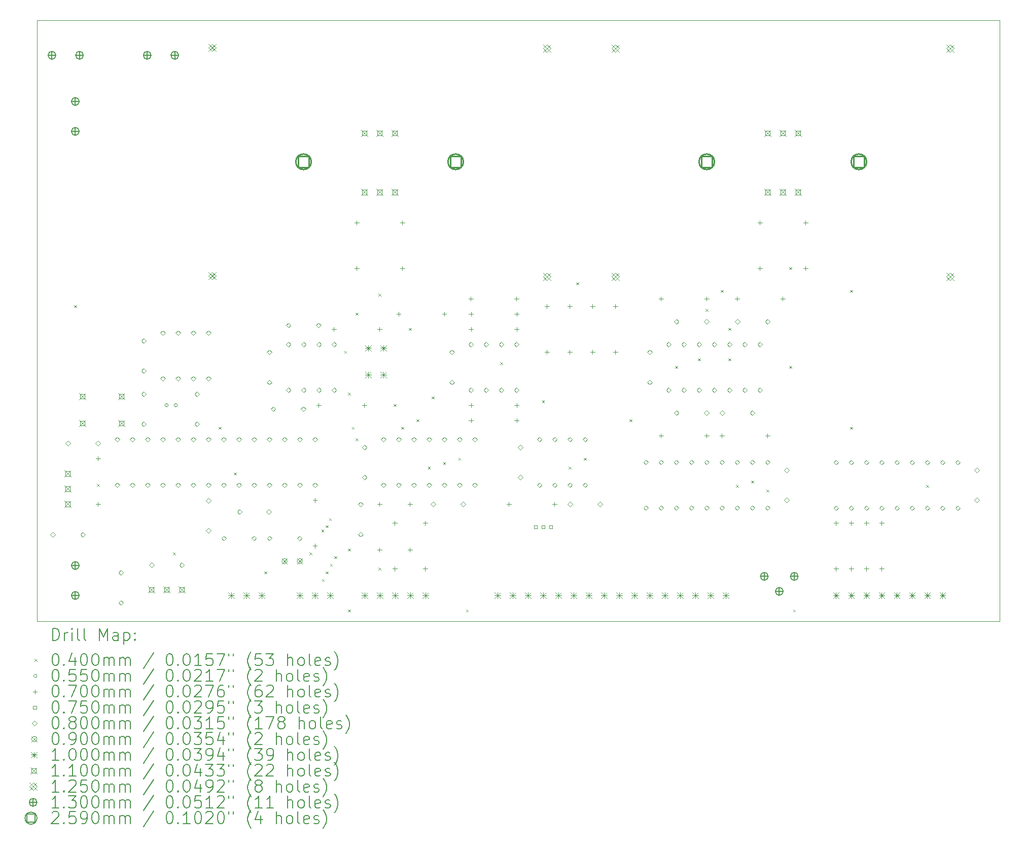
<source format=gbr>
%TF.GenerationSoftware,KiCad,Pcbnew,7.0.9*%
%TF.CreationDate,2024-01-17T08:58:42+01:00*%
%TF.ProjectId,DC Electronic Load,44432045-6c65-4637-9472-6f6e6963204c,rev?*%
%TF.SameCoordinates,Original*%
%TF.FileFunction,Drillmap*%
%TF.FilePolarity,Positive*%
%FSLAX45Y45*%
G04 Gerber Fmt 4.5, Leading zero omitted, Abs format (unit mm)*
G04 Created by KiCad (PCBNEW 7.0.9) date 2024-01-17 08:58:42*
%MOMM*%
%LPD*%
G01*
G04 APERTURE LIST*
%ADD10C,0.100000*%
%ADD11C,0.200000*%
%ADD12C,0.110000*%
%ADD13C,0.125000*%
%ADD14C,0.130000*%
%ADD15C,0.259000*%
G04 APERTURE END LIST*
D10*
X6477000Y-3100250D02*
X22542500Y-3100250D01*
X22542500Y-13133250D01*
X6477000Y-13133250D01*
X6477000Y-3100250D01*
D11*
D10*
X7092000Y-7854000D02*
X7132000Y-7894000D01*
X7132000Y-7854000D02*
X7092000Y-7894000D01*
X7473000Y-10837500D02*
X7513000Y-10877500D01*
X7513000Y-10837500D02*
X7473000Y-10877500D01*
X8743000Y-11981500D02*
X8783000Y-12021500D01*
X8783000Y-11981500D02*
X8743000Y-12021500D01*
X9505000Y-9886000D02*
X9545000Y-9926000D01*
X9545000Y-9886000D02*
X9505000Y-9926000D01*
X9759000Y-10648000D02*
X9799000Y-10688000D01*
X9799000Y-10648000D02*
X9759000Y-10688000D01*
X10267000Y-12299000D02*
X10307000Y-12339000D01*
X10307000Y-12299000D02*
X10267000Y-12339000D01*
X11020050Y-11981500D02*
X11060050Y-12021500D01*
X11060050Y-11981500D02*
X11020050Y-12021500D01*
X11219500Y-11600500D02*
X11259500Y-11640500D01*
X11259500Y-11600500D02*
X11219500Y-11640500D01*
X11228450Y-12426000D02*
X11268450Y-12466000D01*
X11268450Y-12426000D02*
X11228450Y-12466000D01*
X11290175Y-11529824D02*
X11330175Y-11569824D01*
X11330175Y-11529824D02*
X11290175Y-11569824D01*
X11291950Y-12299000D02*
X11331950Y-12339000D01*
X11331950Y-12299000D02*
X11291950Y-12339000D01*
X11346500Y-11410000D02*
X11386500Y-11450000D01*
X11386500Y-11410000D02*
X11346500Y-11450000D01*
X11364450Y-12172000D02*
X11404450Y-12212000D01*
X11404450Y-12172000D02*
X11364450Y-12212000D01*
X11435125Y-12045000D02*
X11475125Y-12085000D01*
X11475125Y-12045000D02*
X11435125Y-12085000D01*
X11600500Y-8616000D02*
X11640500Y-8656000D01*
X11640500Y-8616000D02*
X11600500Y-8656000D01*
X11664000Y-9314500D02*
X11704000Y-9354500D01*
X11704000Y-9314500D02*
X11664000Y-9354500D01*
X11664000Y-11918000D02*
X11704000Y-11958000D01*
X11704000Y-11918000D02*
X11664000Y-11958000D01*
X11664000Y-12934000D02*
X11704000Y-12974000D01*
X11704000Y-12934000D02*
X11664000Y-12974000D01*
X11727500Y-9886000D02*
X11767500Y-9926000D01*
X11767500Y-9886000D02*
X11727500Y-9926000D01*
X11791000Y-7981000D02*
X11831000Y-8021000D01*
X11831000Y-7981000D02*
X11791000Y-8021000D01*
X11791000Y-10076500D02*
X11831000Y-10116500D01*
X11831000Y-10076500D02*
X11791000Y-10116500D01*
X12172000Y-7663500D02*
X12212000Y-7703500D01*
X12212000Y-7663500D02*
X12172000Y-7703500D01*
X12172000Y-12235500D02*
X12212000Y-12275500D01*
X12212000Y-12235500D02*
X12172000Y-12275500D01*
X12426000Y-9505000D02*
X12466000Y-9545000D01*
X12466000Y-9505000D02*
X12426000Y-9545000D01*
X12553000Y-9886000D02*
X12593000Y-9926000D01*
X12593000Y-9886000D02*
X12553000Y-9926000D01*
X12680000Y-8235000D02*
X12720000Y-8275000D01*
X12720000Y-8235000D02*
X12680000Y-8275000D01*
X12807000Y-9759000D02*
X12847000Y-9799000D01*
X12847000Y-9759000D02*
X12807000Y-9799000D01*
X12997500Y-10547850D02*
X13037500Y-10587850D01*
X13037500Y-10547850D02*
X12997500Y-10587850D01*
X13061000Y-9378000D02*
X13101000Y-9418000D01*
X13101000Y-9378000D02*
X13061000Y-9418000D01*
X13251500Y-10475400D02*
X13291500Y-10515400D01*
X13291500Y-10475400D02*
X13251500Y-10515400D01*
X13505500Y-10402950D02*
X13545500Y-10442950D01*
X13545500Y-10402950D02*
X13505500Y-10442950D01*
X13632500Y-12934000D02*
X13672500Y-12974000D01*
X13672500Y-12934000D02*
X13632500Y-12974000D01*
X14204000Y-8806500D02*
X14244000Y-8846500D01*
X14244000Y-8806500D02*
X14204000Y-8846500D01*
X14902500Y-9441500D02*
X14942500Y-9481500D01*
X14942500Y-9441500D02*
X14902500Y-9481500D01*
X15347000Y-10547850D02*
X15387000Y-10587850D01*
X15387000Y-10547850D02*
X15347000Y-10587850D01*
X15474000Y-7473000D02*
X15514000Y-7513000D01*
X15514000Y-7473000D02*
X15474000Y-7513000D01*
X15601000Y-10402950D02*
X15641000Y-10442950D01*
X15641000Y-10402950D02*
X15601000Y-10442950D01*
X16363000Y-9759000D02*
X16403000Y-9799000D01*
X16403000Y-9759000D02*
X16363000Y-9799000D01*
X17125000Y-8870000D02*
X17165000Y-8910000D01*
X17165000Y-8870000D02*
X17125000Y-8910000D01*
X17506000Y-8743000D02*
X17546000Y-8783000D01*
X17546000Y-8743000D02*
X17506000Y-8783000D01*
X17633000Y-7917500D02*
X17673000Y-7957500D01*
X17673000Y-7917500D02*
X17633000Y-7957500D01*
X17887000Y-7600000D02*
X17927000Y-7640000D01*
X17927000Y-7600000D02*
X17887000Y-7640000D01*
X18014000Y-8235000D02*
X18054000Y-8275000D01*
X18054000Y-8235000D02*
X18014000Y-8275000D01*
X18014000Y-8743000D02*
X18054000Y-8783000D01*
X18054000Y-8743000D02*
X18014000Y-8783000D01*
X18141000Y-10856400D02*
X18181000Y-10896400D01*
X18181000Y-10856400D02*
X18141000Y-10896400D01*
X18395000Y-10783950D02*
X18435000Y-10823950D01*
X18435000Y-10783950D02*
X18395000Y-10823950D01*
X18649000Y-10928850D02*
X18689000Y-10968850D01*
X18689000Y-10928850D02*
X18649000Y-10968850D01*
X19030000Y-7219000D02*
X19070000Y-7259000D01*
X19070000Y-7219000D02*
X19030000Y-7259000D01*
X19030000Y-8870000D02*
X19070000Y-8910000D01*
X19070000Y-8870000D02*
X19030000Y-8910000D01*
X19093500Y-12934000D02*
X19133500Y-12974000D01*
X19133500Y-12934000D02*
X19093500Y-12974000D01*
X20046000Y-7600000D02*
X20086000Y-7640000D01*
X20086000Y-7600000D02*
X20046000Y-7640000D01*
X20046000Y-9886000D02*
X20086000Y-9926000D01*
X20086000Y-9886000D02*
X20046000Y-9926000D01*
X21316000Y-10856400D02*
X21356000Y-10896400D01*
X21356000Y-10856400D02*
X21316000Y-10896400D01*
X8663500Y-9525000D02*
G75*
G03*
X8663500Y-9525000I-27500J0D01*
G01*
X8815900Y-9525000D02*
G75*
G03*
X8815900Y-9525000I-27500J0D01*
G01*
X7493000Y-10379000D02*
X7493000Y-10449000D01*
X7458000Y-10414000D02*
X7528000Y-10414000D01*
X7493000Y-11141000D02*
X7493000Y-11211000D01*
X7458000Y-11176000D02*
X7528000Y-11176000D01*
X11112500Y-11077500D02*
X11112500Y-11147500D01*
X11077500Y-11112500D02*
X11147500Y-11112500D01*
X11112500Y-11839500D02*
X11112500Y-11909500D01*
X11077500Y-11874500D02*
X11147500Y-11874500D01*
X11176000Y-9490000D02*
X11176000Y-9560000D01*
X11141000Y-9525000D02*
X11211000Y-9525000D01*
X11430000Y-8220000D02*
X11430000Y-8290000D01*
X11395000Y-8255000D02*
X11465000Y-8255000D01*
X11811000Y-6442000D02*
X11811000Y-6512000D01*
X11776000Y-6477000D02*
X11846000Y-6477000D01*
X11811000Y-7204000D02*
X11811000Y-7274000D01*
X11776000Y-7239000D02*
X11846000Y-7239000D01*
X11938000Y-9490000D02*
X11938000Y-9560000D01*
X11903000Y-9525000D02*
X11973000Y-9525000D01*
X12192000Y-8220000D02*
X12192000Y-8290000D01*
X12157000Y-8255000D02*
X12227000Y-8255000D01*
X12192000Y-11141000D02*
X12192000Y-11211000D01*
X12157000Y-11176000D02*
X12227000Y-11176000D01*
X12192000Y-11903000D02*
X12192000Y-11973000D01*
X12157000Y-11938000D02*
X12227000Y-11938000D01*
X12446000Y-11458500D02*
X12446000Y-11528500D01*
X12411000Y-11493500D02*
X12481000Y-11493500D01*
X12446000Y-12220500D02*
X12446000Y-12290500D01*
X12411000Y-12255500D02*
X12481000Y-12255500D01*
X12509500Y-7966000D02*
X12509500Y-8036000D01*
X12474500Y-8001000D02*
X12544500Y-8001000D01*
X12573000Y-6442000D02*
X12573000Y-6512000D01*
X12538000Y-6477000D02*
X12608000Y-6477000D01*
X12573000Y-7204000D02*
X12573000Y-7274000D01*
X12538000Y-7239000D02*
X12608000Y-7239000D01*
X12700000Y-11141000D02*
X12700000Y-11211000D01*
X12665000Y-11176000D02*
X12735000Y-11176000D01*
X12700000Y-11903000D02*
X12700000Y-11973000D01*
X12665000Y-11938000D02*
X12735000Y-11938000D01*
X12954000Y-11458500D02*
X12954000Y-11528500D01*
X12919000Y-11493500D02*
X12989000Y-11493500D01*
X12954000Y-12220500D02*
X12954000Y-12290500D01*
X12919000Y-12255500D02*
X12989000Y-12255500D01*
X13271500Y-7966000D02*
X13271500Y-8036000D01*
X13236500Y-8001000D02*
X13306500Y-8001000D01*
X13716000Y-7712000D02*
X13716000Y-7782000D01*
X13681000Y-7747000D02*
X13751000Y-7747000D01*
X13717000Y-7965000D02*
X13717000Y-8035000D01*
X13682000Y-8000000D02*
X13752000Y-8000000D01*
X13717000Y-8219000D02*
X13717000Y-8289000D01*
X13682000Y-8254000D02*
X13752000Y-8254000D01*
X13717000Y-9489000D02*
X13717000Y-9559000D01*
X13682000Y-9524000D02*
X13752000Y-9524000D01*
X13717000Y-9743000D02*
X13717000Y-9813000D01*
X13682000Y-9778000D02*
X13752000Y-9778000D01*
X14351000Y-11141000D02*
X14351000Y-11211000D01*
X14316000Y-11176000D02*
X14386000Y-11176000D01*
X14478000Y-7712000D02*
X14478000Y-7782000D01*
X14443000Y-7747000D02*
X14513000Y-7747000D01*
X14479000Y-7965000D02*
X14479000Y-8035000D01*
X14444000Y-8000000D02*
X14514000Y-8000000D01*
X14479000Y-8219000D02*
X14479000Y-8289000D01*
X14444000Y-8254000D02*
X14514000Y-8254000D01*
X14479000Y-9489000D02*
X14479000Y-9559000D01*
X14444000Y-9524000D02*
X14514000Y-9524000D01*
X14479000Y-9743000D02*
X14479000Y-9813000D01*
X14444000Y-9778000D02*
X14514000Y-9778000D01*
X14986000Y-7839000D02*
X14986000Y-7909000D01*
X14951000Y-7874000D02*
X15021000Y-7874000D01*
X14986000Y-8601000D02*
X14986000Y-8671000D01*
X14951000Y-8636000D02*
X15021000Y-8636000D01*
X15113000Y-11141000D02*
X15113000Y-11211000D01*
X15078000Y-11176000D02*
X15148000Y-11176000D01*
X15367000Y-7839000D02*
X15367000Y-7909000D01*
X15332000Y-7874000D02*
X15402000Y-7874000D01*
X15367000Y-8601000D02*
X15367000Y-8671000D01*
X15332000Y-8636000D02*
X15402000Y-8636000D01*
X15748000Y-7839000D02*
X15748000Y-7909000D01*
X15713000Y-7874000D02*
X15783000Y-7874000D01*
X15748000Y-8601000D02*
X15748000Y-8671000D01*
X15713000Y-8636000D02*
X15783000Y-8636000D01*
X16129000Y-7839000D02*
X16129000Y-7909000D01*
X16094000Y-7874000D02*
X16164000Y-7874000D01*
X16129000Y-8601000D02*
X16129000Y-8671000D01*
X16094000Y-8636000D02*
X16164000Y-8636000D01*
X16890500Y-9997000D02*
X16890500Y-10067000D01*
X16855500Y-10032000D02*
X16925500Y-10032000D01*
X16891000Y-7712000D02*
X16891000Y-7782000D01*
X16856000Y-7747000D02*
X16926000Y-7747000D01*
X17652500Y-9997000D02*
X17652500Y-10067000D01*
X17617500Y-10032000D02*
X17687500Y-10032000D01*
X17653000Y-7712000D02*
X17653000Y-7782000D01*
X17618000Y-7747000D02*
X17688000Y-7747000D01*
X17906500Y-9998000D02*
X17906500Y-10068000D01*
X17871500Y-10033000D02*
X17941500Y-10033000D01*
X18161000Y-7712000D02*
X18161000Y-7782000D01*
X18126000Y-7747000D02*
X18196000Y-7747000D01*
X18542000Y-6442000D02*
X18542000Y-6512000D01*
X18507000Y-6477000D02*
X18577000Y-6477000D01*
X18542000Y-7204000D02*
X18542000Y-7274000D01*
X18507000Y-7239000D02*
X18577000Y-7239000D01*
X18668500Y-9998000D02*
X18668500Y-10068000D01*
X18633500Y-10033000D02*
X18703500Y-10033000D01*
X18923000Y-7712000D02*
X18923000Y-7782000D01*
X18888000Y-7747000D02*
X18958000Y-7747000D01*
X19304000Y-6442000D02*
X19304000Y-6512000D01*
X19269000Y-6477000D02*
X19339000Y-6477000D01*
X19304000Y-7204000D02*
X19304000Y-7274000D01*
X19269000Y-7239000D02*
X19339000Y-7239000D01*
X19812000Y-11458500D02*
X19812000Y-11528500D01*
X19777000Y-11493500D02*
X19847000Y-11493500D01*
X19812000Y-12220500D02*
X19812000Y-12290500D01*
X19777000Y-12255500D02*
X19847000Y-12255500D01*
X20066000Y-11458500D02*
X20066000Y-11528500D01*
X20031000Y-11493500D02*
X20101000Y-11493500D01*
X20066000Y-12220500D02*
X20066000Y-12290500D01*
X20031000Y-12255500D02*
X20101000Y-12255500D01*
X20320000Y-11458500D02*
X20320000Y-11528500D01*
X20285000Y-11493500D02*
X20355000Y-11493500D01*
X20320000Y-12220500D02*
X20320000Y-12290500D01*
X20285000Y-12255500D02*
X20355000Y-12255500D01*
X20574000Y-11458500D02*
X20574000Y-11528500D01*
X20539000Y-11493500D02*
X20609000Y-11493500D01*
X20574000Y-12220500D02*
X20574000Y-12290500D01*
X20539000Y-12255500D02*
X20609000Y-12255500D01*
X14822017Y-11583517D02*
X14822017Y-11530483D01*
X14768983Y-11530483D01*
X14768983Y-11583517D01*
X14822017Y-11583517D01*
X14949017Y-11583517D02*
X14949017Y-11530483D01*
X14895983Y-11530483D01*
X14895983Y-11583517D01*
X14949017Y-11583517D01*
X15076017Y-11583517D02*
X15076017Y-11530483D01*
X15022983Y-11530483D01*
X15022983Y-11583517D01*
X15076017Y-11583517D01*
X6737000Y-11724000D02*
X6777000Y-11684000D01*
X6737000Y-11644000D01*
X6697000Y-11684000D01*
X6737000Y-11724000D01*
X6989000Y-10200000D02*
X7029000Y-10160000D01*
X6989000Y-10120000D01*
X6949000Y-10160000D01*
X6989000Y-10200000D01*
X7237000Y-11724000D02*
X7277000Y-11684000D01*
X7237000Y-11644000D01*
X7197000Y-11684000D01*
X7237000Y-11724000D01*
X7489000Y-10200000D02*
X7529000Y-10160000D01*
X7489000Y-10120000D01*
X7449000Y-10160000D01*
X7489000Y-10200000D01*
X7811500Y-10135500D02*
X7851500Y-10095500D01*
X7811500Y-10055500D01*
X7771500Y-10095500D01*
X7811500Y-10135500D01*
X7811500Y-10897500D02*
X7851500Y-10857500D01*
X7811500Y-10817500D01*
X7771500Y-10857500D01*
X7811500Y-10897500D01*
X7874000Y-12361000D02*
X7914000Y-12321000D01*
X7874000Y-12281000D01*
X7834000Y-12321000D01*
X7874000Y-12361000D01*
X7874000Y-12861000D02*
X7914000Y-12821000D01*
X7874000Y-12781000D01*
X7834000Y-12821000D01*
X7874000Y-12861000D01*
X8065500Y-10135500D02*
X8105500Y-10095500D01*
X8065500Y-10055500D01*
X8025500Y-10095500D01*
X8065500Y-10135500D01*
X8065500Y-10897500D02*
X8105500Y-10857500D01*
X8065500Y-10817500D01*
X8025500Y-10857500D01*
X8065500Y-10897500D01*
X8255000Y-8489500D02*
X8295000Y-8449500D01*
X8255000Y-8409500D01*
X8215000Y-8449500D01*
X8255000Y-8489500D01*
X8255000Y-8989500D02*
X8295000Y-8949500D01*
X8255000Y-8909500D01*
X8215000Y-8949500D01*
X8255000Y-8989500D01*
X8255000Y-9378500D02*
X8295000Y-9338500D01*
X8255000Y-9298500D01*
X8215000Y-9338500D01*
X8255000Y-9378500D01*
X8255000Y-9878500D02*
X8295000Y-9838500D01*
X8255000Y-9798500D01*
X8215000Y-9838500D01*
X8255000Y-9878500D01*
X8319500Y-10135500D02*
X8359500Y-10095500D01*
X8319500Y-10055500D01*
X8279500Y-10095500D01*
X8319500Y-10135500D01*
X8319500Y-10897500D02*
X8359500Y-10857500D01*
X8319500Y-10817500D01*
X8279500Y-10857500D01*
X8319500Y-10897500D01*
X8388000Y-12232000D02*
X8428000Y-12192000D01*
X8388000Y-12152000D01*
X8348000Y-12192000D01*
X8388000Y-12232000D01*
X8573500Y-8357500D02*
X8613500Y-8317500D01*
X8573500Y-8277500D01*
X8533500Y-8317500D01*
X8573500Y-8357500D01*
X8573500Y-9119500D02*
X8613500Y-9079500D01*
X8573500Y-9039500D01*
X8533500Y-9079500D01*
X8573500Y-9119500D01*
X8573500Y-10135500D02*
X8613500Y-10095500D01*
X8573500Y-10055500D01*
X8533500Y-10095500D01*
X8573500Y-10135500D01*
X8573500Y-10897500D02*
X8613500Y-10857500D01*
X8573500Y-10817500D01*
X8533500Y-10857500D01*
X8573500Y-10897500D01*
X8827500Y-8357500D02*
X8867500Y-8317500D01*
X8827500Y-8277500D01*
X8787500Y-8317500D01*
X8827500Y-8357500D01*
X8827500Y-9119500D02*
X8867500Y-9079500D01*
X8827500Y-9039500D01*
X8787500Y-9079500D01*
X8827500Y-9119500D01*
X8827500Y-10135500D02*
X8867500Y-10095500D01*
X8827500Y-10055500D01*
X8787500Y-10095500D01*
X8827500Y-10135500D01*
X8827500Y-10897500D02*
X8867500Y-10857500D01*
X8827500Y-10817500D01*
X8787500Y-10857500D01*
X8827500Y-10897500D01*
X8888000Y-12232000D02*
X8928000Y-12192000D01*
X8888000Y-12152000D01*
X8848000Y-12192000D01*
X8888000Y-12232000D01*
X9081500Y-8357500D02*
X9121500Y-8317500D01*
X9081500Y-8277500D01*
X9041500Y-8317500D01*
X9081500Y-8357500D01*
X9081500Y-9119500D02*
X9121500Y-9079500D01*
X9081500Y-9039500D01*
X9041500Y-9079500D01*
X9081500Y-9119500D01*
X9081500Y-10135500D02*
X9121500Y-10095500D01*
X9081500Y-10055500D01*
X9041500Y-10095500D01*
X9081500Y-10135500D01*
X9081500Y-10897500D02*
X9121500Y-10857500D01*
X9081500Y-10817500D01*
X9041500Y-10857500D01*
X9081500Y-10897500D01*
X9144000Y-9378500D02*
X9184000Y-9338500D01*
X9144000Y-9298500D01*
X9104000Y-9338500D01*
X9144000Y-9378500D01*
X9144000Y-9878500D02*
X9184000Y-9838500D01*
X9144000Y-9798500D01*
X9104000Y-9838500D01*
X9144000Y-9878500D01*
X9334500Y-11156500D02*
X9374500Y-11116500D01*
X9334500Y-11076500D01*
X9294500Y-11116500D01*
X9334500Y-11156500D01*
X9334500Y-11656500D02*
X9374500Y-11616500D01*
X9334500Y-11576500D01*
X9294500Y-11616500D01*
X9334500Y-11656500D01*
X9335500Y-8357500D02*
X9375500Y-8317500D01*
X9335500Y-8277500D01*
X9295500Y-8317500D01*
X9335500Y-8357500D01*
X9335500Y-9119500D02*
X9375500Y-9079500D01*
X9335500Y-9039500D01*
X9295500Y-9079500D01*
X9335500Y-9119500D01*
X9335500Y-10135500D02*
X9375500Y-10095500D01*
X9335500Y-10055500D01*
X9295500Y-10095500D01*
X9335500Y-10135500D01*
X9335500Y-10897500D02*
X9375500Y-10857500D01*
X9335500Y-10817500D01*
X9295500Y-10857500D01*
X9335500Y-10897500D01*
X9589500Y-10135500D02*
X9629500Y-10095500D01*
X9589500Y-10055500D01*
X9549500Y-10095500D01*
X9589500Y-10135500D01*
X9589500Y-10897500D02*
X9629500Y-10857500D01*
X9589500Y-10817500D01*
X9549500Y-10857500D01*
X9589500Y-10897500D01*
X9592500Y-11787500D02*
X9632500Y-11747500D01*
X9592500Y-11707500D01*
X9552500Y-11747500D01*
X9592500Y-11787500D01*
X9843500Y-10135500D02*
X9883500Y-10095500D01*
X9843500Y-10055500D01*
X9803500Y-10095500D01*
X9843500Y-10135500D01*
X9843500Y-10897500D02*
X9883500Y-10857500D01*
X9843500Y-10817500D01*
X9803500Y-10857500D01*
X9843500Y-10897500D01*
X9853500Y-11343000D02*
X9893500Y-11303000D01*
X9853500Y-11263000D01*
X9813500Y-11303000D01*
X9853500Y-11343000D01*
X10092500Y-11787500D02*
X10132500Y-11747500D01*
X10092500Y-11707500D01*
X10052500Y-11747500D01*
X10092500Y-11787500D01*
X10097500Y-10135500D02*
X10137500Y-10095500D01*
X10097500Y-10055500D01*
X10057500Y-10095500D01*
X10097500Y-10135500D01*
X10097500Y-10897500D02*
X10137500Y-10857500D01*
X10097500Y-10817500D01*
X10057500Y-10857500D01*
X10097500Y-10897500D01*
X10341500Y-11343000D02*
X10381500Y-11303000D01*
X10341500Y-11263000D01*
X10301500Y-11303000D01*
X10341500Y-11343000D01*
X10350500Y-8680000D02*
X10390500Y-8640000D01*
X10350500Y-8600000D01*
X10310500Y-8640000D01*
X10350500Y-8680000D01*
X10350500Y-9180000D02*
X10390500Y-9140000D01*
X10350500Y-9100000D01*
X10310500Y-9140000D01*
X10350500Y-9180000D01*
X10351500Y-10135500D02*
X10391500Y-10095500D01*
X10351500Y-10055500D01*
X10311500Y-10095500D01*
X10351500Y-10135500D01*
X10351500Y-10897500D02*
X10391500Y-10857500D01*
X10351500Y-10817500D01*
X10311500Y-10857500D01*
X10351500Y-10897500D01*
X10354500Y-11787500D02*
X10394500Y-11747500D01*
X10354500Y-11707500D01*
X10314500Y-11747500D01*
X10354500Y-11787500D01*
X10416000Y-9628500D02*
X10456000Y-9588500D01*
X10416000Y-9548500D01*
X10376000Y-9588500D01*
X10416000Y-9628500D01*
X10605500Y-10135500D02*
X10645500Y-10095500D01*
X10605500Y-10055500D01*
X10565500Y-10095500D01*
X10605500Y-10135500D01*
X10605500Y-10897500D02*
X10645500Y-10857500D01*
X10605500Y-10817500D01*
X10565500Y-10857500D01*
X10605500Y-10897500D01*
X10669000Y-8548000D02*
X10709000Y-8508000D01*
X10669000Y-8468000D01*
X10629000Y-8508000D01*
X10669000Y-8548000D01*
X10669000Y-9310000D02*
X10709000Y-9270000D01*
X10669000Y-9230000D01*
X10629000Y-9270000D01*
X10669000Y-9310000D01*
X10670000Y-8231500D02*
X10710000Y-8191500D01*
X10670000Y-8151500D01*
X10630000Y-8191500D01*
X10670000Y-8231500D01*
X10854500Y-11787500D02*
X10894500Y-11747500D01*
X10854500Y-11707500D01*
X10814500Y-11747500D01*
X10854500Y-11787500D01*
X10859500Y-10135500D02*
X10899500Y-10095500D01*
X10859500Y-10055500D01*
X10819500Y-10095500D01*
X10859500Y-10135500D01*
X10859500Y-10897500D02*
X10899500Y-10857500D01*
X10859500Y-10817500D01*
X10819500Y-10857500D01*
X10859500Y-10897500D01*
X10916000Y-9628500D02*
X10956000Y-9588500D01*
X10916000Y-9548500D01*
X10876000Y-9588500D01*
X10916000Y-9628500D01*
X10923000Y-8548000D02*
X10963000Y-8508000D01*
X10923000Y-8468000D01*
X10883000Y-8508000D01*
X10923000Y-8548000D01*
X10923000Y-9310000D02*
X10963000Y-9270000D01*
X10923000Y-9230000D01*
X10883000Y-9270000D01*
X10923000Y-9310000D01*
X11113500Y-10135500D02*
X11153500Y-10095500D01*
X11113500Y-10055500D01*
X11073500Y-10095500D01*
X11113500Y-10135500D01*
X11113500Y-10897500D02*
X11153500Y-10857500D01*
X11113500Y-10817500D01*
X11073500Y-10857500D01*
X11113500Y-10897500D01*
X11170000Y-8231500D02*
X11210000Y-8191500D01*
X11170000Y-8151500D01*
X11130000Y-8191500D01*
X11170000Y-8231500D01*
X11177000Y-8548000D02*
X11217000Y-8508000D01*
X11177000Y-8468000D01*
X11137000Y-8508000D01*
X11177000Y-8548000D01*
X11177000Y-9310000D02*
X11217000Y-9270000D01*
X11177000Y-9230000D01*
X11137000Y-9270000D01*
X11177000Y-9310000D01*
X11431000Y-8548000D02*
X11471000Y-8508000D01*
X11431000Y-8468000D01*
X11391000Y-8508000D01*
X11431000Y-8548000D01*
X11431000Y-9310000D02*
X11471000Y-9270000D01*
X11431000Y-9230000D01*
X11391000Y-9270000D01*
X11431000Y-9310000D01*
X11874500Y-11220000D02*
X11914500Y-11180000D01*
X11874500Y-11140000D01*
X11834500Y-11180000D01*
X11874500Y-11220000D01*
X11874500Y-11720000D02*
X11914500Y-11680000D01*
X11874500Y-11640000D01*
X11834500Y-11680000D01*
X11874500Y-11720000D01*
X11938500Y-10267500D02*
X11978500Y-10227500D01*
X11938500Y-10187500D01*
X11898500Y-10227500D01*
X11938500Y-10267500D01*
X11938500Y-10767500D02*
X11978500Y-10727500D01*
X11938500Y-10687500D01*
X11898500Y-10727500D01*
X11938500Y-10767500D01*
X12255500Y-10136500D02*
X12295500Y-10096500D01*
X12255500Y-10056500D01*
X12215500Y-10096500D01*
X12255500Y-10136500D01*
X12255500Y-10898500D02*
X12295500Y-10858500D01*
X12255500Y-10818500D01*
X12215500Y-10858500D01*
X12255500Y-10898500D01*
X12509500Y-10136500D02*
X12549500Y-10096500D01*
X12509500Y-10056500D01*
X12469500Y-10096500D01*
X12509500Y-10136500D01*
X12509500Y-10898500D02*
X12549500Y-10858500D01*
X12509500Y-10818500D01*
X12469500Y-10858500D01*
X12509500Y-10898500D01*
X12763500Y-10136500D02*
X12803500Y-10096500D01*
X12763500Y-10056500D01*
X12723500Y-10096500D01*
X12763500Y-10136500D01*
X12763500Y-10898500D02*
X12803500Y-10858500D01*
X12763500Y-10818500D01*
X12723500Y-10858500D01*
X12763500Y-10898500D01*
X13017500Y-10136500D02*
X13057500Y-10096500D01*
X13017500Y-10056500D01*
X12977500Y-10096500D01*
X13017500Y-10136500D01*
X13017500Y-10898500D02*
X13057500Y-10858500D01*
X13017500Y-10818500D01*
X12977500Y-10858500D01*
X13017500Y-10898500D01*
X13085000Y-11216000D02*
X13125000Y-11176000D01*
X13085000Y-11136000D01*
X13045000Y-11176000D01*
X13085000Y-11216000D01*
X13271500Y-10136500D02*
X13311500Y-10096500D01*
X13271500Y-10056500D01*
X13231500Y-10096500D01*
X13271500Y-10136500D01*
X13271500Y-10898500D02*
X13311500Y-10858500D01*
X13271500Y-10818500D01*
X13231500Y-10858500D01*
X13271500Y-10898500D01*
X13398500Y-8680000D02*
X13438500Y-8640000D01*
X13398500Y-8600000D01*
X13358500Y-8640000D01*
X13398500Y-8680000D01*
X13398500Y-9180000D02*
X13438500Y-9140000D01*
X13398500Y-9100000D01*
X13358500Y-9140000D01*
X13398500Y-9180000D01*
X13525500Y-10136500D02*
X13565500Y-10096500D01*
X13525500Y-10056500D01*
X13485500Y-10096500D01*
X13525500Y-10136500D01*
X13525500Y-10898500D02*
X13565500Y-10858500D01*
X13525500Y-10818500D01*
X13485500Y-10858500D01*
X13525500Y-10898500D01*
X13585000Y-11216000D02*
X13625000Y-11176000D01*
X13585000Y-11136000D01*
X13545000Y-11176000D01*
X13585000Y-11216000D01*
X13716000Y-8549000D02*
X13756000Y-8509000D01*
X13716000Y-8469000D01*
X13676000Y-8509000D01*
X13716000Y-8549000D01*
X13716000Y-9311000D02*
X13756000Y-9271000D01*
X13716000Y-9231000D01*
X13676000Y-9271000D01*
X13716000Y-9311000D01*
X13779500Y-10136500D02*
X13819500Y-10096500D01*
X13779500Y-10056500D01*
X13739500Y-10096500D01*
X13779500Y-10136500D01*
X13779500Y-10898500D02*
X13819500Y-10858500D01*
X13779500Y-10818500D01*
X13739500Y-10858500D01*
X13779500Y-10898500D01*
X13970000Y-8549000D02*
X14010000Y-8509000D01*
X13970000Y-8469000D01*
X13930000Y-8509000D01*
X13970000Y-8549000D01*
X13970000Y-9311000D02*
X14010000Y-9271000D01*
X13970000Y-9231000D01*
X13930000Y-9271000D01*
X13970000Y-9311000D01*
X14224000Y-8549000D02*
X14264000Y-8509000D01*
X14224000Y-8469000D01*
X14184000Y-8509000D01*
X14224000Y-8549000D01*
X14224000Y-9311000D02*
X14264000Y-9271000D01*
X14224000Y-9231000D01*
X14184000Y-9271000D01*
X14224000Y-9311000D01*
X14478000Y-8549000D02*
X14518000Y-8509000D01*
X14478000Y-8469000D01*
X14438000Y-8509000D01*
X14478000Y-8549000D01*
X14478000Y-9311000D02*
X14518000Y-9271000D01*
X14478000Y-9231000D01*
X14438000Y-9271000D01*
X14478000Y-9311000D01*
X14541500Y-10267500D02*
X14581500Y-10227500D01*
X14541500Y-10187500D01*
X14501500Y-10227500D01*
X14541500Y-10267500D01*
X14541500Y-10767500D02*
X14581500Y-10727500D01*
X14541500Y-10687500D01*
X14501500Y-10727500D01*
X14541500Y-10767500D01*
X14860000Y-10135500D02*
X14900000Y-10095500D01*
X14860000Y-10055500D01*
X14820000Y-10095500D01*
X14860000Y-10135500D01*
X14860000Y-10897500D02*
X14900000Y-10857500D01*
X14860000Y-10817500D01*
X14820000Y-10857500D01*
X14860000Y-10897500D01*
X15114000Y-10135500D02*
X15154000Y-10095500D01*
X15114000Y-10055500D01*
X15074000Y-10095500D01*
X15114000Y-10135500D01*
X15114000Y-10897500D02*
X15154000Y-10857500D01*
X15114000Y-10817500D01*
X15074000Y-10857500D01*
X15114000Y-10897500D01*
X15368000Y-10135500D02*
X15408000Y-10095500D01*
X15368000Y-10055500D01*
X15328000Y-10095500D01*
X15368000Y-10135500D01*
X15368000Y-10897500D02*
X15408000Y-10857500D01*
X15368000Y-10817500D01*
X15328000Y-10857500D01*
X15368000Y-10897500D01*
X15371000Y-11216000D02*
X15411000Y-11176000D01*
X15371000Y-11136000D01*
X15331000Y-11176000D01*
X15371000Y-11216000D01*
X15622000Y-10135500D02*
X15662000Y-10095500D01*
X15622000Y-10055500D01*
X15582000Y-10095500D01*
X15622000Y-10135500D01*
X15622000Y-10897500D02*
X15662000Y-10857500D01*
X15622000Y-10817500D01*
X15582000Y-10857500D01*
X15622000Y-10897500D01*
X15871000Y-11216000D02*
X15911000Y-11176000D01*
X15871000Y-11136000D01*
X15831000Y-11176000D01*
X15871000Y-11216000D01*
X16637000Y-10517500D02*
X16677000Y-10477500D01*
X16637000Y-10437500D01*
X16597000Y-10477500D01*
X16637000Y-10517500D01*
X16637000Y-11279500D02*
X16677000Y-11239500D01*
X16637000Y-11199500D01*
X16597000Y-11239500D01*
X16637000Y-11279500D01*
X16700500Y-8680000D02*
X16740500Y-8640000D01*
X16700500Y-8600000D01*
X16660500Y-8640000D01*
X16700500Y-8680000D01*
X16700500Y-9180000D02*
X16740500Y-9140000D01*
X16700500Y-9100000D01*
X16660500Y-9140000D01*
X16700500Y-9180000D01*
X16891000Y-10517500D02*
X16931000Y-10477500D01*
X16891000Y-10437500D01*
X16851000Y-10477500D01*
X16891000Y-10517500D01*
X16891000Y-11279500D02*
X16931000Y-11239500D01*
X16891000Y-11199500D01*
X16851000Y-11239500D01*
X16891000Y-11279500D01*
X17017500Y-8548000D02*
X17057500Y-8508000D01*
X17017500Y-8468000D01*
X16977500Y-8508000D01*
X17017500Y-8548000D01*
X17017500Y-9310000D02*
X17057500Y-9270000D01*
X17017500Y-9230000D01*
X16977500Y-9270000D01*
X17017500Y-9310000D01*
X17145000Y-10517500D02*
X17185000Y-10477500D01*
X17145000Y-10437500D01*
X17105000Y-10477500D01*
X17145000Y-10517500D01*
X17145000Y-11279500D02*
X17185000Y-11239500D01*
X17145000Y-11199500D01*
X17105000Y-11239500D01*
X17145000Y-11279500D01*
X17147000Y-8168000D02*
X17187000Y-8128000D01*
X17147000Y-8088000D01*
X17107000Y-8128000D01*
X17147000Y-8168000D01*
X17147000Y-9692000D02*
X17187000Y-9652000D01*
X17147000Y-9612000D01*
X17107000Y-9652000D01*
X17147000Y-9692000D01*
X17271500Y-8548000D02*
X17311500Y-8508000D01*
X17271500Y-8468000D01*
X17231500Y-8508000D01*
X17271500Y-8548000D01*
X17271500Y-9310000D02*
X17311500Y-9270000D01*
X17271500Y-9230000D01*
X17231500Y-9270000D01*
X17271500Y-9310000D01*
X17399000Y-10517500D02*
X17439000Y-10477500D01*
X17399000Y-10437500D01*
X17359000Y-10477500D01*
X17399000Y-10517500D01*
X17399000Y-11279500D02*
X17439000Y-11239500D01*
X17399000Y-11199500D01*
X17359000Y-11239500D01*
X17399000Y-11279500D01*
X17525500Y-8548000D02*
X17565500Y-8508000D01*
X17525500Y-8468000D01*
X17485500Y-8508000D01*
X17525500Y-8548000D01*
X17525500Y-9310000D02*
X17565500Y-9270000D01*
X17525500Y-9230000D01*
X17485500Y-9270000D01*
X17525500Y-9310000D01*
X17647000Y-8168000D02*
X17687000Y-8128000D01*
X17647000Y-8088000D01*
X17607000Y-8128000D01*
X17647000Y-8168000D01*
X17647000Y-9692000D02*
X17687000Y-9652000D01*
X17647000Y-9612000D01*
X17607000Y-9652000D01*
X17647000Y-9692000D01*
X17653000Y-10517500D02*
X17693000Y-10477500D01*
X17653000Y-10437500D01*
X17613000Y-10477500D01*
X17653000Y-10517500D01*
X17653000Y-11279500D02*
X17693000Y-11239500D01*
X17653000Y-11199500D01*
X17613000Y-11239500D01*
X17653000Y-11279500D01*
X17779500Y-8548000D02*
X17819500Y-8508000D01*
X17779500Y-8468000D01*
X17739500Y-8508000D01*
X17779500Y-8548000D01*
X17779500Y-9310000D02*
X17819500Y-9270000D01*
X17779500Y-9230000D01*
X17739500Y-9270000D01*
X17779500Y-9310000D01*
X17907000Y-10517500D02*
X17947000Y-10477500D01*
X17907000Y-10437500D01*
X17867000Y-10477500D01*
X17907000Y-10517500D01*
X17907000Y-11279500D02*
X17947000Y-11239500D01*
X17907000Y-11199500D01*
X17867000Y-11239500D01*
X17907000Y-11279500D01*
X17913000Y-9692000D02*
X17953000Y-9652000D01*
X17913000Y-9612000D01*
X17873000Y-9652000D01*
X17913000Y-9692000D01*
X18033500Y-8548000D02*
X18073500Y-8508000D01*
X18033500Y-8468000D01*
X17993500Y-8508000D01*
X18033500Y-8548000D01*
X18033500Y-9310000D02*
X18073500Y-9270000D01*
X18033500Y-9230000D01*
X17993500Y-9270000D01*
X18033500Y-9310000D01*
X18161000Y-10517500D02*
X18201000Y-10477500D01*
X18161000Y-10437500D01*
X18121000Y-10477500D01*
X18161000Y-10517500D01*
X18161000Y-11279500D02*
X18201000Y-11239500D01*
X18161000Y-11199500D01*
X18121000Y-11239500D01*
X18161000Y-11279500D01*
X18167000Y-8168000D02*
X18207000Y-8128000D01*
X18167000Y-8088000D01*
X18127000Y-8128000D01*
X18167000Y-8168000D01*
X18287500Y-8548000D02*
X18327500Y-8508000D01*
X18287500Y-8468000D01*
X18247500Y-8508000D01*
X18287500Y-8548000D01*
X18287500Y-9310000D02*
X18327500Y-9270000D01*
X18287500Y-9230000D01*
X18247500Y-9270000D01*
X18287500Y-9310000D01*
X18413000Y-9692000D02*
X18453000Y-9652000D01*
X18413000Y-9612000D01*
X18373000Y-9652000D01*
X18413000Y-9692000D01*
X18415000Y-10517500D02*
X18455000Y-10477500D01*
X18415000Y-10437500D01*
X18375000Y-10477500D01*
X18415000Y-10517500D01*
X18415000Y-11279500D02*
X18455000Y-11239500D01*
X18415000Y-11199500D01*
X18375000Y-11239500D01*
X18415000Y-11279500D01*
X18541500Y-8548000D02*
X18581500Y-8508000D01*
X18541500Y-8468000D01*
X18501500Y-8508000D01*
X18541500Y-8548000D01*
X18541500Y-9310000D02*
X18581500Y-9270000D01*
X18541500Y-9230000D01*
X18501500Y-9270000D01*
X18541500Y-9310000D01*
X18667000Y-8168000D02*
X18707000Y-8128000D01*
X18667000Y-8088000D01*
X18627000Y-8128000D01*
X18667000Y-8168000D01*
X18669000Y-10517500D02*
X18709000Y-10477500D01*
X18669000Y-10437500D01*
X18629000Y-10477500D01*
X18669000Y-10517500D01*
X18669000Y-11279500D02*
X18709000Y-11239500D01*
X18669000Y-11199500D01*
X18629000Y-11239500D01*
X18669000Y-11279500D01*
X18986500Y-10648500D02*
X19026500Y-10608500D01*
X18986500Y-10568500D01*
X18946500Y-10608500D01*
X18986500Y-10648500D01*
X18986500Y-11148500D02*
X19026500Y-11108500D01*
X18986500Y-11068500D01*
X18946500Y-11108500D01*
X18986500Y-11148500D01*
X19811000Y-10518500D02*
X19851000Y-10478500D01*
X19811000Y-10438500D01*
X19771000Y-10478500D01*
X19811000Y-10518500D01*
X19811000Y-11280500D02*
X19851000Y-11240500D01*
X19811000Y-11200500D01*
X19771000Y-11240500D01*
X19811000Y-11280500D01*
X20065000Y-10518500D02*
X20105000Y-10478500D01*
X20065000Y-10438500D01*
X20025000Y-10478500D01*
X20065000Y-10518500D01*
X20065000Y-11280500D02*
X20105000Y-11240500D01*
X20065000Y-11200500D01*
X20025000Y-11240500D01*
X20065000Y-11280500D01*
X20319000Y-10518500D02*
X20359000Y-10478500D01*
X20319000Y-10438500D01*
X20279000Y-10478500D01*
X20319000Y-10518500D01*
X20319000Y-11280500D02*
X20359000Y-11240500D01*
X20319000Y-11200500D01*
X20279000Y-11240500D01*
X20319000Y-11280500D01*
X20573000Y-10518500D02*
X20613000Y-10478500D01*
X20573000Y-10438500D01*
X20533000Y-10478500D01*
X20573000Y-10518500D01*
X20573000Y-11280500D02*
X20613000Y-11240500D01*
X20573000Y-11200500D01*
X20533000Y-11240500D01*
X20573000Y-11280500D01*
X20827000Y-10518500D02*
X20867000Y-10478500D01*
X20827000Y-10438500D01*
X20787000Y-10478500D01*
X20827000Y-10518500D01*
X20827000Y-11280500D02*
X20867000Y-11240500D01*
X20827000Y-11200500D01*
X20787000Y-11240500D01*
X20827000Y-11280500D01*
X21081000Y-10518500D02*
X21121000Y-10478500D01*
X21081000Y-10438500D01*
X21041000Y-10478500D01*
X21081000Y-10518500D01*
X21081000Y-11280500D02*
X21121000Y-11240500D01*
X21081000Y-11200500D01*
X21041000Y-11240500D01*
X21081000Y-11280500D01*
X21335000Y-10518500D02*
X21375000Y-10478500D01*
X21335000Y-10438500D01*
X21295000Y-10478500D01*
X21335000Y-10518500D01*
X21335000Y-11280500D02*
X21375000Y-11240500D01*
X21335000Y-11200500D01*
X21295000Y-11240500D01*
X21335000Y-11280500D01*
X21589000Y-10518500D02*
X21629000Y-10478500D01*
X21589000Y-10438500D01*
X21549000Y-10478500D01*
X21589000Y-10518500D01*
X21589000Y-11280500D02*
X21629000Y-11240500D01*
X21589000Y-11200500D01*
X21549000Y-11240500D01*
X21589000Y-11280500D01*
X21843000Y-10518500D02*
X21883000Y-10478500D01*
X21843000Y-10438500D01*
X21803000Y-10478500D01*
X21843000Y-10518500D01*
X21843000Y-11280500D02*
X21883000Y-11240500D01*
X21843000Y-11200500D01*
X21803000Y-11240500D01*
X21843000Y-11280500D01*
X22160500Y-10648500D02*
X22200500Y-10608500D01*
X22160500Y-10568500D01*
X22120500Y-10608500D01*
X22160500Y-10648500D01*
X22160500Y-11148500D02*
X22200500Y-11108500D01*
X22160500Y-11068500D01*
X22120500Y-11108500D01*
X22160500Y-11148500D01*
X10559500Y-12083500D02*
X10649500Y-12173500D01*
X10649500Y-12083500D02*
X10559500Y-12173500D01*
X10649500Y-12128500D02*
G75*
G03*
X10649500Y-12128500I-45000J0D01*
G01*
X10813500Y-12083500D02*
X10903500Y-12173500D01*
X10903500Y-12083500D02*
X10813500Y-12173500D01*
X10903500Y-12128500D02*
G75*
G03*
X10903500Y-12128500I-45000J0D01*
G01*
X9667000Y-12650000D02*
X9767000Y-12750000D01*
X9767000Y-12650000D02*
X9667000Y-12750000D01*
X9717000Y-12650000D02*
X9717000Y-12750000D01*
X9667000Y-12700000D02*
X9767000Y-12700000D01*
X9921000Y-12650000D02*
X10021000Y-12750000D01*
X10021000Y-12650000D02*
X9921000Y-12750000D01*
X9971000Y-12650000D02*
X9971000Y-12750000D01*
X9921000Y-12700000D02*
X10021000Y-12700000D01*
X10175000Y-12650000D02*
X10275000Y-12750000D01*
X10275000Y-12650000D02*
X10175000Y-12750000D01*
X10225000Y-12650000D02*
X10225000Y-12750000D01*
X10175000Y-12700000D02*
X10275000Y-12700000D01*
X10808500Y-12650000D02*
X10908500Y-12750000D01*
X10908500Y-12650000D02*
X10808500Y-12750000D01*
X10858500Y-12650000D02*
X10858500Y-12750000D01*
X10808500Y-12700000D02*
X10908500Y-12700000D01*
X11062500Y-12650000D02*
X11162500Y-12750000D01*
X11162500Y-12650000D02*
X11062500Y-12750000D01*
X11112500Y-12650000D02*
X11112500Y-12750000D01*
X11062500Y-12700000D02*
X11162500Y-12700000D01*
X11316500Y-12650000D02*
X11416500Y-12750000D01*
X11416500Y-12650000D02*
X11316500Y-12750000D01*
X11366500Y-12650000D02*
X11366500Y-12750000D01*
X11316500Y-12700000D02*
X11416500Y-12700000D01*
X11889000Y-12649000D02*
X11989000Y-12749000D01*
X11989000Y-12649000D02*
X11889000Y-12749000D01*
X11939000Y-12649000D02*
X11939000Y-12749000D01*
X11889000Y-12699000D02*
X11989000Y-12699000D01*
X11951000Y-8967000D02*
X12051000Y-9067000D01*
X12051000Y-8967000D02*
X11951000Y-9067000D01*
X12001000Y-8967000D02*
X12001000Y-9067000D01*
X11951000Y-9017000D02*
X12051000Y-9017000D01*
X11951500Y-8522500D02*
X12051500Y-8622500D01*
X12051500Y-8522500D02*
X11951500Y-8622500D01*
X12001500Y-8522500D02*
X12001500Y-8622500D01*
X11951500Y-8572500D02*
X12051500Y-8572500D01*
X12143000Y-12649000D02*
X12243000Y-12749000D01*
X12243000Y-12649000D02*
X12143000Y-12749000D01*
X12193000Y-12649000D02*
X12193000Y-12749000D01*
X12143000Y-12699000D02*
X12243000Y-12699000D01*
X12205000Y-8967000D02*
X12305000Y-9067000D01*
X12305000Y-8967000D02*
X12205000Y-9067000D01*
X12255000Y-8967000D02*
X12255000Y-9067000D01*
X12205000Y-9017000D02*
X12305000Y-9017000D01*
X12205500Y-8522500D02*
X12305500Y-8622500D01*
X12305500Y-8522500D02*
X12205500Y-8622500D01*
X12255500Y-8522500D02*
X12255500Y-8622500D01*
X12205500Y-8572500D02*
X12305500Y-8572500D01*
X12397000Y-12649000D02*
X12497000Y-12749000D01*
X12497000Y-12649000D02*
X12397000Y-12749000D01*
X12447000Y-12649000D02*
X12447000Y-12749000D01*
X12397000Y-12699000D02*
X12497000Y-12699000D01*
X12651000Y-12649000D02*
X12751000Y-12749000D01*
X12751000Y-12649000D02*
X12651000Y-12749000D01*
X12701000Y-12649000D02*
X12701000Y-12749000D01*
X12651000Y-12699000D02*
X12751000Y-12699000D01*
X12905000Y-12649000D02*
X13005000Y-12749000D01*
X13005000Y-12649000D02*
X12905000Y-12749000D01*
X12955000Y-12649000D02*
X12955000Y-12749000D01*
X12905000Y-12699000D02*
X13005000Y-12699000D01*
X14110500Y-12650000D02*
X14210500Y-12750000D01*
X14210500Y-12650000D02*
X14110500Y-12750000D01*
X14160500Y-12650000D02*
X14160500Y-12750000D01*
X14110500Y-12700000D02*
X14210500Y-12700000D01*
X14364500Y-12650000D02*
X14464500Y-12750000D01*
X14464500Y-12650000D02*
X14364500Y-12750000D01*
X14414500Y-12650000D02*
X14414500Y-12750000D01*
X14364500Y-12700000D02*
X14464500Y-12700000D01*
X14618500Y-12650000D02*
X14718500Y-12750000D01*
X14718500Y-12650000D02*
X14618500Y-12750000D01*
X14668500Y-12650000D02*
X14668500Y-12750000D01*
X14618500Y-12700000D02*
X14718500Y-12700000D01*
X14872500Y-12650000D02*
X14972500Y-12750000D01*
X14972500Y-12650000D02*
X14872500Y-12750000D01*
X14922500Y-12650000D02*
X14922500Y-12750000D01*
X14872500Y-12700000D02*
X14972500Y-12700000D01*
X15126500Y-12650000D02*
X15226500Y-12750000D01*
X15226500Y-12650000D02*
X15126500Y-12750000D01*
X15176500Y-12650000D02*
X15176500Y-12750000D01*
X15126500Y-12700000D02*
X15226500Y-12700000D01*
X15380500Y-12650000D02*
X15480500Y-12750000D01*
X15480500Y-12650000D02*
X15380500Y-12750000D01*
X15430500Y-12650000D02*
X15430500Y-12750000D01*
X15380500Y-12700000D02*
X15480500Y-12700000D01*
X15634500Y-12650000D02*
X15734500Y-12750000D01*
X15734500Y-12650000D02*
X15634500Y-12750000D01*
X15684500Y-12650000D02*
X15684500Y-12750000D01*
X15634500Y-12700000D02*
X15734500Y-12700000D01*
X15888500Y-12650000D02*
X15988500Y-12750000D01*
X15988500Y-12650000D02*
X15888500Y-12750000D01*
X15938500Y-12650000D02*
X15938500Y-12750000D01*
X15888500Y-12700000D02*
X15988500Y-12700000D01*
X16142500Y-12650000D02*
X16242500Y-12750000D01*
X16242500Y-12650000D02*
X16142500Y-12750000D01*
X16192500Y-12650000D02*
X16192500Y-12750000D01*
X16142500Y-12700000D02*
X16242500Y-12700000D01*
X16396500Y-12650000D02*
X16496500Y-12750000D01*
X16496500Y-12650000D02*
X16396500Y-12750000D01*
X16446500Y-12650000D02*
X16446500Y-12750000D01*
X16396500Y-12700000D02*
X16496500Y-12700000D01*
X16650500Y-12650000D02*
X16750500Y-12750000D01*
X16750500Y-12650000D02*
X16650500Y-12750000D01*
X16700500Y-12650000D02*
X16700500Y-12750000D01*
X16650500Y-12700000D02*
X16750500Y-12700000D01*
X16904500Y-12650000D02*
X17004500Y-12750000D01*
X17004500Y-12650000D02*
X16904500Y-12750000D01*
X16954500Y-12650000D02*
X16954500Y-12750000D01*
X16904500Y-12700000D02*
X17004500Y-12700000D01*
X17158500Y-12650000D02*
X17258500Y-12750000D01*
X17258500Y-12650000D02*
X17158500Y-12750000D01*
X17208500Y-12650000D02*
X17208500Y-12750000D01*
X17158500Y-12700000D02*
X17258500Y-12700000D01*
X17412500Y-12650000D02*
X17512500Y-12750000D01*
X17512500Y-12650000D02*
X17412500Y-12750000D01*
X17462500Y-12650000D02*
X17462500Y-12750000D01*
X17412500Y-12700000D02*
X17512500Y-12700000D01*
X17666500Y-12650000D02*
X17766500Y-12750000D01*
X17766500Y-12650000D02*
X17666500Y-12750000D01*
X17716500Y-12650000D02*
X17716500Y-12750000D01*
X17666500Y-12700000D02*
X17766500Y-12700000D01*
X17920500Y-12650000D02*
X18020500Y-12750000D01*
X18020500Y-12650000D02*
X17920500Y-12750000D01*
X17970500Y-12650000D02*
X17970500Y-12750000D01*
X17920500Y-12700000D02*
X18020500Y-12700000D01*
X19762000Y-12649000D02*
X19862000Y-12749000D01*
X19862000Y-12649000D02*
X19762000Y-12749000D01*
X19812000Y-12649000D02*
X19812000Y-12749000D01*
X19762000Y-12699000D02*
X19862000Y-12699000D01*
X20016000Y-12649000D02*
X20116000Y-12749000D01*
X20116000Y-12649000D02*
X20016000Y-12749000D01*
X20066000Y-12649000D02*
X20066000Y-12749000D01*
X20016000Y-12699000D02*
X20116000Y-12699000D01*
X20270000Y-12649000D02*
X20370000Y-12749000D01*
X20370000Y-12649000D02*
X20270000Y-12749000D01*
X20320000Y-12649000D02*
X20320000Y-12749000D01*
X20270000Y-12699000D02*
X20370000Y-12699000D01*
X20524000Y-12649000D02*
X20624000Y-12749000D01*
X20624000Y-12649000D02*
X20524000Y-12749000D01*
X20574000Y-12649000D02*
X20574000Y-12749000D01*
X20524000Y-12699000D02*
X20624000Y-12699000D01*
X20778000Y-12649000D02*
X20878000Y-12749000D01*
X20878000Y-12649000D02*
X20778000Y-12749000D01*
X20828000Y-12649000D02*
X20828000Y-12749000D01*
X20778000Y-12699000D02*
X20878000Y-12699000D01*
X21032000Y-12649000D02*
X21132000Y-12749000D01*
X21132000Y-12649000D02*
X21032000Y-12749000D01*
X21082000Y-12649000D02*
X21082000Y-12749000D01*
X21032000Y-12699000D02*
X21132000Y-12699000D01*
X21286000Y-12649000D02*
X21386000Y-12749000D01*
X21386000Y-12649000D02*
X21286000Y-12749000D01*
X21336000Y-12649000D02*
X21336000Y-12749000D01*
X21286000Y-12699000D02*
X21386000Y-12699000D01*
X21540000Y-12649000D02*
X21640000Y-12749000D01*
X21640000Y-12649000D02*
X21540000Y-12749000D01*
X21590000Y-12649000D02*
X21590000Y-12749000D01*
X21540000Y-12699000D02*
X21640000Y-12699000D01*
D12*
X6930000Y-10613000D02*
X7040000Y-10723000D01*
X7040000Y-10613000D02*
X6930000Y-10723000D01*
X7023891Y-10706891D02*
X7023891Y-10629109D01*
X6946109Y-10629109D01*
X6946109Y-10706891D01*
X7023891Y-10706891D01*
X6930000Y-10867000D02*
X7040000Y-10977000D01*
X7040000Y-10867000D02*
X6930000Y-10977000D01*
X7023891Y-10960891D02*
X7023891Y-10883109D01*
X6946109Y-10883109D01*
X6946109Y-10960891D01*
X7023891Y-10960891D01*
X6930000Y-11121000D02*
X7040000Y-11231000D01*
X7040000Y-11121000D02*
X6930000Y-11231000D01*
X7023891Y-11214891D02*
X7023891Y-11137109D01*
X6946109Y-11137109D01*
X6946109Y-11214891D01*
X7023891Y-11214891D01*
X7176500Y-9321200D02*
X7286500Y-9431200D01*
X7286500Y-9321200D02*
X7176500Y-9431200D01*
X7270391Y-9415091D02*
X7270391Y-9337309D01*
X7192609Y-9337309D01*
X7192609Y-9415091D01*
X7270391Y-9415091D01*
X7176500Y-9771200D02*
X7286500Y-9881200D01*
X7286500Y-9771200D02*
X7176500Y-9881200D01*
X7270391Y-9865091D02*
X7270391Y-9787309D01*
X7192609Y-9787309D01*
X7192609Y-9865091D01*
X7270391Y-9865091D01*
X7826500Y-9321200D02*
X7936500Y-9431200D01*
X7936500Y-9321200D02*
X7826500Y-9431200D01*
X7920391Y-9415091D02*
X7920391Y-9337309D01*
X7842609Y-9337309D01*
X7842609Y-9415091D01*
X7920391Y-9415091D01*
X7826500Y-9771200D02*
X7936500Y-9881200D01*
X7936500Y-9771200D02*
X7826500Y-9881200D01*
X7920391Y-9865091D02*
X7920391Y-9787309D01*
X7842609Y-9787309D01*
X7842609Y-9865091D01*
X7920391Y-9865091D01*
X8327000Y-12550500D02*
X8437000Y-12660500D01*
X8437000Y-12550500D02*
X8327000Y-12660500D01*
X8420891Y-12644391D02*
X8420891Y-12566609D01*
X8343109Y-12566609D01*
X8343109Y-12644391D01*
X8420891Y-12644391D01*
X8581000Y-12550500D02*
X8691000Y-12660500D01*
X8691000Y-12550500D02*
X8581000Y-12660500D01*
X8674891Y-12644391D02*
X8674891Y-12566609D01*
X8597109Y-12566609D01*
X8597109Y-12644391D01*
X8674891Y-12644391D01*
X8835000Y-12550500D02*
X8945000Y-12660500D01*
X8945000Y-12550500D02*
X8835000Y-12660500D01*
X8928891Y-12644391D02*
X8928891Y-12566609D01*
X8851109Y-12566609D01*
X8851109Y-12644391D01*
X8928891Y-12644391D01*
X11883000Y-4930500D02*
X11993000Y-5040500D01*
X11993000Y-4930500D02*
X11883000Y-5040500D01*
X11976891Y-5024391D02*
X11976891Y-4946609D01*
X11899109Y-4946609D01*
X11899109Y-5024391D01*
X11976891Y-5024391D01*
X11883000Y-5914000D02*
X11993000Y-6024000D01*
X11993000Y-5914000D02*
X11883000Y-6024000D01*
X11976891Y-6007891D02*
X11976891Y-5930109D01*
X11899109Y-5930109D01*
X11899109Y-6007891D01*
X11976891Y-6007891D01*
X12137000Y-4930500D02*
X12247000Y-5040500D01*
X12247000Y-4930500D02*
X12137000Y-5040500D01*
X12230891Y-5024391D02*
X12230891Y-4946609D01*
X12153109Y-4946609D01*
X12153109Y-5024391D01*
X12230891Y-5024391D01*
X12137000Y-5914000D02*
X12247000Y-6024000D01*
X12247000Y-5914000D02*
X12137000Y-6024000D01*
X12230891Y-6007891D02*
X12230891Y-5930109D01*
X12153109Y-5930109D01*
X12153109Y-6007891D01*
X12230891Y-6007891D01*
X12391000Y-4930500D02*
X12501000Y-5040500D01*
X12501000Y-4930500D02*
X12391000Y-5040500D01*
X12484891Y-5024391D02*
X12484891Y-4946609D01*
X12407109Y-4946609D01*
X12407109Y-5024391D01*
X12484891Y-5024391D01*
X12391000Y-5914000D02*
X12501000Y-6024000D01*
X12501000Y-5914000D02*
X12391000Y-6024000D01*
X12484891Y-6007891D02*
X12484891Y-5930109D01*
X12407109Y-5930109D01*
X12407109Y-6007891D01*
X12484891Y-6007891D01*
X18614000Y-4930500D02*
X18724000Y-5040500D01*
X18724000Y-4930500D02*
X18614000Y-5040500D01*
X18707891Y-5024391D02*
X18707891Y-4946609D01*
X18630109Y-4946609D01*
X18630109Y-5024391D01*
X18707891Y-5024391D01*
X18614000Y-5914000D02*
X18724000Y-6024000D01*
X18724000Y-5914000D02*
X18614000Y-6024000D01*
X18707891Y-6007891D02*
X18707891Y-5930109D01*
X18630109Y-5930109D01*
X18630109Y-6007891D01*
X18707891Y-6007891D01*
X18868000Y-4930500D02*
X18978000Y-5040500D01*
X18978000Y-4930500D02*
X18868000Y-5040500D01*
X18961891Y-5024391D02*
X18961891Y-4946609D01*
X18884109Y-4946609D01*
X18884109Y-5024391D01*
X18961891Y-5024391D01*
X18868000Y-5914000D02*
X18978000Y-6024000D01*
X18978000Y-5914000D02*
X18868000Y-6024000D01*
X18961891Y-6007891D02*
X18961891Y-5930109D01*
X18884109Y-5930109D01*
X18884109Y-6007891D01*
X18961891Y-6007891D01*
X19122000Y-4930500D02*
X19232000Y-5040500D01*
X19232000Y-4930500D02*
X19122000Y-5040500D01*
X19215891Y-5024391D02*
X19215891Y-4946609D01*
X19138109Y-4946609D01*
X19138109Y-5024391D01*
X19215891Y-5024391D01*
X19122000Y-5914000D02*
X19232000Y-6024000D01*
X19232000Y-5914000D02*
X19122000Y-6024000D01*
X19215891Y-6007891D02*
X19215891Y-5930109D01*
X19138109Y-5930109D01*
X19138109Y-6007891D01*
X19215891Y-6007891D01*
D13*
X9335500Y-3493500D02*
X9460500Y-3618500D01*
X9460500Y-3493500D02*
X9335500Y-3618500D01*
X9398000Y-3618500D02*
X9460500Y-3556000D01*
X9398000Y-3493500D01*
X9335500Y-3556000D01*
X9398000Y-3618500D01*
X9335500Y-7303500D02*
X9460500Y-7428500D01*
X9460500Y-7303500D02*
X9335500Y-7428500D01*
X9398000Y-7428500D02*
X9460500Y-7366000D01*
X9398000Y-7303500D01*
X9335500Y-7366000D01*
X9398000Y-7428500D01*
X14923500Y-3504750D02*
X15048500Y-3629750D01*
X15048500Y-3504750D02*
X14923500Y-3629750D01*
X14986000Y-3629750D02*
X15048500Y-3567250D01*
X14986000Y-3504750D01*
X14923500Y-3567250D01*
X14986000Y-3629750D01*
X14923500Y-7314750D02*
X15048500Y-7439750D01*
X15048500Y-7314750D02*
X14923500Y-7439750D01*
X14986000Y-7439750D02*
X15048500Y-7377250D01*
X14986000Y-7314750D01*
X14923500Y-7377250D01*
X14986000Y-7439750D01*
X16066500Y-3504750D02*
X16191500Y-3629750D01*
X16191500Y-3504750D02*
X16066500Y-3629750D01*
X16129000Y-3629750D02*
X16191500Y-3567250D01*
X16129000Y-3504750D01*
X16066500Y-3567250D01*
X16129000Y-3629750D01*
X16066500Y-7314750D02*
X16191500Y-7439750D01*
X16191500Y-7314750D02*
X16066500Y-7439750D01*
X16129000Y-7439750D02*
X16191500Y-7377250D01*
X16129000Y-7314750D01*
X16066500Y-7377250D01*
X16129000Y-7439750D01*
X21654500Y-3504750D02*
X21779500Y-3629750D01*
X21779500Y-3504750D02*
X21654500Y-3629750D01*
X21717000Y-3629750D02*
X21779500Y-3567250D01*
X21717000Y-3504750D01*
X21654500Y-3567250D01*
X21717000Y-3629750D01*
X21654500Y-7314750D02*
X21779500Y-7439750D01*
X21779500Y-7314750D02*
X21654500Y-7439750D01*
X21717000Y-7439750D02*
X21779500Y-7377250D01*
X21717000Y-7314750D01*
X21654500Y-7377250D01*
X21717000Y-7439750D01*
D14*
X6722000Y-3618000D02*
X6722000Y-3748000D01*
X6657000Y-3683000D02*
X6787000Y-3683000D01*
X6787000Y-3683000D02*
G75*
G03*
X6787000Y-3683000I-65000J0D01*
G01*
X7112000Y-4388000D02*
X7112000Y-4518000D01*
X7047000Y-4453000D02*
X7177000Y-4453000D01*
X7177000Y-4453000D02*
G75*
G03*
X7177000Y-4453000I-65000J0D01*
G01*
X7112000Y-4888000D02*
X7112000Y-5018000D01*
X7047000Y-4953000D02*
X7177000Y-4953000D01*
X7177000Y-4953000D02*
G75*
G03*
X7177000Y-4953000I-65000J0D01*
G01*
X7112000Y-12135000D02*
X7112000Y-12265000D01*
X7047000Y-12200000D02*
X7177000Y-12200000D01*
X7177000Y-12200000D02*
G75*
G03*
X7177000Y-12200000I-65000J0D01*
G01*
X7112000Y-12635000D02*
X7112000Y-12765000D01*
X7047000Y-12700000D02*
X7177000Y-12700000D01*
X7177000Y-12700000D02*
G75*
G03*
X7177000Y-12700000I-65000J0D01*
G01*
X7182000Y-3618000D02*
X7182000Y-3748000D01*
X7117000Y-3683000D02*
X7247000Y-3683000D01*
X7247000Y-3683000D02*
G75*
G03*
X7247000Y-3683000I-65000J0D01*
G01*
X8312000Y-3618000D02*
X8312000Y-3748000D01*
X8247000Y-3683000D02*
X8377000Y-3683000D01*
X8377000Y-3683000D02*
G75*
G03*
X8377000Y-3683000I-65000J0D01*
G01*
X8772000Y-3618000D02*
X8772000Y-3748000D01*
X8707000Y-3683000D02*
X8837000Y-3683000D01*
X8837000Y-3683000D02*
G75*
G03*
X8837000Y-3683000I-65000J0D01*
G01*
X18613500Y-12317500D02*
X18613500Y-12447500D01*
X18548500Y-12382500D02*
X18678500Y-12382500D01*
X18678500Y-12382500D02*
G75*
G03*
X18678500Y-12382500I-65000J0D01*
G01*
X18863500Y-12567500D02*
X18863500Y-12697500D01*
X18798500Y-12632500D02*
X18928500Y-12632500D01*
X18928500Y-12632500D02*
G75*
G03*
X18928500Y-12632500I-65000J0D01*
G01*
X19113500Y-12317500D02*
X19113500Y-12447500D01*
X19048500Y-12382500D02*
X19178500Y-12382500D01*
X19178500Y-12382500D02*
G75*
G03*
X19178500Y-12382500I-65000J0D01*
G01*
D15*
X11013571Y-5552571D02*
X11013571Y-5369429D01*
X10830429Y-5369429D01*
X10830429Y-5552571D01*
X11013571Y-5552571D01*
X11051500Y-5461000D02*
G75*
G03*
X11051500Y-5461000I-129500J0D01*
G01*
X13553571Y-5552571D02*
X13553571Y-5369429D01*
X13370429Y-5369429D01*
X13370429Y-5552571D01*
X13553571Y-5552571D01*
X13591500Y-5461000D02*
G75*
G03*
X13591500Y-5461000I-129500J0D01*
G01*
X17744571Y-5552571D02*
X17744571Y-5369429D01*
X17561429Y-5369429D01*
X17561429Y-5552571D01*
X17744571Y-5552571D01*
X17782500Y-5461000D02*
G75*
G03*
X17782500Y-5461000I-129500J0D01*
G01*
X20284571Y-5552571D02*
X20284571Y-5369429D01*
X20101429Y-5369429D01*
X20101429Y-5552571D01*
X20284571Y-5552571D01*
X20322500Y-5461000D02*
G75*
G03*
X20322500Y-5461000I-129500J0D01*
G01*
D11*
X6732777Y-13449734D02*
X6732777Y-13249734D01*
X6732777Y-13249734D02*
X6780396Y-13249734D01*
X6780396Y-13249734D02*
X6808967Y-13259258D01*
X6808967Y-13259258D02*
X6828015Y-13278305D01*
X6828015Y-13278305D02*
X6837539Y-13297353D01*
X6837539Y-13297353D02*
X6847062Y-13335448D01*
X6847062Y-13335448D02*
X6847062Y-13364019D01*
X6847062Y-13364019D02*
X6837539Y-13402115D01*
X6837539Y-13402115D02*
X6828015Y-13421162D01*
X6828015Y-13421162D02*
X6808967Y-13440210D01*
X6808967Y-13440210D02*
X6780396Y-13449734D01*
X6780396Y-13449734D02*
X6732777Y-13449734D01*
X6932777Y-13449734D02*
X6932777Y-13316400D01*
X6932777Y-13354496D02*
X6942301Y-13335448D01*
X6942301Y-13335448D02*
X6951824Y-13325924D01*
X6951824Y-13325924D02*
X6970872Y-13316400D01*
X6970872Y-13316400D02*
X6989920Y-13316400D01*
X7056586Y-13449734D02*
X7056586Y-13316400D01*
X7056586Y-13249734D02*
X7047062Y-13259258D01*
X7047062Y-13259258D02*
X7056586Y-13268781D01*
X7056586Y-13268781D02*
X7066110Y-13259258D01*
X7066110Y-13259258D02*
X7056586Y-13249734D01*
X7056586Y-13249734D02*
X7056586Y-13268781D01*
X7180396Y-13449734D02*
X7161348Y-13440210D01*
X7161348Y-13440210D02*
X7151824Y-13421162D01*
X7151824Y-13421162D02*
X7151824Y-13249734D01*
X7285158Y-13449734D02*
X7266110Y-13440210D01*
X7266110Y-13440210D02*
X7256586Y-13421162D01*
X7256586Y-13421162D02*
X7256586Y-13249734D01*
X7513729Y-13449734D02*
X7513729Y-13249734D01*
X7513729Y-13249734D02*
X7580396Y-13392591D01*
X7580396Y-13392591D02*
X7647062Y-13249734D01*
X7647062Y-13249734D02*
X7647062Y-13449734D01*
X7828015Y-13449734D02*
X7828015Y-13344972D01*
X7828015Y-13344972D02*
X7818491Y-13325924D01*
X7818491Y-13325924D02*
X7799443Y-13316400D01*
X7799443Y-13316400D02*
X7761348Y-13316400D01*
X7761348Y-13316400D02*
X7742301Y-13325924D01*
X7828015Y-13440210D02*
X7808967Y-13449734D01*
X7808967Y-13449734D02*
X7761348Y-13449734D01*
X7761348Y-13449734D02*
X7742301Y-13440210D01*
X7742301Y-13440210D02*
X7732777Y-13421162D01*
X7732777Y-13421162D02*
X7732777Y-13402115D01*
X7732777Y-13402115D02*
X7742301Y-13383067D01*
X7742301Y-13383067D02*
X7761348Y-13373543D01*
X7761348Y-13373543D02*
X7808967Y-13373543D01*
X7808967Y-13373543D02*
X7828015Y-13364019D01*
X7923253Y-13316400D02*
X7923253Y-13516400D01*
X7923253Y-13325924D02*
X7942301Y-13316400D01*
X7942301Y-13316400D02*
X7980396Y-13316400D01*
X7980396Y-13316400D02*
X7999443Y-13325924D01*
X7999443Y-13325924D02*
X8008967Y-13335448D01*
X8008967Y-13335448D02*
X8018491Y-13354496D01*
X8018491Y-13354496D02*
X8018491Y-13411638D01*
X8018491Y-13411638D02*
X8008967Y-13430686D01*
X8008967Y-13430686D02*
X7999443Y-13440210D01*
X7999443Y-13440210D02*
X7980396Y-13449734D01*
X7980396Y-13449734D02*
X7942301Y-13449734D01*
X7942301Y-13449734D02*
X7923253Y-13440210D01*
X8104205Y-13430686D02*
X8113729Y-13440210D01*
X8113729Y-13440210D02*
X8104205Y-13449734D01*
X8104205Y-13449734D02*
X8094682Y-13440210D01*
X8094682Y-13440210D02*
X8104205Y-13430686D01*
X8104205Y-13430686D02*
X8104205Y-13449734D01*
X8104205Y-13325924D02*
X8113729Y-13335448D01*
X8113729Y-13335448D02*
X8104205Y-13344972D01*
X8104205Y-13344972D02*
X8094682Y-13335448D01*
X8094682Y-13335448D02*
X8104205Y-13325924D01*
X8104205Y-13325924D02*
X8104205Y-13344972D01*
D10*
X6432000Y-13758250D02*
X6472000Y-13798250D01*
X6472000Y-13758250D02*
X6432000Y-13798250D01*
D11*
X6770872Y-13669734D02*
X6789920Y-13669734D01*
X6789920Y-13669734D02*
X6808967Y-13679258D01*
X6808967Y-13679258D02*
X6818491Y-13688781D01*
X6818491Y-13688781D02*
X6828015Y-13707829D01*
X6828015Y-13707829D02*
X6837539Y-13745924D01*
X6837539Y-13745924D02*
X6837539Y-13793543D01*
X6837539Y-13793543D02*
X6828015Y-13831638D01*
X6828015Y-13831638D02*
X6818491Y-13850686D01*
X6818491Y-13850686D02*
X6808967Y-13860210D01*
X6808967Y-13860210D02*
X6789920Y-13869734D01*
X6789920Y-13869734D02*
X6770872Y-13869734D01*
X6770872Y-13869734D02*
X6751824Y-13860210D01*
X6751824Y-13860210D02*
X6742301Y-13850686D01*
X6742301Y-13850686D02*
X6732777Y-13831638D01*
X6732777Y-13831638D02*
X6723253Y-13793543D01*
X6723253Y-13793543D02*
X6723253Y-13745924D01*
X6723253Y-13745924D02*
X6732777Y-13707829D01*
X6732777Y-13707829D02*
X6742301Y-13688781D01*
X6742301Y-13688781D02*
X6751824Y-13679258D01*
X6751824Y-13679258D02*
X6770872Y-13669734D01*
X6923253Y-13850686D02*
X6932777Y-13860210D01*
X6932777Y-13860210D02*
X6923253Y-13869734D01*
X6923253Y-13869734D02*
X6913729Y-13860210D01*
X6913729Y-13860210D02*
X6923253Y-13850686D01*
X6923253Y-13850686D02*
X6923253Y-13869734D01*
X7104205Y-13736400D02*
X7104205Y-13869734D01*
X7056586Y-13660210D02*
X7008967Y-13803067D01*
X7008967Y-13803067D02*
X7132777Y-13803067D01*
X7247062Y-13669734D02*
X7266110Y-13669734D01*
X7266110Y-13669734D02*
X7285158Y-13679258D01*
X7285158Y-13679258D02*
X7294682Y-13688781D01*
X7294682Y-13688781D02*
X7304205Y-13707829D01*
X7304205Y-13707829D02*
X7313729Y-13745924D01*
X7313729Y-13745924D02*
X7313729Y-13793543D01*
X7313729Y-13793543D02*
X7304205Y-13831638D01*
X7304205Y-13831638D02*
X7294682Y-13850686D01*
X7294682Y-13850686D02*
X7285158Y-13860210D01*
X7285158Y-13860210D02*
X7266110Y-13869734D01*
X7266110Y-13869734D02*
X7247062Y-13869734D01*
X7247062Y-13869734D02*
X7228015Y-13860210D01*
X7228015Y-13860210D02*
X7218491Y-13850686D01*
X7218491Y-13850686D02*
X7208967Y-13831638D01*
X7208967Y-13831638D02*
X7199443Y-13793543D01*
X7199443Y-13793543D02*
X7199443Y-13745924D01*
X7199443Y-13745924D02*
X7208967Y-13707829D01*
X7208967Y-13707829D02*
X7218491Y-13688781D01*
X7218491Y-13688781D02*
X7228015Y-13679258D01*
X7228015Y-13679258D02*
X7247062Y-13669734D01*
X7437539Y-13669734D02*
X7456586Y-13669734D01*
X7456586Y-13669734D02*
X7475634Y-13679258D01*
X7475634Y-13679258D02*
X7485158Y-13688781D01*
X7485158Y-13688781D02*
X7494682Y-13707829D01*
X7494682Y-13707829D02*
X7504205Y-13745924D01*
X7504205Y-13745924D02*
X7504205Y-13793543D01*
X7504205Y-13793543D02*
X7494682Y-13831638D01*
X7494682Y-13831638D02*
X7485158Y-13850686D01*
X7485158Y-13850686D02*
X7475634Y-13860210D01*
X7475634Y-13860210D02*
X7456586Y-13869734D01*
X7456586Y-13869734D02*
X7437539Y-13869734D01*
X7437539Y-13869734D02*
X7418491Y-13860210D01*
X7418491Y-13860210D02*
X7408967Y-13850686D01*
X7408967Y-13850686D02*
X7399443Y-13831638D01*
X7399443Y-13831638D02*
X7389920Y-13793543D01*
X7389920Y-13793543D02*
X7389920Y-13745924D01*
X7389920Y-13745924D02*
X7399443Y-13707829D01*
X7399443Y-13707829D02*
X7408967Y-13688781D01*
X7408967Y-13688781D02*
X7418491Y-13679258D01*
X7418491Y-13679258D02*
X7437539Y-13669734D01*
X7589920Y-13869734D02*
X7589920Y-13736400D01*
X7589920Y-13755448D02*
X7599443Y-13745924D01*
X7599443Y-13745924D02*
X7618491Y-13736400D01*
X7618491Y-13736400D02*
X7647063Y-13736400D01*
X7647063Y-13736400D02*
X7666110Y-13745924D01*
X7666110Y-13745924D02*
X7675634Y-13764972D01*
X7675634Y-13764972D02*
X7675634Y-13869734D01*
X7675634Y-13764972D02*
X7685158Y-13745924D01*
X7685158Y-13745924D02*
X7704205Y-13736400D01*
X7704205Y-13736400D02*
X7732777Y-13736400D01*
X7732777Y-13736400D02*
X7751824Y-13745924D01*
X7751824Y-13745924D02*
X7761348Y-13764972D01*
X7761348Y-13764972D02*
X7761348Y-13869734D01*
X7856586Y-13869734D02*
X7856586Y-13736400D01*
X7856586Y-13755448D02*
X7866110Y-13745924D01*
X7866110Y-13745924D02*
X7885158Y-13736400D01*
X7885158Y-13736400D02*
X7913729Y-13736400D01*
X7913729Y-13736400D02*
X7932777Y-13745924D01*
X7932777Y-13745924D02*
X7942301Y-13764972D01*
X7942301Y-13764972D02*
X7942301Y-13869734D01*
X7942301Y-13764972D02*
X7951824Y-13745924D01*
X7951824Y-13745924D02*
X7970872Y-13736400D01*
X7970872Y-13736400D02*
X7999443Y-13736400D01*
X7999443Y-13736400D02*
X8018491Y-13745924D01*
X8018491Y-13745924D02*
X8028015Y-13764972D01*
X8028015Y-13764972D02*
X8028015Y-13869734D01*
X8418491Y-13660210D02*
X8247063Y-13917353D01*
X8675634Y-13669734D02*
X8694682Y-13669734D01*
X8694682Y-13669734D02*
X8713729Y-13679258D01*
X8713729Y-13679258D02*
X8723253Y-13688781D01*
X8723253Y-13688781D02*
X8732777Y-13707829D01*
X8732777Y-13707829D02*
X8742301Y-13745924D01*
X8742301Y-13745924D02*
X8742301Y-13793543D01*
X8742301Y-13793543D02*
X8732777Y-13831638D01*
X8732777Y-13831638D02*
X8723253Y-13850686D01*
X8723253Y-13850686D02*
X8713729Y-13860210D01*
X8713729Y-13860210D02*
X8694682Y-13869734D01*
X8694682Y-13869734D02*
X8675634Y-13869734D01*
X8675634Y-13869734D02*
X8656587Y-13860210D01*
X8656587Y-13860210D02*
X8647063Y-13850686D01*
X8647063Y-13850686D02*
X8637539Y-13831638D01*
X8637539Y-13831638D02*
X8628015Y-13793543D01*
X8628015Y-13793543D02*
X8628015Y-13745924D01*
X8628015Y-13745924D02*
X8637539Y-13707829D01*
X8637539Y-13707829D02*
X8647063Y-13688781D01*
X8647063Y-13688781D02*
X8656587Y-13679258D01*
X8656587Y-13679258D02*
X8675634Y-13669734D01*
X8828015Y-13850686D02*
X8837539Y-13860210D01*
X8837539Y-13860210D02*
X8828015Y-13869734D01*
X8828015Y-13869734D02*
X8818491Y-13860210D01*
X8818491Y-13860210D02*
X8828015Y-13850686D01*
X8828015Y-13850686D02*
X8828015Y-13869734D01*
X8961348Y-13669734D02*
X8980396Y-13669734D01*
X8980396Y-13669734D02*
X8999444Y-13679258D01*
X8999444Y-13679258D02*
X9008968Y-13688781D01*
X9008968Y-13688781D02*
X9018491Y-13707829D01*
X9018491Y-13707829D02*
X9028015Y-13745924D01*
X9028015Y-13745924D02*
X9028015Y-13793543D01*
X9028015Y-13793543D02*
X9018491Y-13831638D01*
X9018491Y-13831638D02*
X9008968Y-13850686D01*
X9008968Y-13850686D02*
X8999444Y-13860210D01*
X8999444Y-13860210D02*
X8980396Y-13869734D01*
X8980396Y-13869734D02*
X8961348Y-13869734D01*
X8961348Y-13869734D02*
X8942301Y-13860210D01*
X8942301Y-13860210D02*
X8932777Y-13850686D01*
X8932777Y-13850686D02*
X8923253Y-13831638D01*
X8923253Y-13831638D02*
X8913729Y-13793543D01*
X8913729Y-13793543D02*
X8913729Y-13745924D01*
X8913729Y-13745924D02*
X8923253Y-13707829D01*
X8923253Y-13707829D02*
X8932777Y-13688781D01*
X8932777Y-13688781D02*
X8942301Y-13679258D01*
X8942301Y-13679258D02*
X8961348Y-13669734D01*
X9218491Y-13869734D02*
X9104206Y-13869734D01*
X9161348Y-13869734D02*
X9161348Y-13669734D01*
X9161348Y-13669734D02*
X9142301Y-13698305D01*
X9142301Y-13698305D02*
X9123253Y-13717353D01*
X9123253Y-13717353D02*
X9104206Y-13726877D01*
X9399444Y-13669734D02*
X9304206Y-13669734D01*
X9304206Y-13669734D02*
X9294682Y-13764972D01*
X9294682Y-13764972D02*
X9304206Y-13755448D01*
X9304206Y-13755448D02*
X9323253Y-13745924D01*
X9323253Y-13745924D02*
X9370872Y-13745924D01*
X9370872Y-13745924D02*
X9389920Y-13755448D01*
X9389920Y-13755448D02*
X9399444Y-13764972D01*
X9399444Y-13764972D02*
X9408968Y-13784019D01*
X9408968Y-13784019D02*
X9408968Y-13831638D01*
X9408968Y-13831638D02*
X9399444Y-13850686D01*
X9399444Y-13850686D02*
X9389920Y-13860210D01*
X9389920Y-13860210D02*
X9370872Y-13869734D01*
X9370872Y-13869734D02*
X9323253Y-13869734D01*
X9323253Y-13869734D02*
X9304206Y-13860210D01*
X9304206Y-13860210D02*
X9294682Y-13850686D01*
X9475634Y-13669734D02*
X9608968Y-13669734D01*
X9608968Y-13669734D02*
X9523253Y-13869734D01*
X9675634Y-13669734D02*
X9675634Y-13707829D01*
X9751825Y-13669734D02*
X9751825Y-13707829D01*
X10047063Y-13945924D02*
X10037539Y-13936400D01*
X10037539Y-13936400D02*
X10018491Y-13907829D01*
X10018491Y-13907829D02*
X10008968Y-13888781D01*
X10008968Y-13888781D02*
X9999444Y-13860210D01*
X9999444Y-13860210D02*
X9989920Y-13812591D01*
X9989920Y-13812591D02*
X9989920Y-13774496D01*
X9989920Y-13774496D02*
X9999444Y-13726877D01*
X9999444Y-13726877D02*
X10008968Y-13698305D01*
X10008968Y-13698305D02*
X10018491Y-13679258D01*
X10018491Y-13679258D02*
X10037539Y-13650686D01*
X10037539Y-13650686D02*
X10047063Y-13641162D01*
X10218491Y-13669734D02*
X10123253Y-13669734D01*
X10123253Y-13669734D02*
X10113730Y-13764972D01*
X10113730Y-13764972D02*
X10123253Y-13755448D01*
X10123253Y-13755448D02*
X10142301Y-13745924D01*
X10142301Y-13745924D02*
X10189920Y-13745924D01*
X10189920Y-13745924D02*
X10208968Y-13755448D01*
X10208968Y-13755448D02*
X10218491Y-13764972D01*
X10218491Y-13764972D02*
X10228015Y-13784019D01*
X10228015Y-13784019D02*
X10228015Y-13831638D01*
X10228015Y-13831638D02*
X10218491Y-13850686D01*
X10218491Y-13850686D02*
X10208968Y-13860210D01*
X10208968Y-13860210D02*
X10189920Y-13869734D01*
X10189920Y-13869734D02*
X10142301Y-13869734D01*
X10142301Y-13869734D02*
X10123253Y-13860210D01*
X10123253Y-13860210D02*
X10113730Y-13850686D01*
X10294682Y-13669734D02*
X10418491Y-13669734D01*
X10418491Y-13669734D02*
X10351825Y-13745924D01*
X10351825Y-13745924D02*
X10380396Y-13745924D01*
X10380396Y-13745924D02*
X10399444Y-13755448D01*
X10399444Y-13755448D02*
X10408968Y-13764972D01*
X10408968Y-13764972D02*
X10418491Y-13784019D01*
X10418491Y-13784019D02*
X10418491Y-13831638D01*
X10418491Y-13831638D02*
X10408968Y-13850686D01*
X10408968Y-13850686D02*
X10399444Y-13860210D01*
X10399444Y-13860210D02*
X10380396Y-13869734D01*
X10380396Y-13869734D02*
X10323253Y-13869734D01*
X10323253Y-13869734D02*
X10304206Y-13860210D01*
X10304206Y-13860210D02*
X10294682Y-13850686D01*
X10656587Y-13869734D02*
X10656587Y-13669734D01*
X10742301Y-13869734D02*
X10742301Y-13764972D01*
X10742301Y-13764972D02*
X10732777Y-13745924D01*
X10732777Y-13745924D02*
X10713730Y-13736400D01*
X10713730Y-13736400D02*
X10685158Y-13736400D01*
X10685158Y-13736400D02*
X10666111Y-13745924D01*
X10666111Y-13745924D02*
X10656587Y-13755448D01*
X10866111Y-13869734D02*
X10847063Y-13860210D01*
X10847063Y-13860210D02*
X10837539Y-13850686D01*
X10837539Y-13850686D02*
X10828015Y-13831638D01*
X10828015Y-13831638D02*
X10828015Y-13774496D01*
X10828015Y-13774496D02*
X10837539Y-13755448D01*
X10837539Y-13755448D02*
X10847063Y-13745924D01*
X10847063Y-13745924D02*
X10866111Y-13736400D01*
X10866111Y-13736400D02*
X10894682Y-13736400D01*
X10894682Y-13736400D02*
X10913730Y-13745924D01*
X10913730Y-13745924D02*
X10923253Y-13755448D01*
X10923253Y-13755448D02*
X10932777Y-13774496D01*
X10932777Y-13774496D02*
X10932777Y-13831638D01*
X10932777Y-13831638D02*
X10923253Y-13850686D01*
X10923253Y-13850686D02*
X10913730Y-13860210D01*
X10913730Y-13860210D02*
X10894682Y-13869734D01*
X10894682Y-13869734D02*
X10866111Y-13869734D01*
X11047063Y-13869734D02*
X11028015Y-13860210D01*
X11028015Y-13860210D02*
X11018492Y-13841162D01*
X11018492Y-13841162D02*
X11018492Y-13669734D01*
X11199444Y-13860210D02*
X11180396Y-13869734D01*
X11180396Y-13869734D02*
X11142301Y-13869734D01*
X11142301Y-13869734D02*
X11123253Y-13860210D01*
X11123253Y-13860210D02*
X11113730Y-13841162D01*
X11113730Y-13841162D02*
X11113730Y-13764972D01*
X11113730Y-13764972D02*
X11123253Y-13745924D01*
X11123253Y-13745924D02*
X11142301Y-13736400D01*
X11142301Y-13736400D02*
X11180396Y-13736400D01*
X11180396Y-13736400D02*
X11199444Y-13745924D01*
X11199444Y-13745924D02*
X11208968Y-13764972D01*
X11208968Y-13764972D02*
X11208968Y-13784019D01*
X11208968Y-13784019D02*
X11113730Y-13803067D01*
X11285158Y-13860210D02*
X11304206Y-13869734D01*
X11304206Y-13869734D02*
X11342301Y-13869734D01*
X11342301Y-13869734D02*
X11361349Y-13860210D01*
X11361349Y-13860210D02*
X11370872Y-13841162D01*
X11370872Y-13841162D02*
X11370872Y-13831638D01*
X11370872Y-13831638D02*
X11361349Y-13812591D01*
X11361349Y-13812591D02*
X11342301Y-13803067D01*
X11342301Y-13803067D02*
X11313730Y-13803067D01*
X11313730Y-13803067D02*
X11294682Y-13793543D01*
X11294682Y-13793543D02*
X11285158Y-13774496D01*
X11285158Y-13774496D02*
X11285158Y-13764972D01*
X11285158Y-13764972D02*
X11294682Y-13745924D01*
X11294682Y-13745924D02*
X11313730Y-13736400D01*
X11313730Y-13736400D02*
X11342301Y-13736400D01*
X11342301Y-13736400D02*
X11361349Y-13745924D01*
X11437539Y-13945924D02*
X11447063Y-13936400D01*
X11447063Y-13936400D02*
X11466111Y-13907829D01*
X11466111Y-13907829D02*
X11475634Y-13888781D01*
X11475634Y-13888781D02*
X11485158Y-13860210D01*
X11485158Y-13860210D02*
X11494682Y-13812591D01*
X11494682Y-13812591D02*
X11494682Y-13774496D01*
X11494682Y-13774496D02*
X11485158Y-13726877D01*
X11485158Y-13726877D02*
X11475634Y-13698305D01*
X11475634Y-13698305D02*
X11466111Y-13679258D01*
X11466111Y-13679258D02*
X11447063Y-13650686D01*
X11447063Y-13650686D02*
X11437539Y-13641162D01*
D10*
X6472000Y-14042250D02*
G75*
G03*
X6472000Y-14042250I-27500J0D01*
G01*
D11*
X6770872Y-13933734D02*
X6789920Y-13933734D01*
X6789920Y-13933734D02*
X6808967Y-13943258D01*
X6808967Y-13943258D02*
X6818491Y-13952781D01*
X6818491Y-13952781D02*
X6828015Y-13971829D01*
X6828015Y-13971829D02*
X6837539Y-14009924D01*
X6837539Y-14009924D02*
X6837539Y-14057543D01*
X6837539Y-14057543D02*
X6828015Y-14095638D01*
X6828015Y-14095638D02*
X6818491Y-14114686D01*
X6818491Y-14114686D02*
X6808967Y-14124210D01*
X6808967Y-14124210D02*
X6789920Y-14133734D01*
X6789920Y-14133734D02*
X6770872Y-14133734D01*
X6770872Y-14133734D02*
X6751824Y-14124210D01*
X6751824Y-14124210D02*
X6742301Y-14114686D01*
X6742301Y-14114686D02*
X6732777Y-14095638D01*
X6732777Y-14095638D02*
X6723253Y-14057543D01*
X6723253Y-14057543D02*
X6723253Y-14009924D01*
X6723253Y-14009924D02*
X6732777Y-13971829D01*
X6732777Y-13971829D02*
X6742301Y-13952781D01*
X6742301Y-13952781D02*
X6751824Y-13943258D01*
X6751824Y-13943258D02*
X6770872Y-13933734D01*
X6923253Y-14114686D02*
X6932777Y-14124210D01*
X6932777Y-14124210D02*
X6923253Y-14133734D01*
X6923253Y-14133734D02*
X6913729Y-14124210D01*
X6913729Y-14124210D02*
X6923253Y-14114686D01*
X6923253Y-14114686D02*
X6923253Y-14133734D01*
X7113729Y-13933734D02*
X7018491Y-13933734D01*
X7018491Y-13933734D02*
X7008967Y-14028972D01*
X7008967Y-14028972D02*
X7018491Y-14019448D01*
X7018491Y-14019448D02*
X7037539Y-14009924D01*
X7037539Y-14009924D02*
X7085158Y-14009924D01*
X7085158Y-14009924D02*
X7104205Y-14019448D01*
X7104205Y-14019448D02*
X7113729Y-14028972D01*
X7113729Y-14028972D02*
X7123253Y-14048019D01*
X7123253Y-14048019D02*
X7123253Y-14095638D01*
X7123253Y-14095638D02*
X7113729Y-14114686D01*
X7113729Y-14114686D02*
X7104205Y-14124210D01*
X7104205Y-14124210D02*
X7085158Y-14133734D01*
X7085158Y-14133734D02*
X7037539Y-14133734D01*
X7037539Y-14133734D02*
X7018491Y-14124210D01*
X7018491Y-14124210D02*
X7008967Y-14114686D01*
X7304205Y-13933734D02*
X7208967Y-13933734D01*
X7208967Y-13933734D02*
X7199443Y-14028972D01*
X7199443Y-14028972D02*
X7208967Y-14019448D01*
X7208967Y-14019448D02*
X7228015Y-14009924D01*
X7228015Y-14009924D02*
X7275634Y-14009924D01*
X7275634Y-14009924D02*
X7294682Y-14019448D01*
X7294682Y-14019448D02*
X7304205Y-14028972D01*
X7304205Y-14028972D02*
X7313729Y-14048019D01*
X7313729Y-14048019D02*
X7313729Y-14095638D01*
X7313729Y-14095638D02*
X7304205Y-14114686D01*
X7304205Y-14114686D02*
X7294682Y-14124210D01*
X7294682Y-14124210D02*
X7275634Y-14133734D01*
X7275634Y-14133734D02*
X7228015Y-14133734D01*
X7228015Y-14133734D02*
X7208967Y-14124210D01*
X7208967Y-14124210D02*
X7199443Y-14114686D01*
X7437539Y-13933734D02*
X7456586Y-13933734D01*
X7456586Y-13933734D02*
X7475634Y-13943258D01*
X7475634Y-13943258D02*
X7485158Y-13952781D01*
X7485158Y-13952781D02*
X7494682Y-13971829D01*
X7494682Y-13971829D02*
X7504205Y-14009924D01*
X7504205Y-14009924D02*
X7504205Y-14057543D01*
X7504205Y-14057543D02*
X7494682Y-14095638D01*
X7494682Y-14095638D02*
X7485158Y-14114686D01*
X7485158Y-14114686D02*
X7475634Y-14124210D01*
X7475634Y-14124210D02*
X7456586Y-14133734D01*
X7456586Y-14133734D02*
X7437539Y-14133734D01*
X7437539Y-14133734D02*
X7418491Y-14124210D01*
X7418491Y-14124210D02*
X7408967Y-14114686D01*
X7408967Y-14114686D02*
X7399443Y-14095638D01*
X7399443Y-14095638D02*
X7389920Y-14057543D01*
X7389920Y-14057543D02*
X7389920Y-14009924D01*
X7389920Y-14009924D02*
X7399443Y-13971829D01*
X7399443Y-13971829D02*
X7408967Y-13952781D01*
X7408967Y-13952781D02*
X7418491Y-13943258D01*
X7418491Y-13943258D02*
X7437539Y-13933734D01*
X7589920Y-14133734D02*
X7589920Y-14000400D01*
X7589920Y-14019448D02*
X7599443Y-14009924D01*
X7599443Y-14009924D02*
X7618491Y-14000400D01*
X7618491Y-14000400D02*
X7647063Y-14000400D01*
X7647063Y-14000400D02*
X7666110Y-14009924D01*
X7666110Y-14009924D02*
X7675634Y-14028972D01*
X7675634Y-14028972D02*
X7675634Y-14133734D01*
X7675634Y-14028972D02*
X7685158Y-14009924D01*
X7685158Y-14009924D02*
X7704205Y-14000400D01*
X7704205Y-14000400D02*
X7732777Y-14000400D01*
X7732777Y-14000400D02*
X7751824Y-14009924D01*
X7751824Y-14009924D02*
X7761348Y-14028972D01*
X7761348Y-14028972D02*
X7761348Y-14133734D01*
X7856586Y-14133734D02*
X7856586Y-14000400D01*
X7856586Y-14019448D02*
X7866110Y-14009924D01*
X7866110Y-14009924D02*
X7885158Y-14000400D01*
X7885158Y-14000400D02*
X7913729Y-14000400D01*
X7913729Y-14000400D02*
X7932777Y-14009924D01*
X7932777Y-14009924D02*
X7942301Y-14028972D01*
X7942301Y-14028972D02*
X7942301Y-14133734D01*
X7942301Y-14028972D02*
X7951824Y-14009924D01*
X7951824Y-14009924D02*
X7970872Y-14000400D01*
X7970872Y-14000400D02*
X7999443Y-14000400D01*
X7999443Y-14000400D02*
X8018491Y-14009924D01*
X8018491Y-14009924D02*
X8028015Y-14028972D01*
X8028015Y-14028972D02*
X8028015Y-14133734D01*
X8418491Y-13924210D02*
X8247063Y-14181353D01*
X8675634Y-13933734D02*
X8694682Y-13933734D01*
X8694682Y-13933734D02*
X8713729Y-13943258D01*
X8713729Y-13943258D02*
X8723253Y-13952781D01*
X8723253Y-13952781D02*
X8732777Y-13971829D01*
X8732777Y-13971829D02*
X8742301Y-14009924D01*
X8742301Y-14009924D02*
X8742301Y-14057543D01*
X8742301Y-14057543D02*
X8732777Y-14095638D01*
X8732777Y-14095638D02*
X8723253Y-14114686D01*
X8723253Y-14114686D02*
X8713729Y-14124210D01*
X8713729Y-14124210D02*
X8694682Y-14133734D01*
X8694682Y-14133734D02*
X8675634Y-14133734D01*
X8675634Y-14133734D02*
X8656587Y-14124210D01*
X8656587Y-14124210D02*
X8647063Y-14114686D01*
X8647063Y-14114686D02*
X8637539Y-14095638D01*
X8637539Y-14095638D02*
X8628015Y-14057543D01*
X8628015Y-14057543D02*
X8628015Y-14009924D01*
X8628015Y-14009924D02*
X8637539Y-13971829D01*
X8637539Y-13971829D02*
X8647063Y-13952781D01*
X8647063Y-13952781D02*
X8656587Y-13943258D01*
X8656587Y-13943258D02*
X8675634Y-13933734D01*
X8828015Y-14114686D02*
X8837539Y-14124210D01*
X8837539Y-14124210D02*
X8828015Y-14133734D01*
X8828015Y-14133734D02*
X8818491Y-14124210D01*
X8818491Y-14124210D02*
X8828015Y-14114686D01*
X8828015Y-14114686D02*
X8828015Y-14133734D01*
X8961348Y-13933734D02*
X8980396Y-13933734D01*
X8980396Y-13933734D02*
X8999444Y-13943258D01*
X8999444Y-13943258D02*
X9008968Y-13952781D01*
X9008968Y-13952781D02*
X9018491Y-13971829D01*
X9018491Y-13971829D02*
X9028015Y-14009924D01*
X9028015Y-14009924D02*
X9028015Y-14057543D01*
X9028015Y-14057543D02*
X9018491Y-14095638D01*
X9018491Y-14095638D02*
X9008968Y-14114686D01*
X9008968Y-14114686D02*
X8999444Y-14124210D01*
X8999444Y-14124210D02*
X8980396Y-14133734D01*
X8980396Y-14133734D02*
X8961348Y-14133734D01*
X8961348Y-14133734D02*
X8942301Y-14124210D01*
X8942301Y-14124210D02*
X8932777Y-14114686D01*
X8932777Y-14114686D02*
X8923253Y-14095638D01*
X8923253Y-14095638D02*
X8913729Y-14057543D01*
X8913729Y-14057543D02*
X8913729Y-14009924D01*
X8913729Y-14009924D02*
X8923253Y-13971829D01*
X8923253Y-13971829D02*
X8932777Y-13952781D01*
X8932777Y-13952781D02*
X8942301Y-13943258D01*
X8942301Y-13943258D02*
X8961348Y-13933734D01*
X9104206Y-13952781D02*
X9113729Y-13943258D01*
X9113729Y-13943258D02*
X9132777Y-13933734D01*
X9132777Y-13933734D02*
X9180396Y-13933734D01*
X9180396Y-13933734D02*
X9199444Y-13943258D01*
X9199444Y-13943258D02*
X9208968Y-13952781D01*
X9208968Y-13952781D02*
X9218491Y-13971829D01*
X9218491Y-13971829D02*
X9218491Y-13990877D01*
X9218491Y-13990877D02*
X9208968Y-14019448D01*
X9208968Y-14019448D02*
X9094682Y-14133734D01*
X9094682Y-14133734D02*
X9218491Y-14133734D01*
X9408968Y-14133734D02*
X9294682Y-14133734D01*
X9351825Y-14133734D02*
X9351825Y-13933734D01*
X9351825Y-13933734D02*
X9332777Y-13962305D01*
X9332777Y-13962305D02*
X9313729Y-13981353D01*
X9313729Y-13981353D02*
X9294682Y-13990877D01*
X9475634Y-13933734D02*
X9608968Y-13933734D01*
X9608968Y-13933734D02*
X9523253Y-14133734D01*
X9675634Y-13933734D02*
X9675634Y-13971829D01*
X9751825Y-13933734D02*
X9751825Y-13971829D01*
X10047063Y-14209924D02*
X10037539Y-14200400D01*
X10037539Y-14200400D02*
X10018491Y-14171829D01*
X10018491Y-14171829D02*
X10008968Y-14152781D01*
X10008968Y-14152781D02*
X9999444Y-14124210D01*
X9999444Y-14124210D02*
X9989920Y-14076591D01*
X9989920Y-14076591D02*
X9989920Y-14038496D01*
X9989920Y-14038496D02*
X9999444Y-13990877D01*
X9999444Y-13990877D02*
X10008968Y-13962305D01*
X10008968Y-13962305D02*
X10018491Y-13943258D01*
X10018491Y-13943258D02*
X10037539Y-13914686D01*
X10037539Y-13914686D02*
X10047063Y-13905162D01*
X10113730Y-13952781D02*
X10123253Y-13943258D01*
X10123253Y-13943258D02*
X10142301Y-13933734D01*
X10142301Y-13933734D02*
X10189920Y-13933734D01*
X10189920Y-13933734D02*
X10208968Y-13943258D01*
X10208968Y-13943258D02*
X10218491Y-13952781D01*
X10218491Y-13952781D02*
X10228015Y-13971829D01*
X10228015Y-13971829D02*
X10228015Y-13990877D01*
X10228015Y-13990877D02*
X10218491Y-14019448D01*
X10218491Y-14019448D02*
X10104206Y-14133734D01*
X10104206Y-14133734D02*
X10228015Y-14133734D01*
X10466111Y-14133734D02*
X10466111Y-13933734D01*
X10551825Y-14133734D02*
X10551825Y-14028972D01*
X10551825Y-14028972D02*
X10542301Y-14009924D01*
X10542301Y-14009924D02*
X10523253Y-14000400D01*
X10523253Y-14000400D02*
X10494682Y-14000400D01*
X10494682Y-14000400D02*
X10475634Y-14009924D01*
X10475634Y-14009924D02*
X10466111Y-14019448D01*
X10675634Y-14133734D02*
X10656587Y-14124210D01*
X10656587Y-14124210D02*
X10647063Y-14114686D01*
X10647063Y-14114686D02*
X10637539Y-14095638D01*
X10637539Y-14095638D02*
X10637539Y-14038496D01*
X10637539Y-14038496D02*
X10647063Y-14019448D01*
X10647063Y-14019448D02*
X10656587Y-14009924D01*
X10656587Y-14009924D02*
X10675634Y-14000400D01*
X10675634Y-14000400D02*
X10704206Y-14000400D01*
X10704206Y-14000400D02*
X10723253Y-14009924D01*
X10723253Y-14009924D02*
X10732777Y-14019448D01*
X10732777Y-14019448D02*
X10742301Y-14038496D01*
X10742301Y-14038496D02*
X10742301Y-14095638D01*
X10742301Y-14095638D02*
X10732777Y-14114686D01*
X10732777Y-14114686D02*
X10723253Y-14124210D01*
X10723253Y-14124210D02*
X10704206Y-14133734D01*
X10704206Y-14133734D02*
X10675634Y-14133734D01*
X10856587Y-14133734D02*
X10837539Y-14124210D01*
X10837539Y-14124210D02*
X10828015Y-14105162D01*
X10828015Y-14105162D02*
X10828015Y-13933734D01*
X11008968Y-14124210D02*
X10989920Y-14133734D01*
X10989920Y-14133734D02*
X10951825Y-14133734D01*
X10951825Y-14133734D02*
X10932777Y-14124210D01*
X10932777Y-14124210D02*
X10923253Y-14105162D01*
X10923253Y-14105162D02*
X10923253Y-14028972D01*
X10923253Y-14028972D02*
X10932777Y-14009924D01*
X10932777Y-14009924D02*
X10951825Y-14000400D01*
X10951825Y-14000400D02*
X10989920Y-14000400D01*
X10989920Y-14000400D02*
X11008968Y-14009924D01*
X11008968Y-14009924D02*
X11018492Y-14028972D01*
X11018492Y-14028972D02*
X11018492Y-14048019D01*
X11018492Y-14048019D02*
X10923253Y-14067067D01*
X11094682Y-14124210D02*
X11113730Y-14133734D01*
X11113730Y-14133734D02*
X11151825Y-14133734D01*
X11151825Y-14133734D02*
X11170873Y-14124210D01*
X11170873Y-14124210D02*
X11180396Y-14105162D01*
X11180396Y-14105162D02*
X11180396Y-14095638D01*
X11180396Y-14095638D02*
X11170873Y-14076591D01*
X11170873Y-14076591D02*
X11151825Y-14067067D01*
X11151825Y-14067067D02*
X11123253Y-14067067D01*
X11123253Y-14067067D02*
X11104206Y-14057543D01*
X11104206Y-14057543D02*
X11094682Y-14038496D01*
X11094682Y-14038496D02*
X11094682Y-14028972D01*
X11094682Y-14028972D02*
X11104206Y-14009924D01*
X11104206Y-14009924D02*
X11123253Y-14000400D01*
X11123253Y-14000400D02*
X11151825Y-14000400D01*
X11151825Y-14000400D02*
X11170873Y-14009924D01*
X11247063Y-14209924D02*
X11256587Y-14200400D01*
X11256587Y-14200400D02*
X11275634Y-14171829D01*
X11275634Y-14171829D02*
X11285158Y-14152781D01*
X11285158Y-14152781D02*
X11294682Y-14124210D01*
X11294682Y-14124210D02*
X11304206Y-14076591D01*
X11304206Y-14076591D02*
X11304206Y-14038496D01*
X11304206Y-14038496D02*
X11294682Y-13990877D01*
X11294682Y-13990877D02*
X11285158Y-13962305D01*
X11285158Y-13962305D02*
X11275634Y-13943258D01*
X11275634Y-13943258D02*
X11256587Y-13914686D01*
X11256587Y-13914686D02*
X11247063Y-13905162D01*
D10*
X6437000Y-14271250D02*
X6437000Y-14341250D01*
X6402000Y-14306250D02*
X6472000Y-14306250D01*
D11*
X6770872Y-14197734D02*
X6789920Y-14197734D01*
X6789920Y-14197734D02*
X6808967Y-14207258D01*
X6808967Y-14207258D02*
X6818491Y-14216781D01*
X6818491Y-14216781D02*
X6828015Y-14235829D01*
X6828015Y-14235829D02*
X6837539Y-14273924D01*
X6837539Y-14273924D02*
X6837539Y-14321543D01*
X6837539Y-14321543D02*
X6828015Y-14359638D01*
X6828015Y-14359638D02*
X6818491Y-14378686D01*
X6818491Y-14378686D02*
X6808967Y-14388210D01*
X6808967Y-14388210D02*
X6789920Y-14397734D01*
X6789920Y-14397734D02*
X6770872Y-14397734D01*
X6770872Y-14397734D02*
X6751824Y-14388210D01*
X6751824Y-14388210D02*
X6742301Y-14378686D01*
X6742301Y-14378686D02*
X6732777Y-14359638D01*
X6732777Y-14359638D02*
X6723253Y-14321543D01*
X6723253Y-14321543D02*
X6723253Y-14273924D01*
X6723253Y-14273924D02*
X6732777Y-14235829D01*
X6732777Y-14235829D02*
X6742301Y-14216781D01*
X6742301Y-14216781D02*
X6751824Y-14207258D01*
X6751824Y-14207258D02*
X6770872Y-14197734D01*
X6923253Y-14378686D02*
X6932777Y-14388210D01*
X6932777Y-14388210D02*
X6923253Y-14397734D01*
X6923253Y-14397734D02*
X6913729Y-14388210D01*
X6913729Y-14388210D02*
X6923253Y-14378686D01*
X6923253Y-14378686D02*
X6923253Y-14397734D01*
X6999443Y-14197734D02*
X7132777Y-14197734D01*
X7132777Y-14197734D02*
X7047062Y-14397734D01*
X7247062Y-14197734D02*
X7266110Y-14197734D01*
X7266110Y-14197734D02*
X7285158Y-14207258D01*
X7285158Y-14207258D02*
X7294682Y-14216781D01*
X7294682Y-14216781D02*
X7304205Y-14235829D01*
X7304205Y-14235829D02*
X7313729Y-14273924D01*
X7313729Y-14273924D02*
X7313729Y-14321543D01*
X7313729Y-14321543D02*
X7304205Y-14359638D01*
X7304205Y-14359638D02*
X7294682Y-14378686D01*
X7294682Y-14378686D02*
X7285158Y-14388210D01*
X7285158Y-14388210D02*
X7266110Y-14397734D01*
X7266110Y-14397734D02*
X7247062Y-14397734D01*
X7247062Y-14397734D02*
X7228015Y-14388210D01*
X7228015Y-14388210D02*
X7218491Y-14378686D01*
X7218491Y-14378686D02*
X7208967Y-14359638D01*
X7208967Y-14359638D02*
X7199443Y-14321543D01*
X7199443Y-14321543D02*
X7199443Y-14273924D01*
X7199443Y-14273924D02*
X7208967Y-14235829D01*
X7208967Y-14235829D02*
X7218491Y-14216781D01*
X7218491Y-14216781D02*
X7228015Y-14207258D01*
X7228015Y-14207258D02*
X7247062Y-14197734D01*
X7437539Y-14197734D02*
X7456586Y-14197734D01*
X7456586Y-14197734D02*
X7475634Y-14207258D01*
X7475634Y-14207258D02*
X7485158Y-14216781D01*
X7485158Y-14216781D02*
X7494682Y-14235829D01*
X7494682Y-14235829D02*
X7504205Y-14273924D01*
X7504205Y-14273924D02*
X7504205Y-14321543D01*
X7504205Y-14321543D02*
X7494682Y-14359638D01*
X7494682Y-14359638D02*
X7485158Y-14378686D01*
X7485158Y-14378686D02*
X7475634Y-14388210D01*
X7475634Y-14388210D02*
X7456586Y-14397734D01*
X7456586Y-14397734D02*
X7437539Y-14397734D01*
X7437539Y-14397734D02*
X7418491Y-14388210D01*
X7418491Y-14388210D02*
X7408967Y-14378686D01*
X7408967Y-14378686D02*
X7399443Y-14359638D01*
X7399443Y-14359638D02*
X7389920Y-14321543D01*
X7389920Y-14321543D02*
X7389920Y-14273924D01*
X7389920Y-14273924D02*
X7399443Y-14235829D01*
X7399443Y-14235829D02*
X7408967Y-14216781D01*
X7408967Y-14216781D02*
X7418491Y-14207258D01*
X7418491Y-14207258D02*
X7437539Y-14197734D01*
X7589920Y-14397734D02*
X7589920Y-14264400D01*
X7589920Y-14283448D02*
X7599443Y-14273924D01*
X7599443Y-14273924D02*
X7618491Y-14264400D01*
X7618491Y-14264400D02*
X7647063Y-14264400D01*
X7647063Y-14264400D02*
X7666110Y-14273924D01*
X7666110Y-14273924D02*
X7675634Y-14292972D01*
X7675634Y-14292972D02*
X7675634Y-14397734D01*
X7675634Y-14292972D02*
X7685158Y-14273924D01*
X7685158Y-14273924D02*
X7704205Y-14264400D01*
X7704205Y-14264400D02*
X7732777Y-14264400D01*
X7732777Y-14264400D02*
X7751824Y-14273924D01*
X7751824Y-14273924D02*
X7761348Y-14292972D01*
X7761348Y-14292972D02*
X7761348Y-14397734D01*
X7856586Y-14397734D02*
X7856586Y-14264400D01*
X7856586Y-14283448D02*
X7866110Y-14273924D01*
X7866110Y-14273924D02*
X7885158Y-14264400D01*
X7885158Y-14264400D02*
X7913729Y-14264400D01*
X7913729Y-14264400D02*
X7932777Y-14273924D01*
X7932777Y-14273924D02*
X7942301Y-14292972D01*
X7942301Y-14292972D02*
X7942301Y-14397734D01*
X7942301Y-14292972D02*
X7951824Y-14273924D01*
X7951824Y-14273924D02*
X7970872Y-14264400D01*
X7970872Y-14264400D02*
X7999443Y-14264400D01*
X7999443Y-14264400D02*
X8018491Y-14273924D01*
X8018491Y-14273924D02*
X8028015Y-14292972D01*
X8028015Y-14292972D02*
X8028015Y-14397734D01*
X8418491Y-14188210D02*
X8247063Y-14445353D01*
X8675634Y-14197734D02*
X8694682Y-14197734D01*
X8694682Y-14197734D02*
X8713729Y-14207258D01*
X8713729Y-14207258D02*
X8723253Y-14216781D01*
X8723253Y-14216781D02*
X8732777Y-14235829D01*
X8732777Y-14235829D02*
X8742301Y-14273924D01*
X8742301Y-14273924D02*
X8742301Y-14321543D01*
X8742301Y-14321543D02*
X8732777Y-14359638D01*
X8732777Y-14359638D02*
X8723253Y-14378686D01*
X8723253Y-14378686D02*
X8713729Y-14388210D01*
X8713729Y-14388210D02*
X8694682Y-14397734D01*
X8694682Y-14397734D02*
X8675634Y-14397734D01*
X8675634Y-14397734D02*
X8656587Y-14388210D01*
X8656587Y-14388210D02*
X8647063Y-14378686D01*
X8647063Y-14378686D02*
X8637539Y-14359638D01*
X8637539Y-14359638D02*
X8628015Y-14321543D01*
X8628015Y-14321543D02*
X8628015Y-14273924D01*
X8628015Y-14273924D02*
X8637539Y-14235829D01*
X8637539Y-14235829D02*
X8647063Y-14216781D01*
X8647063Y-14216781D02*
X8656587Y-14207258D01*
X8656587Y-14207258D02*
X8675634Y-14197734D01*
X8828015Y-14378686D02*
X8837539Y-14388210D01*
X8837539Y-14388210D02*
X8828015Y-14397734D01*
X8828015Y-14397734D02*
X8818491Y-14388210D01*
X8818491Y-14388210D02*
X8828015Y-14378686D01*
X8828015Y-14378686D02*
X8828015Y-14397734D01*
X8961348Y-14197734D02*
X8980396Y-14197734D01*
X8980396Y-14197734D02*
X8999444Y-14207258D01*
X8999444Y-14207258D02*
X9008968Y-14216781D01*
X9008968Y-14216781D02*
X9018491Y-14235829D01*
X9018491Y-14235829D02*
X9028015Y-14273924D01*
X9028015Y-14273924D02*
X9028015Y-14321543D01*
X9028015Y-14321543D02*
X9018491Y-14359638D01*
X9018491Y-14359638D02*
X9008968Y-14378686D01*
X9008968Y-14378686D02*
X8999444Y-14388210D01*
X8999444Y-14388210D02*
X8980396Y-14397734D01*
X8980396Y-14397734D02*
X8961348Y-14397734D01*
X8961348Y-14397734D02*
X8942301Y-14388210D01*
X8942301Y-14388210D02*
X8932777Y-14378686D01*
X8932777Y-14378686D02*
X8923253Y-14359638D01*
X8923253Y-14359638D02*
X8913729Y-14321543D01*
X8913729Y-14321543D02*
X8913729Y-14273924D01*
X8913729Y-14273924D02*
X8923253Y-14235829D01*
X8923253Y-14235829D02*
X8932777Y-14216781D01*
X8932777Y-14216781D02*
X8942301Y-14207258D01*
X8942301Y-14207258D02*
X8961348Y-14197734D01*
X9104206Y-14216781D02*
X9113729Y-14207258D01*
X9113729Y-14207258D02*
X9132777Y-14197734D01*
X9132777Y-14197734D02*
X9180396Y-14197734D01*
X9180396Y-14197734D02*
X9199444Y-14207258D01*
X9199444Y-14207258D02*
X9208968Y-14216781D01*
X9208968Y-14216781D02*
X9218491Y-14235829D01*
X9218491Y-14235829D02*
X9218491Y-14254877D01*
X9218491Y-14254877D02*
X9208968Y-14283448D01*
X9208968Y-14283448D02*
X9094682Y-14397734D01*
X9094682Y-14397734D02*
X9218491Y-14397734D01*
X9285158Y-14197734D02*
X9418491Y-14197734D01*
X9418491Y-14197734D02*
X9332777Y-14397734D01*
X9580396Y-14197734D02*
X9542301Y-14197734D01*
X9542301Y-14197734D02*
X9523253Y-14207258D01*
X9523253Y-14207258D02*
X9513729Y-14216781D01*
X9513729Y-14216781D02*
X9494682Y-14245353D01*
X9494682Y-14245353D02*
X9485158Y-14283448D01*
X9485158Y-14283448D02*
X9485158Y-14359638D01*
X9485158Y-14359638D02*
X9494682Y-14378686D01*
X9494682Y-14378686D02*
X9504206Y-14388210D01*
X9504206Y-14388210D02*
X9523253Y-14397734D01*
X9523253Y-14397734D02*
X9561349Y-14397734D01*
X9561349Y-14397734D02*
X9580396Y-14388210D01*
X9580396Y-14388210D02*
X9589920Y-14378686D01*
X9589920Y-14378686D02*
X9599444Y-14359638D01*
X9599444Y-14359638D02*
X9599444Y-14312019D01*
X9599444Y-14312019D02*
X9589920Y-14292972D01*
X9589920Y-14292972D02*
X9580396Y-14283448D01*
X9580396Y-14283448D02*
X9561349Y-14273924D01*
X9561349Y-14273924D02*
X9523253Y-14273924D01*
X9523253Y-14273924D02*
X9504206Y-14283448D01*
X9504206Y-14283448D02*
X9494682Y-14292972D01*
X9494682Y-14292972D02*
X9485158Y-14312019D01*
X9675634Y-14197734D02*
X9675634Y-14235829D01*
X9751825Y-14197734D02*
X9751825Y-14235829D01*
X10047063Y-14473924D02*
X10037539Y-14464400D01*
X10037539Y-14464400D02*
X10018491Y-14435829D01*
X10018491Y-14435829D02*
X10008968Y-14416781D01*
X10008968Y-14416781D02*
X9999444Y-14388210D01*
X9999444Y-14388210D02*
X9989920Y-14340591D01*
X9989920Y-14340591D02*
X9989920Y-14302496D01*
X9989920Y-14302496D02*
X9999444Y-14254877D01*
X9999444Y-14254877D02*
X10008968Y-14226305D01*
X10008968Y-14226305D02*
X10018491Y-14207258D01*
X10018491Y-14207258D02*
X10037539Y-14178686D01*
X10037539Y-14178686D02*
X10047063Y-14169162D01*
X10208968Y-14197734D02*
X10170872Y-14197734D01*
X10170872Y-14197734D02*
X10151825Y-14207258D01*
X10151825Y-14207258D02*
X10142301Y-14216781D01*
X10142301Y-14216781D02*
X10123253Y-14245353D01*
X10123253Y-14245353D02*
X10113730Y-14283448D01*
X10113730Y-14283448D02*
X10113730Y-14359638D01*
X10113730Y-14359638D02*
X10123253Y-14378686D01*
X10123253Y-14378686D02*
X10132777Y-14388210D01*
X10132777Y-14388210D02*
X10151825Y-14397734D01*
X10151825Y-14397734D02*
X10189920Y-14397734D01*
X10189920Y-14397734D02*
X10208968Y-14388210D01*
X10208968Y-14388210D02*
X10218491Y-14378686D01*
X10218491Y-14378686D02*
X10228015Y-14359638D01*
X10228015Y-14359638D02*
X10228015Y-14312019D01*
X10228015Y-14312019D02*
X10218491Y-14292972D01*
X10218491Y-14292972D02*
X10208968Y-14283448D01*
X10208968Y-14283448D02*
X10189920Y-14273924D01*
X10189920Y-14273924D02*
X10151825Y-14273924D01*
X10151825Y-14273924D02*
X10132777Y-14283448D01*
X10132777Y-14283448D02*
X10123253Y-14292972D01*
X10123253Y-14292972D02*
X10113730Y-14312019D01*
X10304206Y-14216781D02*
X10313730Y-14207258D01*
X10313730Y-14207258D02*
X10332777Y-14197734D01*
X10332777Y-14197734D02*
X10380396Y-14197734D01*
X10380396Y-14197734D02*
X10399444Y-14207258D01*
X10399444Y-14207258D02*
X10408968Y-14216781D01*
X10408968Y-14216781D02*
X10418491Y-14235829D01*
X10418491Y-14235829D02*
X10418491Y-14254877D01*
X10418491Y-14254877D02*
X10408968Y-14283448D01*
X10408968Y-14283448D02*
X10294682Y-14397734D01*
X10294682Y-14397734D02*
X10418491Y-14397734D01*
X10656587Y-14397734D02*
X10656587Y-14197734D01*
X10742301Y-14397734D02*
X10742301Y-14292972D01*
X10742301Y-14292972D02*
X10732777Y-14273924D01*
X10732777Y-14273924D02*
X10713730Y-14264400D01*
X10713730Y-14264400D02*
X10685158Y-14264400D01*
X10685158Y-14264400D02*
X10666111Y-14273924D01*
X10666111Y-14273924D02*
X10656587Y-14283448D01*
X10866111Y-14397734D02*
X10847063Y-14388210D01*
X10847063Y-14388210D02*
X10837539Y-14378686D01*
X10837539Y-14378686D02*
X10828015Y-14359638D01*
X10828015Y-14359638D02*
X10828015Y-14302496D01*
X10828015Y-14302496D02*
X10837539Y-14283448D01*
X10837539Y-14283448D02*
X10847063Y-14273924D01*
X10847063Y-14273924D02*
X10866111Y-14264400D01*
X10866111Y-14264400D02*
X10894682Y-14264400D01*
X10894682Y-14264400D02*
X10913730Y-14273924D01*
X10913730Y-14273924D02*
X10923253Y-14283448D01*
X10923253Y-14283448D02*
X10932777Y-14302496D01*
X10932777Y-14302496D02*
X10932777Y-14359638D01*
X10932777Y-14359638D02*
X10923253Y-14378686D01*
X10923253Y-14378686D02*
X10913730Y-14388210D01*
X10913730Y-14388210D02*
X10894682Y-14397734D01*
X10894682Y-14397734D02*
X10866111Y-14397734D01*
X11047063Y-14397734D02*
X11028015Y-14388210D01*
X11028015Y-14388210D02*
X11018492Y-14369162D01*
X11018492Y-14369162D02*
X11018492Y-14197734D01*
X11199444Y-14388210D02*
X11180396Y-14397734D01*
X11180396Y-14397734D02*
X11142301Y-14397734D01*
X11142301Y-14397734D02*
X11123253Y-14388210D01*
X11123253Y-14388210D02*
X11113730Y-14369162D01*
X11113730Y-14369162D02*
X11113730Y-14292972D01*
X11113730Y-14292972D02*
X11123253Y-14273924D01*
X11123253Y-14273924D02*
X11142301Y-14264400D01*
X11142301Y-14264400D02*
X11180396Y-14264400D01*
X11180396Y-14264400D02*
X11199444Y-14273924D01*
X11199444Y-14273924D02*
X11208968Y-14292972D01*
X11208968Y-14292972D02*
X11208968Y-14312019D01*
X11208968Y-14312019D02*
X11113730Y-14331067D01*
X11285158Y-14388210D02*
X11304206Y-14397734D01*
X11304206Y-14397734D02*
X11342301Y-14397734D01*
X11342301Y-14397734D02*
X11361349Y-14388210D01*
X11361349Y-14388210D02*
X11370872Y-14369162D01*
X11370872Y-14369162D02*
X11370872Y-14359638D01*
X11370872Y-14359638D02*
X11361349Y-14340591D01*
X11361349Y-14340591D02*
X11342301Y-14331067D01*
X11342301Y-14331067D02*
X11313730Y-14331067D01*
X11313730Y-14331067D02*
X11294682Y-14321543D01*
X11294682Y-14321543D02*
X11285158Y-14302496D01*
X11285158Y-14302496D02*
X11285158Y-14292972D01*
X11285158Y-14292972D02*
X11294682Y-14273924D01*
X11294682Y-14273924D02*
X11313730Y-14264400D01*
X11313730Y-14264400D02*
X11342301Y-14264400D01*
X11342301Y-14264400D02*
X11361349Y-14273924D01*
X11437539Y-14473924D02*
X11447063Y-14464400D01*
X11447063Y-14464400D02*
X11466111Y-14435829D01*
X11466111Y-14435829D02*
X11475634Y-14416781D01*
X11475634Y-14416781D02*
X11485158Y-14388210D01*
X11485158Y-14388210D02*
X11494682Y-14340591D01*
X11494682Y-14340591D02*
X11494682Y-14302496D01*
X11494682Y-14302496D02*
X11485158Y-14254877D01*
X11485158Y-14254877D02*
X11475634Y-14226305D01*
X11475634Y-14226305D02*
X11466111Y-14207258D01*
X11466111Y-14207258D02*
X11447063Y-14178686D01*
X11447063Y-14178686D02*
X11437539Y-14169162D01*
D10*
X6461017Y-14596767D02*
X6461017Y-14543733D01*
X6407983Y-14543733D01*
X6407983Y-14596767D01*
X6461017Y-14596767D01*
D11*
X6770872Y-14461734D02*
X6789920Y-14461734D01*
X6789920Y-14461734D02*
X6808967Y-14471258D01*
X6808967Y-14471258D02*
X6818491Y-14480781D01*
X6818491Y-14480781D02*
X6828015Y-14499829D01*
X6828015Y-14499829D02*
X6837539Y-14537924D01*
X6837539Y-14537924D02*
X6837539Y-14585543D01*
X6837539Y-14585543D02*
X6828015Y-14623638D01*
X6828015Y-14623638D02*
X6818491Y-14642686D01*
X6818491Y-14642686D02*
X6808967Y-14652210D01*
X6808967Y-14652210D02*
X6789920Y-14661734D01*
X6789920Y-14661734D02*
X6770872Y-14661734D01*
X6770872Y-14661734D02*
X6751824Y-14652210D01*
X6751824Y-14652210D02*
X6742301Y-14642686D01*
X6742301Y-14642686D02*
X6732777Y-14623638D01*
X6732777Y-14623638D02*
X6723253Y-14585543D01*
X6723253Y-14585543D02*
X6723253Y-14537924D01*
X6723253Y-14537924D02*
X6732777Y-14499829D01*
X6732777Y-14499829D02*
X6742301Y-14480781D01*
X6742301Y-14480781D02*
X6751824Y-14471258D01*
X6751824Y-14471258D02*
X6770872Y-14461734D01*
X6923253Y-14642686D02*
X6932777Y-14652210D01*
X6932777Y-14652210D02*
X6923253Y-14661734D01*
X6923253Y-14661734D02*
X6913729Y-14652210D01*
X6913729Y-14652210D02*
X6923253Y-14642686D01*
X6923253Y-14642686D02*
X6923253Y-14661734D01*
X6999443Y-14461734D02*
X7132777Y-14461734D01*
X7132777Y-14461734D02*
X7047062Y-14661734D01*
X7304205Y-14461734D02*
X7208967Y-14461734D01*
X7208967Y-14461734D02*
X7199443Y-14556972D01*
X7199443Y-14556972D02*
X7208967Y-14547448D01*
X7208967Y-14547448D02*
X7228015Y-14537924D01*
X7228015Y-14537924D02*
X7275634Y-14537924D01*
X7275634Y-14537924D02*
X7294682Y-14547448D01*
X7294682Y-14547448D02*
X7304205Y-14556972D01*
X7304205Y-14556972D02*
X7313729Y-14576019D01*
X7313729Y-14576019D02*
X7313729Y-14623638D01*
X7313729Y-14623638D02*
X7304205Y-14642686D01*
X7304205Y-14642686D02*
X7294682Y-14652210D01*
X7294682Y-14652210D02*
X7275634Y-14661734D01*
X7275634Y-14661734D02*
X7228015Y-14661734D01*
X7228015Y-14661734D02*
X7208967Y-14652210D01*
X7208967Y-14652210D02*
X7199443Y-14642686D01*
X7437539Y-14461734D02*
X7456586Y-14461734D01*
X7456586Y-14461734D02*
X7475634Y-14471258D01*
X7475634Y-14471258D02*
X7485158Y-14480781D01*
X7485158Y-14480781D02*
X7494682Y-14499829D01*
X7494682Y-14499829D02*
X7504205Y-14537924D01*
X7504205Y-14537924D02*
X7504205Y-14585543D01*
X7504205Y-14585543D02*
X7494682Y-14623638D01*
X7494682Y-14623638D02*
X7485158Y-14642686D01*
X7485158Y-14642686D02*
X7475634Y-14652210D01*
X7475634Y-14652210D02*
X7456586Y-14661734D01*
X7456586Y-14661734D02*
X7437539Y-14661734D01*
X7437539Y-14661734D02*
X7418491Y-14652210D01*
X7418491Y-14652210D02*
X7408967Y-14642686D01*
X7408967Y-14642686D02*
X7399443Y-14623638D01*
X7399443Y-14623638D02*
X7389920Y-14585543D01*
X7389920Y-14585543D02*
X7389920Y-14537924D01*
X7389920Y-14537924D02*
X7399443Y-14499829D01*
X7399443Y-14499829D02*
X7408967Y-14480781D01*
X7408967Y-14480781D02*
X7418491Y-14471258D01*
X7418491Y-14471258D02*
X7437539Y-14461734D01*
X7589920Y-14661734D02*
X7589920Y-14528400D01*
X7589920Y-14547448D02*
X7599443Y-14537924D01*
X7599443Y-14537924D02*
X7618491Y-14528400D01*
X7618491Y-14528400D02*
X7647063Y-14528400D01*
X7647063Y-14528400D02*
X7666110Y-14537924D01*
X7666110Y-14537924D02*
X7675634Y-14556972D01*
X7675634Y-14556972D02*
X7675634Y-14661734D01*
X7675634Y-14556972D02*
X7685158Y-14537924D01*
X7685158Y-14537924D02*
X7704205Y-14528400D01*
X7704205Y-14528400D02*
X7732777Y-14528400D01*
X7732777Y-14528400D02*
X7751824Y-14537924D01*
X7751824Y-14537924D02*
X7761348Y-14556972D01*
X7761348Y-14556972D02*
X7761348Y-14661734D01*
X7856586Y-14661734D02*
X7856586Y-14528400D01*
X7856586Y-14547448D02*
X7866110Y-14537924D01*
X7866110Y-14537924D02*
X7885158Y-14528400D01*
X7885158Y-14528400D02*
X7913729Y-14528400D01*
X7913729Y-14528400D02*
X7932777Y-14537924D01*
X7932777Y-14537924D02*
X7942301Y-14556972D01*
X7942301Y-14556972D02*
X7942301Y-14661734D01*
X7942301Y-14556972D02*
X7951824Y-14537924D01*
X7951824Y-14537924D02*
X7970872Y-14528400D01*
X7970872Y-14528400D02*
X7999443Y-14528400D01*
X7999443Y-14528400D02*
X8018491Y-14537924D01*
X8018491Y-14537924D02*
X8028015Y-14556972D01*
X8028015Y-14556972D02*
X8028015Y-14661734D01*
X8418491Y-14452210D02*
X8247063Y-14709353D01*
X8675634Y-14461734D02*
X8694682Y-14461734D01*
X8694682Y-14461734D02*
X8713729Y-14471258D01*
X8713729Y-14471258D02*
X8723253Y-14480781D01*
X8723253Y-14480781D02*
X8732777Y-14499829D01*
X8732777Y-14499829D02*
X8742301Y-14537924D01*
X8742301Y-14537924D02*
X8742301Y-14585543D01*
X8742301Y-14585543D02*
X8732777Y-14623638D01*
X8732777Y-14623638D02*
X8723253Y-14642686D01*
X8723253Y-14642686D02*
X8713729Y-14652210D01*
X8713729Y-14652210D02*
X8694682Y-14661734D01*
X8694682Y-14661734D02*
X8675634Y-14661734D01*
X8675634Y-14661734D02*
X8656587Y-14652210D01*
X8656587Y-14652210D02*
X8647063Y-14642686D01*
X8647063Y-14642686D02*
X8637539Y-14623638D01*
X8637539Y-14623638D02*
X8628015Y-14585543D01*
X8628015Y-14585543D02*
X8628015Y-14537924D01*
X8628015Y-14537924D02*
X8637539Y-14499829D01*
X8637539Y-14499829D02*
X8647063Y-14480781D01*
X8647063Y-14480781D02*
X8656587Y-14471258D01*
X8656587Y-14471258D02*
X8675634Y-14461734D01*
X8828015Y-14642686D02*
X8837539Y-14652210D01*
X8837539Y-14652210D02*
X8828015Y-14661734D01*
X8828015Y-14661734D02*
X8818491Y-14652210D01*
X8818491Y-14652210D02*
X8828015Y-14642686D01*
X8828015Y-14642686D02*
X8828015Y-14661734D01*
X8961348Y-14461734D02*
X8980396Y-14461734D01*
X8980396Y-14461734D02*
X8999444Y-14471258D01*
X8999444Y-14471258D02*
X9008968Y-14480781D01*
X9008968Y-14480781D02*
X9018491Y-14499829D01*
X9018491Y-14499829D02*
X9028015Y-14537924D01*
X9028015Y-14537924D02*
X9028015Y-14585543D01*
X9028015Y-14585543D02*
X9018491Y-14623638D01*
X9018491Y-14623638D02*
X9008968Y-14642686D01*
X9008968Y-14642686D02*
X8999444Y-14652210D01*
X8999444Y-14652210D02*
X8980396Y-14661734D01*
X8980396Y-14661734D02*
X8961348Y-14661734D01*
X8961348Y-14661734D02*
X8942301Y-14652210D01*
X8942301Y-14652210D02*
X8932777Y-14642686D01*
X8932777Y-14642686D02*
X8923253Y-14623638D01*
X8923253Y-14623638D02*
X8913729Y-14585543D01*
X8913729Y-14585543D02*
X8913729Y-14537924D01*
X8913729Y-14537924D02*
X8923253Y-14499829D01*
X8923253Y-14499829D02*
X8932777Y-14480781D01*
X8932777Y-14480781D02*
X8942301Y-14471258D01*
X8942301Y-14471258D02*
X8961348Y-14461734D01*
X9104206Y-14480781D02*
X9113729Y-14471258D01*
X9113729Y-14471258D02*
X9132777Y-14461734D01*
X9132777Y-14461734D02*
X9180396Y-14461734D01*
X9180396Y-14461734D02*
X9199444Y-14471258D01*
X9199444Y-14471258D02*
X9208968Y-14480781D01*
X9208968Y-14480781D02*
X9218491Y-14499829D01*
X9218491Y-14499829D02*
X9218491Y-14518877D01*
X9218491Y-14518877D02*
X9208968Y-14547448D01*
X9208968Y-14547448D02*
X9094682Y-14661734D01*
X9094682Y-14661734D02*
X9218491Y-14661734D01*
X9313729Y-14661734D02*
X9351825Y-14661734D01*
X9351825Y-14661734D02*
X9370872Y-14652210D01*
X9370872Y-14652210D02*
X9380396Y-14642686D01*
X9380396Y-14642686D02*
X9399444Y-14614115D01*
X9399444Y-14614115D02*
X9408968Y-14576019D01*
X9408968Y-14576019D02*
X9408968Y-14499829D01*
X9408968Y-14499829D02*
X9399444Y-14480781D01*
X9399444Y-14480781D02*
X9389920Y-14471258D01*
X9389920Y-14471258D02*
X9370872Y-14461734D01*
X9370872Y-14461734D02*
X9332777Y-14461734D01*
X9332777Y-14461734D02*
X9313729Y-14471258D01*
X9313729Y-14471258D02*
X9304206Y-14480781D01*
X9304206Y-14480781D02*
X9294682Y-14499829D01*
X9294682Y-14499829D02*
X9294682Y-14547448D01*
X9294682Y-14547448D02*
X9304206Y-14566496D01*
X9304206Y-14566496D02*
X9313729Y-14576019D01*
X9313729Y-14576019D02*
X9332777Y-14585543D01*
X9332777Y-14585543D02*
X9370872Y-14585543D01*
X9370872Y-14585543D02*
X9389920Y-14576019D01*
X9389920Y-14576019D02*
X9399444Y-14566496D01*
X9399444Y-14566496D02*
X9408968Y-14547448D01*
X9589920Y-14461734D02*
X9494682Y-14461734D01*
X9494682Y-14461734D02*
X9485158Y-14556972D01*
X9485158Y-14556972D02*
X9494682Y-14547448D01*
X9494682Y-14547448D02*
X9513729Y-14537924D01*
X9513729Y-14537924D02*
X9561349Y-14537924D01*
X9561349Y-14537924D02*
X9580396Y-14547448D01*
X9580396Y-14547448D02*
X9589920Y-14556972D01*
X9589920Y-14556972D02*
X9599444Y-14576019D01*
X9599444Y-14576019D02*
X9599444Y-14623638D01*
X9599444Y-14623638D02*
X9589920Y-14642686D01*
X9589920Y-14642686D02*
X9580396Y-14652210D01*
X9580396Y-14652210D02*
X9561349Y-14661734D01*
X9561349Y-14661734D02*
X9513729Y-14661734D01*
X9513729Y-14661734D02*
X9494682Y-14652210D01*
X9494682Y-14652210D02*
X9485158Y-14642686D01*
X9675634Y-14461734D02*
X9675634Y-14499829D01*
X9751825Y-14461734D02*
X9751825Y-14499829D01*
X10047063Y-14737924D02*
X10037539Y-14728400D01*
X10037539Y-14728400D02*
X10018491Y-14699829D01*
X10018491Y-14699829D02*
X10008968Y-14680781D01*
X10008968Y-14680781D02*
X9999444Y-14652210D01*
X9999444Y-14652210D02*
X9989920Y-14604591D01*
X9989920Y-14604591D02*
X9989920Y-14566496D01*
X9989920Y-14566496D02*
X9999444Y-14518877D01*
X9999444Y-14518877D02*
X10008968Y-14490305D01*
X10008968Y-14490305D02*
X10018491Y-14471258D01*
X10018491Y-14471258D02*
X10037539Y-14442686D01*
X10037539Y-14442686D02*
X10047063Y-14433162D01*
X10104206Y-14461734D02*
X10228015Y-14461734D01*
X10228015Y-14461734D02*
X10161349Y-14537924D01*
X10161349Y-14537924D02*
X10189920Y-14537924D01*
X10189920Y-14537924D02*
X10208968Y-14547448D01*
X10208968Y-14547448D02*
X10218491Y-14556972D01*
X10218491Y-14556972D02*
X10228015Y-14576019D01*
X10228015Y-14576019D02*
X10228015Y-14623638D01*
X10228015Y-14623638D02*
X10218491Y-14642686D01*
X10218491Y-14642686D02*
X10208968Y-14652210D01*
X10208968Y-14652210D02*
X10189920Y-14661734D01*
X10189920Y-14661734D02*
X10132777Y-14661734D01*
X10132777Y-14661734D02*
X10113730Y-14652210D01*
X10113730Y-14652210D02*
X10104206Y-14642686D01*
X10466111Y-14661734D02*
X10466111Y-14461734D01*
X10551825Y-14661734D02*
X10551825Y-14556972D01*
X10551825Y-14556972D02*
X10542301Y-14537924D01*
X10542301Y-14537924D02*
X10523253Y-14528400D01*
X10523253Y-14528400D02*
X10494682Y-14528400D01*
X10494682Y-14528400D02*
X10475634Y-14537924D01*
X10475634Y-14537924D02*
X10466111Y-14547448D01*
X10675634Y-14661734D02*
X10656587Y-14652210D01*
X10656587Y-14652210D02*
X10647063Y-14642686D01*
X10647063Y-14642686D02*
X10637539Y-14623638D01*
X10637539Y-14623638D02*
X10637539Y-14566496D01*
X10637539Y-14566496D02*
X10647063Y-14547448D01*
X10647063Y-14547448D02*
X10656587Y-14537924D01*
X10656587Y-14537924D02*
X10675634Y-14528400D01*
X10675634Y-14528400D02*
X10704206Y-14528400D01*
X10704206Y-14528400D02*
X10723253Y-14537924D01*
X10723253Y-14537924D02*
X10732777Y-14547448D01*
X10732777Y-14547448D02*
X10742301Y-14566496D01*
X10742301Y-14566496D02*
X10742301Y-14623638D01*
X10742301Y-14623638D02*
X10732777Y-14642686D01*
X10732777Y-14642686D02*
X10723253Y-14652210D01*
X10723253Y-14652210D02*
X10704206Y-14661734D01*
X10704206Y-14661734D02*
X10675634Y-14661734D01*
X10856587Y-14661734D02*
X10837539Y-14652210D01*
X10837539Y-14652210D02*
X10828015Y-14633162D01*
X10828015Y-14633162D02*
X10828015Y-14461734D01*
X11008968Y-14652210D02*
X10989920Y-14661734D01*
X10989920Y-14661734D02*
X10951825Y-14661734D01*
X10951825Y-14661734D02*
X10932777Y-14652210D01*
X10932777Y-14652210D02*
X10923253Y-14633162D01*
X10923253Y-14633162D02*
X10923253Y-14556972D01*
X10923253Y-14556972D02*
X10932777Y-14537924D01*
X10932777Y-14537924D02*
X10951825Y-14528400D01*
X10951825Y-14528400D02*
X10989920Y-14528400D01*
X10989920Y-14528400D02*
X11008968Y-14537924D01*
X11008968Y-14537924D02*
X11018492Y-14556972D01*
X11018492Y-14556972D02*
X11018492Y-14576019D01*
X11018492Y-14576019D02*
X10923253Y-14595067D01*
X11094682Y-14652210D02*
X11113730Y-14661734D01*
X11113730Y-14661734D02*
X11151825Y-14661734D01*
X11151825Y-14661734D02*
X11170873Y-14652210D01*
X11170873Y-14652210D02*
X11180396Y-14633162D01*
X11180396Y-14633162D02*
X11180396Y-14623638D01*
X11180396Y-14623638D02*
X11170873Y-14604591D01*
X11170873Y-14604591D02*
X11151825Y-14595067D01*
X11151825Y-14595067D02*
X11123253Y-14595067D01*
X11123253Y-14595067D02*
X11104206Y-14585543D01*
X11104206Y-14585543D02*
X11094682Y-14566496D01*
X11094682Y-14566496D02*
X11094682Y-14556972D01*
X11094682Y-14556972D02*
X11104206Y-14537924D01*
X11104206Y-14537924D02*
X11123253Y-14528400D01*
X11123253Y-14528400D02*
X11151825Y-14528400D01*
X11151825Y-14528400D02*
X11170873Y-14537924D01*
X11247063Y-14737924D02*
X11256587Y-14728400D01*
X11256587Y-14728400D02*
X11275634Y-14699829D01*
X11275634Y-14699829D02*
X11285158Y-14680781D01*
X11285158Y-14680781D02*
X11294682Y-14652210D01*
X11294682Y-14652210D02*
X11304206Y-14604591D01*
X11304206Y-14604591D02*
X11304206Y-14566496D01*
X11304206Y-14566496D02*
X11294682Y-14518877D01*
X11294682Y-14518877D02*
X11285158Y-14490305D01*
X11285158Y-14490305D02*
X11275634Y-14471258D01*
X11275634Y-14471258D02*
X11256587Y-14442686D01*
X11256587Y-14442686D02*
X11247063Y-14433162D01*
D10*
X6432000Y-14874250D02*
X6472000Y-14834250D01*
X6432000Y-14794250D01*
X6392000Y-14834250D01*
X6432000Y-14874250D01*
D11*
X6770872Y-14725734D02*
X6789920Y-14725734D01*
X6789920Y-14725734D02*
X6808967Y-14735258D01*
X6808967Y-14735258D02*
X6818491Y-14744781D01*
X6818491Y-14744781D02*
X6828015Y-14763829D01*
X6828015Y-14763829D02*
X6837539Y-14801924D01*
X6837539Y-14801924D02*
X6837539Y-14849543D01*
X6837539Y-14849543D02*
X6828015Y-14887638D01*
X6828015Y-14887638D02*
X6818491Y-14906686D01*
X6818491Y-14906686D02*
X6808967Y-14916210D01*
X6808967Y-14916210D02*
X6789920Y-14925734D01*
X6789920Y-14925734D02*
X6770872Y-14925734D01*
X6770872Y-14925734D02*
X6751824Y-14916210D01*
X6751824Y-14916210D02*
X6742301Y-14906686D01*
X6742301Y-14906686D02*
X6732777Y-14887638D01*
X6732777Y-14887638D02*
X6723253Y-14849543D01*
X6723253Y-14849543D02*
X6723253Y-14801924D01*
X6723253Y-14801924D02*
X6732777Y-14763829D01*
X6732777Y-14763829D02*
X6742301Y-14744781D01*
X6742301Y-14744781D02*
X6751824Y-14735258D01*
X6751824Y-14735258D02*
X6770872Y-14725734D01*
X6923253Y-14906686D02*
X6932777Y-14916210D01*
X6932777Y-14916210D02*
X6923253Y-14925734D01*
X6923253Y-14925734D02*
X6913729Y-14916210D01*
X6913729Y-14916210D02*
X6923253Y-14906686D01*
X6923253Y-14906686D02*
X6923253Y-14925734D01*
X7047062Y-14811448D02*
X7028015Y-14801924D01*
X7028015Y-14801924D02*
X7018491Y-14792400D01*
X7018491Y-14792400D02*
X7008967Y-14773353D01*
X7008967Y-14773353D02*
X7008967Y-14763829D01*
X7008967Y-14763829D02*
X7018491Y-14744781D01*
X7018491Y-14744781D02*
X7028015Y-14735258D01*
X7028015Y-14735258D02*
X7047062Y-14725734D01*
X7047062Y-14725734D02*
X7085158Y-14725734D01*
X7085158Y-14725734D02*
X7104205Y-14735258D01*
X7104205Y-14735258D02*
X7113729Y-14744781D01*
X7113729Y-14744781D02*
X7123253Y-14763829D01*
X7123253Y-14763829D02*
X7123253Y-14773353D01*
X7123253Y-14773353D02*
X7113729Y-14792400D01*
X7113729Y-14792400D02*
X7104205Y-14801924D01*
X7104205Y-14801924D02*
X7085158Y-14811448D01*
X7085158Y-14811448D02*
X7047062Y-14811448D01*
X7047062Y-14811448D02*
X7028015Y-14820972D01*
X7028015Y-14820972D02*
X7018491Y-14830496D01*
X7018491Y-14830496D02*
X7008967Y-14849543D01*
X7008967Y-14849543D02*
X7008967Y-14887638D01*
X7008967Y-14887638D02*
X7018491Y-14906686D01*
X7018491Y-14906686D02*
X7028015Y-14916210D01*
X7028015Y-14916210D02*
X7047062Y-14925734D01*
X7047062Y-14925734D02*
X7085158Y-14925734D01*
X7085158Y-14925734D02*
X7104205Y-14916210D01*
X7104205Y-14916210D02*
X7113729Y-14906686D01*
X7113729Y-14906686D02*
X7123253Y-14887638D01*
X7123253Y-14887638D02*
X7123253Y-14849543D01*
X7123253Y-14849543D02*
X7113729Y-14830496D01*
X7113729Y-14830496D02*
X7104205Y-14820972D01*
X7104205Y-14820972D02*
X7085158Y-14811448D01*
X7247062Y-14725734D02*
X7266110Y-14725734D01*
X7266110Y-14725734D02*
X7285158Y-14735258D01*
X7285158Y-14735258D02*
X7294682Y-14744781D01*
X7294682Y-14744781D02*
X7304205Y-14763829D01*
X7304205Y-14763829D02*
X7313729Y-14801924D01*
X7313729Y-14801924D02*
X7313729Y-14849543D01*
X7313729Y-14849543D02*
X7304205Y-14887638D01*
X7304205Y-14887638D02*
X7294682Y-14906686D01*
X7294682Y-14906686D02*
X7285158Y-14916210D01*
X7285158Y-14916210D02*
X7266110Y-14925734D01*
X7266110Y-14925734D02*
X7247062Y-14925734D01*
X7247062Y-14925734D02*
X7228015Y-14916210D01*
X7228015Y-14916210D02*
X7218491Y-14906686D01*
X7218491Y-14906686D02*
X7208967Y-14887638D01*
X7208967Y-14887638D02*
X7199443Y-14849543D01*
X7199443Y-14849543D02*
X7199443Y-14801924D01*
X7199443Y-14801924D02*
X7208967Y-14763829D01*
X7208967Y-14763829D02*
X7218491Y-14744781D01*
X7218491Y-14744781D02*
X7228015Y-14735258D01*
X7228015Y-14735258D02*
X7247062Y-14725734D01*
X7437539Y-14725734D02*
X7456586Y-14725734D01*
X7456586Y-14725734D02*
X7475634Y-14735258D01*
X7475634Y-14735258D02*
X7485158Y-14744781D01*
X7485158Y-14744781D02*
X7494682Y-14763829D01*
X7494682Y-14763829D02*
X7504205Y-14801924D01*
X7504205Y-14801924D02*
X7504205Y-14849543D01*
X7504205Y-14849543D02*
X7494682Y-14887638D01*
X7494682Y-14887638D02*
X7485158Y-14906686D01*
X7485158Y-14906686D02*
X7475634Y-14916210D01*
X7475634Y-14916210D02*
X7456586Y-14925734D01*
X7456586Y-14925734D02*
X7437539Y-14925734D01*
X7437539Y-14925734D02*
X7418491Y-14916210D01*
X7418491Y-14916210D02*
X7408967Y-14906686D01*
X7408967Y-14906686D02*
X7399443Y-14887638D01*
X7399443Y-14887638D02*
X7389920Y-14849543D01*
X7389920Y-14849543D02*
X7389920Y-14801924D01*
X7389920Y-14801924D02*
X7399443Y-14763829D01*
X7399443Y-14763829D02*
X7408967Y-14744781D01*
X7408967Y-14744781D02*
X7418491Y-14735258D01*
X7418491Y-14735258D02*
X7437539Y-14725734D01*
X7589920Y-14925734D02*
X7589920Y-14792400D01*
X7589920Y-14811448D02*
X7599443Y-14801924D01*
X7599443Y-14801924D02*
X7618491Y-14792400D01*
X7618491Y-14792400D02*
X7647063Y-14792400D01*
X7647063Y-14792400D02*
X7666110Y-14801924D01*
X7666110Y-14801924D02*
X7675634Y-14820972D01*
X7675634Y-14820972D02*
X7675634Y-14925734D01*
X7675634Y-14820972D02*
X7685158Y-14801924D01*
X7685158Y-14801924D02*
X7704205Y-14792400D01*
X7704205Y-14792400D02*
X7732777Y-14792400D01*
X7732777Y-14792400D02*
X7751824Y-14801924D01*
X7751824Y-14801924D02*
X7761348Y-14820972D01*
X7761348Y-14820972D02*
X7761348Y-14925734D01*
X7856586Y-14925734D02*
X7856586Y-14792400D01*
X7856586Y-14811448D02*
X7866110Y-14801924D01*
X7866110Y-14801924D02*
X7885158Y-14792400D01*
X7885158Y-14792400D02*
X7913729Y-14792400D01*
X7913729Y-14792400D02*
X7932777Y-14801924D01*
X7932777Y-14801924D02*
X7942301Y-14820972D01*
X7942301Y-14820972D02*
X7942301Y-14925734D01*
X7942301Y-14820972D02*
X7951824Y-14801924D01*
X7951824Y-14801924D02*
X7970872Y-14792400D01*
X7970872Y-14792400D02*
X7999443Y-14792400D01*
X7999443Y-14792400D02*
X8018491Y-14801924D01*
X8018491Y-14801924D02*
X8028015Y-14820972D01*
X8028015Y-14820972D02*
X8028015Y-14925734D01*
X8418491Y-14716210D02*
X8247063Y-14973353D01*
X8675634Y-14725734D02*
X8694682Y-14725734D01*
X8694682Y-14725734D02*
X8713729Y-14735258D01*
X8713729Y-14735258D02*
X8723253Y-14744781D01*
X8723253Y-14744781D02*
X8732777Y-14763829D01*
X8732777Y-14763829D02*
X8742301Y-14801924D01*
X8742301Y-14801924D02*
X8742301Y-14849543D01*
X8742301Y-14849543D02*
X8732777Y-14887638D01*
X8732777Y-14887638D02*
X8723253Y-14906686D01*
X8723253Y-14906686D02*
X8713729Y-14916210D01*
X8713729Y-14916210D02*
X8694682Y-14925734D01*
X8694682Y-14925734D02*
X8675634Y-14925734D01*
X8675634Y-14925734D02*
X8656587Y-14916210D01*
X8656587Y-14916210D02*
X8647063Y-14906686D01*
X8647063Y-14906686D02*
X8637539Y-14887638D01*
X8637539Y-14887638D02*
X8628015Y-14849543D01*
X8628015Y-14849543D02*
X8628015Y-14801924D01*
X8628015Y-14801924D02*
X8637539Y-14763829D01*
X8637539Y-14763829D02*
X8647063Y-14744781D01*
X8647063Y-14744781D02*
X8656587Y-14735258D01*
X8656587Y-14735258D02*
X8675634Y-14725734D01*
X8828015Y-14906686D02*
X8837539Y-14916210D01*
X8837539Y-14916210D02*
X8828015Y-14925734D01*
X8828015Y-14925734D02*
X8818491Y-14916210D01*
X8818491Y-14916210D02*
X8828015Y-14906686D01*
X8828015Y-14906686D02*
X8828015Y-14925734D01*
X8961348Y-14725734D02*
X8980396Y-14725734D01*
X8980396Y-14725734D02*
X8999444Y-14735258D01*
X8999444Y-14735258D02*
X9008968Y-14744781D01*
X9008968Y-14744781D02*
X9018491Y-14763829D01*
X9018491Y-14763829D02*
X9028015Y-14801924D01*
X9028015Y-14801924D02*
X9028015Y-14849543D01*
X9028015Y-14849543D02*
X9018491Y-14887638D01*
X9018491Y-14887638D02*
X9008968Y-14906686D01*
X9008968Y-14906686D02*
X8999444Y-14916210D01*
X8999444Y-14916210D02*
X8980396Y-14925734D01*
X8980396Y-14925734D02*
X8961348Y-14925734D01*
X8961348Y-14925734D02*
X8942301Y-14916210D01*
X8942301Y-14916210D02*
X8932777Y-14906686D01*
X8932777Y-14906686D02*
X8923253Y-14887638D01*
X8923253Y-14887638D02*
X8913729Y-14849543D01*
X8913729Y-14849543D02*
X8913729Y-14801924D01*
X8913729Y-14801924D02*
X8923253Y-14763829D01*
X8923253Y-14763829D02*
X8932777Y-14744781D01*
X8932777Y-14744781D02*
X8942301Y-14735258D01*
X8942301Y-14735258D02*
X8961348Y-14725734D01*
X9094682Y-14725734D02*
X9218491Y-14725734D01*
X9218491Y-14725734D02*
X9151825Y-14801924D01*
X9151825Y-14801924D02*
X9180396Y-14801924D01*
X9180396Y-14801924D02*
X9199444Y-14811448D01*
X9199444Y-14811448D02*
X9208968Y-14820972D01*
X9208968Y-14820972D02*
X9218491Y-14840019D01*
X9218491Y-14840019D02*
X9218491Y-14887638D01*
X9218491Y-14887638D02*
X9208968Y-14906686D01*
X9208968Y-14906686D02*
X9199444Y-14916210D01*
X9199444Y-14916210D02*
X9180396Y-14925734D01*
X9180396Y-14925734D02*
X9123253Y-14925734D01*
X9123253Y-14925734D02*
X9104206Y-14916210D01*
X9104206Y-14916210D02*
X9094682Y-14906686D01*
X9408968Y-14925734D02*
X9294682Y-14925734D01*
X9351825Y-14925734D02*
X9351825Y-14725734D01*
X9351825Y-14725734D02*
X9332777Y-14754305D01*
X9332777Y-14754305D02*
X9313729Y-14773353D01*
X9313729Y-14773353D02*
X9294682Y-14782877D01*
X9589920Y-14725734D02*
X9494682Y-14725734D01*
X9494682Y-14725734D02*
X9485158Y-14820972D01*
X9485158Y-14820972D02*
X9494682Y-14811448D01*
X9494682Y-14811448D02*
X9513729Y-14801924D01*
X9513729Y-14801924D02*
X9561349Y-14801924D01*
X9561349Y-14801924D02*
X9580396Y-14811448D01*
X9580396Y-14811448D02*
X9589920Y-14820972D01*
X9589920Y-14820972D02*
X9599444Y-14840019D01*
X9599444Y-14840019D02*
X9599444Y-14887638D01*
X9599444Y-14887638D02*
X9589920Y-14906686D01*
X9589920Y-14906686D02*
X9580396Y-14916210D01*
X9580396Y-14916210D02*
X9561349Y-14925734D01*
X9561349Y-14925734D02*
X9513729Y-14925734D01*
X9513729Y-14925734D02*
X9494682Y-14916210D01*
X9494682Y-14916210D02*
X9485158Y-14906686D01*
X9675634Y-14725734D02*
X9675634Y-14763829D01*
X9751825Y-14725734D02*
X9751825Y-14763829D01*
X10047063Y-15001924D02*
X10037539Y-14992400D01*
X10037539Y-14992400D02*
X10018491Y-14963829D01*
X10018491Y-14963829D02*
X10008968Y-14944781D01*
X10008968Y-14944781D02*
X9999444Y-14916210D01*
X9999444Y-14916210D02*
X9989920Y-14868591D01*
X9989920Y-14868591D02*
X9989920Y-14830496D01*
X9989920Y-14830496D02*
X9999444Y-14782877D01*
X9999444Y-14782877D02*
X10008968Y-14754305D01*
X10008968Y-14754305D02*
X10018491Y-14735258D01*
X10018491Y-14735258D02*
X10037539Y-14706686D01*
X10037539Y-14706686D02*
X10047063Y-14697162D01*
X10228015Y-14925734D02*
X10113730Y-14925734D01*
X10170872Y-14925734D02*
X10170872Y-14725734D01*
X10170872Y-14725734D02*
X10151825Y-14754305D01*
X10151825Y-14754305D02*
X10132777Y-14773353D01*
X10132777Y-14773353D02*
X10113730Y-14782877D01*
X10294682Y-14725734D02*
X10428015Y-14725734D01*
X10428015Y-14725734D02*
X10342301Y-14925734D01*
X10532777Y-14811448D02*
X10513730Y-14801924D01*
X10513730Y-14801924D02*
X10504206Y-14792400D01*
X10504206Y-14792400D02*
X10494682Y-14773353D01*
X10494682Y-14773353D02*
X10494682Y-14763829D01*
X10494682Y-14763829D02*
X10504206Y-14744781D01*
X10504206Y-14744781D02*
X10513730Y-14735258D01*
X10513730Y-14735258D02*
X10532777Y-14725734D01*
X10532777Y-14725734D02*
X10570872Y-14725734D01*
X10570872Y-14725734D02*
X10589920Y-14735258D01*
X10589920Y-14735258D02*
X10599444Y-14744781D01*
X10599444Y-14744781D02*
X10608968Y-14763829D01*
X10608968Y-14763829D02*
X10608968Y-14773353D01*
X10608968Y-14773353D02*
X10599444Y-14792400D01*
X10599444Y-14792400D02*
X10589920Y-14801924D01*
X10589920Y-14801924D02*
X10570872Y-14811448D01*
X10570872Y-14811448D02*
X10532777Y-14811448D01*
X10532777Y-14811448D02*
X10513730Y-14820972D01*
X10513730Y-14820972D02*
X10504206Y-14830496D01*
X10504206Y-14830496D02*
X10494682Y-14849543D01*
X10494682Y-14849543D02*
X10494682Y-14887638D01*
X10494682Y-14887638D02*
X10504206Y-14906686D01*
X10504206Y-14906686D02*
X10513730Y-14916210D01*
X10513730Y-14916210D02*
X10532777Y-14925734D01*
X10532777Y-14925734D02*
X10570872Y-14925734D01*
X10570872Y-14925734D02*
X10589920Y-14916210D01*
X10589920Y-14916210D02*
X10599444Y-14906686D01*
X10599444Y-14906686D02*
X10608968Y-14887638D01*
X10608968Y-14887638D02*
X10608968Y-14849543D01*
X10608968Y-14849543D02*
X10599444Y-14830496D01*
X10599444Y-14830496D02*
X10589920Y-14820972D01*
X10589920Y-14820972D02*
X10570872Y-14811448D01*
X10847063Y-14925734D02*
X10847063Y-14725734D01*
X10932777Y-14925734D02*
X10932777Y-14820972D01*
X10932777Y-14820972D02*
X10923253Y-14801924D01*
X10923253Y-14801924D02*
X10904206Y-14792400D01*
X10904206Y-14792400D02*
X10875634Y-14792400D01*
X10875634Y-14792400D02*
X10856587Y-14801924D01*
X10856587Y-14801924D02*
X10847063Y-14811448D01*
X11056587Y-14925734D02*
X11037539Y-14916210D01*
X11037539Y-14916210D02*
X11028015Y-14906686D01*
X11028015Y-14906686D02*
X11018492Y-14887638D01*
X11018492Y-14887638D02*
X11018492Y-14830496D01*
X11018492Y-14830496D02*
X11028015Y-14811448D01*
X11028015Y-14811448D02*
X11037539Y-14801924D01*
X11037539Y-14801924D02*
X11056587Y-14792400D01*
X11056587Y-14792400D02*
X11085158Y-14792400D01*
X11085158Y-14792400D02*
X11104206Y-14801924D01*
X11104206Y-14801924D02*
X11113730Y-14811448D01*
X11113730Y-14811448D02*
X11123253Y-14830496D01*
X11123253Y-14830496D02*
X11123253Y-14887638D01*
X11123253Y-14887638D02*
X11113730Y-14906686D01*
X11113730Y-14906686D02*
X11104206Y-14916210D01*
X11104206Y-14916210D02*
X11085158Y-14925734D01*
X11085158Y-14925734D02*
X11056587Y-14925734D01*
X11237539Y-14925734D02*
X11218491Y-14916210D01*
X11218491Y-14916210D02*
X11208968Y-14897162D01*
X11208968Y-14897162D02*
X11208968Y-14725734D01*
X11389920Y-14916210D02*
X11370872Y-14925734D01*
X11370872Y-14925734D02*
X11332777Y-14925734D01*
X11332777Y-14925734D02*
X11313730Y-14916210D01*
X11313730Y-14916210D02*
X11304206Y-14897162D01*
X11304206Y-14897162D02*
X11304206Y-14820972D01*
X11304206Y-14820972D02*
X11313730Y-14801924D01*
X11313730Y-14801924D02*
X11332777Y-14792400D01*
X11332777Y-14792400D02*
X11370872Y-14792400D01*
X11370872Y-14792400D02*
X11389920Y-14801924D01*
X11389920Y-14801924D02*
X11399444Y-14820972D01*
X11399444Y-14820972D02*
X11399444Y-14840019D01*
X11399444Y-14840019D02*
X11304206Y-14859067D01*
X11475634Y-14916210D02*
X11494682Y-14925734D01*
X11494682Y-14925734D02*
X11532777Y-14925734D01*
X11532777Y-14925734D02*
X11551825Y-14916210D01*
X11551825Y-14916210D02*
X11561349Y-14897162D01*
X11561349Y-14897162D02*
X11561349Y-14887638D01*
X11561349Y-14887638D02*
X11551825Y-14868591D01*
X11551825Y-14868591D02*
X11532777Y-14859067D01*
X11532777Y-14859067D02*
X11504206Y-14859067D01*
X11504206Y-14859067D02*
X11485158Y-14849543D01*
X11485158Y-14849543D02*
X11475634Y-14830496D01*
X11475634Y-14830496D02*
X11475634Y-14820972D01*
X11475634Y-14820972D02*
X11485158Y-14801924D01*
X11485158Y-14801924D02*
X11504206Y-14792400D01*
X11504206Y-14792400D02*
X11532777Y-14792400D01*
X11532777Y-14792400D02*
X11551825Y-14801924D01*
X11628015Y-15001924D02*
X11637539Y-14992400D01*
X11637539Y-14992400D02*
X11656587Y-14963829D01*
X11656587Y-14963829D02*
X11666111Y-14944781D01*
X11666111Y-14944781D02*
X11675634Y-14916210D01*
X11675634Y-14916210D02*
X11685158Y-14868591D01*
X11685158Y-14868591D02*
X11685158Y-14830496D01*
X11685158Y-14830496D02*
X11675634Y-14782877D01*
X11675634Y-14782877D02*
X11666111Y-14754305D01*
X11666111Y-14754305D02*
X11656587Y-14735258D01*
X11656587Y-14735258D02*
X11637539Y-14706686D01*
X11637539Y-14706686D02*
X11628015Y-14697162D01*
D10*
X6382000Y-15053250D02*
X6472000Y-15143250D01*
X6472000Y-15053250D02*
X6382000Y-15143250D01*
X6472000Y-15098250D02*
G75*
G03*
X6472000Y-15098250I-45000J0D01*
G01*
D11*
X6770872Y-14989734D02*
X6789920Y-14989734D01*
X6789920Y-14989734D02*
X6808967Y-14999258D01*
X6808967Y-14999258D02*
X6818491Y-15008781D01*
X6818491Y-15008781D02*
X6828015Y-15027829D01*
X6828015Y-15027829D02*
X6837539Y-15065924D01*
X6837539Y-15065924D02*
X6837539Y-15113543D01*
X6837539Y-15113543D02*
X6828015Y-15151638D01*
X6828015Y-15151638D02*
X6818491Y-15170686D01*
X6818491Y-15170686D02*
X6808967Y-15180210D01*
X6808967Y-15180210D02*
X6789920Y-15189734D01*
X6789920Y-15189734D02*
X6770872Y-15189734D01*
X6770872Y-15189734D02*
X6751824Y-15180210D01*
X6751824Y-15180210D02*
X6742301Y-15170686D01*
X6742301Y-15170686D02*
X6732777Y-15151638D01*
X6732777Y-15151638D02*
X6723253Y-15113543D01*
X6723253Y-15113543D02*
X6723253Y-15065924D01*
X6723253Y-15065924D02*
X6732777Y-15027829D01*
X6732777Y-15027829D02*
X6742301Y-15008781D01*
X6742301Y-15008781D02*
X6751824Y-14999258D01*
X6751824Y-14999258D02*
X6770872Y-14989734D01*
X6923253Y-15170686D02*
X6932777Y-15180210D01*
X6932777Y-15180210D02*
X6923253Y-15189734D01*
X6923253Y-15189734D02*
X6913729Y-15180210D01*
X6913729Y-15180210D02*
X6923253Y-15170686D01*
X6923253Y-15170686D02*
X6923253Y-15189734D01*
X7028015Y-15189734D02*
X7066110Y-15189734D01*
X7066110Y-15189734D02*
X7085158Y-15180210D01*
X7085158Y-15180210D02*
X7094682Y-15170686D01*
X7094682Y-15170686D02*
X7113729Y-15142115D01*
X7113729Y-15142115D02*
X7123253Y-15104019D01*
X7123253Y-15104019D02*
X7123253Y-15027829D01*
X7123253Y-15027829D02*
X7113729Y-15008781D01*
X7113729Y-15008781D02*
X7104205Y-14999258D01*
X7104205Y-14999258D02*
X7085158Y-14989734D01*
X7085158Y-14989734D02*
X7047062Y-14989734D01*
X7047062Y-14989734D02*
X7028015Y-14999258D01*
X7028015Y-14999258D02*
X7018491Y-15008781D01*
X7018491Y-15008781D02*
X7008967Y-15027829D01*
X7008967Y-15027829D02*
X7008967Y-15075448D01*
X7008967Y-15075448D02*
X7018491Y-15094496D01*
X7018491Y-15094496D02*
X7028015Y-15104019D01*
X7028015Y-15104019D02*
X7047062Y-15113543D01*
X7047062Y-15113543D02*
X7085158Y-15113543D01*
X7085158Y-15113543D02*
X7104205Y-15104019D01*
X7104205Y-15104019D02*
X7113729Y-15094496D01*
X7113729Y-15094496D02*
X7123253Y-15075448D01*
X7247062Y-14989734D02*
X7266110Y-14989734D01*
X7266110Y-14989734D02*
X7285158Y-14999258D01*
X7285158Y-14999258D02*
X7294682Y-15008781D01*
X7294682Y-15008781D02*
X7304205Y-15027829D01*
X7304205Y-15027829D02*
X7313729Y-15065924D01*
X7313729Y-15065924D02*
X7313729Y-15113543D01*
X7313729Y-15113543D02*
X7304205Y-15151638D01*
X7304205Y-15151638D02*
X7294682Y-15170686D01*
X7294682Y-15170686D02*
X7285158Y-15180210D01*
X7285158Y-15180210D02*
X7266110Y-15189734D01*
X7266110Y-15189734D02*
X7247062Y-15189734D01*
X7247062Y-15189734D02*
X7228015Y-15180210D01*
X7228015Y-15180210D02*
X7218491Y-15170686D01*
X7218491Y-15170686D02*
X7208967Y-15151638D01*
X7208967Y-15151638D02*
X7199443Y-15113543D01*
X7199443Y-15113543D02*
X7199443Y-15065924D01*
X7199443Y-15065924D02*
X7208967Y-15027829D01*
X7208967Y-15027829D02*
X7218491Y-15008781D01*
X7218491Y-15008781D02*
X7228015Y-14999258D01*
X7228015Y-14999258D02*
X7247062Y-14989734D01*
X7437539Y-14989734D02*
X7456586Y-14989734D01*
X7456586Y-14989734D02*
X7475634Y-14999258D01*
X7475634Y-14999258D02*
X7485158Y-15008781D01*
X7485158Y-15008781D02*
X7494682Y-15027829D01*
X7494682Y-15027829D02*
X7504205Y-15065924D01*
X7504205Y-15065924D02*
X7504205Y-15113543D01*
X7504205Y-15113543D02*
X7494682Y-15151638D01*
X7494682Y-15151638D02*
X7485158Y-15170686D01*
X7485158Y-15170686D02*
X7475634Y-15180210D01*
X7475634Y-15180210D02*
X7456586Y-15189734D01*
X7456586Y-15189734D02*
X7437539Y-15189734D01*
X7437539Y-15189734D02*
X7418491Y-15180210D01*
X7418491Y-15180210D02*
X7408967Y-15170686D01*
X7408967Y-15170686D02*
X7399443Y-15151638D01*
X7399443Y-15151638D02*
X7389920Y-15113543D01*
X7389920Y-15113543D02*
X7389920Y-15065924D01*
X7389920Y-15065924D02*
X7399443Y-15027829D01*
X7399443Y-15027829D02*
X7408967Y-15008781D01*
X7408967Y-15008781D02*
X7418491Y-14999258D01*
X7418491Y-14999258D02*
X7437539Y-14989734D01*
X7589920Y-15189734D02*
X7589920Y-15056400D01*
X7589920Y-15075448D02*
X7599443Y-15065924D01*
X7599443Y-15065924D02*
X7618491Y-15056400D01*
X7618491Y-15056400D02*
X7647063Y-15056400D01*
X7647063Y-15056400D02*
X7666110Y-15065924D01*
X7666110Y-15065924D02*
X7675634Y-15084972D01*
X7675634Y-15084972D02*
X7675634Y-15189734D01*
X7675634Y-15084972D02*
X7685158Y-15065924D01*
X7685158Y-15065924D02*
X7704205Y-15056400D01*
X7704205Y-15056400D02*
X7732777Y-15056400D01*
X7732777Y-15056400D02*
X7751824Y-15065924D01*
X7751824Y-15065924D02*
X7761348Y-15084972D01*
X7761348Y-15084972D02*
X7761348Y-15189734D01*
X7856586Y-15189734D02*
X7856586Y-15056400D01*
X7856586Y-15075448D02*
X7866110Y-15065924D01*
X7866110Y-15065924D02*
X7885158Y-15056400D01*
X7885158Y-15056400D02*
X7913729Y-15056400D01*
X7913729Y-15056400D02*
X7932777Y-15065924D01*
X7932777Y-15065924D02*
X7942301Y-15084972D01*
X7942301Y-15084972D02*
X7942301Y-15189734D01*
X7942301Y-15084972D02*
X7951824Y-15065924D01*
X7951824Y-15065924D02*
X7970872Y-15056400D01*
X7970872Y-15056400D02*
X7999443Y-15056400D01*
X7999443Y-15056400D02*
X8018491Y-15065924D01*
X8018491Y-15065924D02*
X8028015Y-15084972D01*
X8028015Y-15084972D02*
X8028015Y-15189734D01*
X8418491Y-14980210D02*
X8247063Y-15237353D01*
X8675634Y-14989734D02*
X8694682Y-14989734D01*
X8694682Y-14989734D02*
X8713729Y-14999258D01*
X8713729Y-14999258D02*
X8723253Y-15008781D01*
X8723253Y-15008781D02*
X8732777Y-15027829D01*
X8732777Y-15027829D02*
X8742301Y-15065924D01*
X8742301Y-15065924D02*
X8742301Y-15113543D01*
X8742301Y-15113543D02*
X8732777Y-15151638D01*
X8732777Y-15151638D02*
X8723253Y-15170686D01*
X8723253Y-15170686D02*
X8713729Y-15180210D01*
X8713729Y-15180210D02*
X8694682Y-15189734D01*
X8694682Y-15189734D02*
X8675634Y-15189734D01*
X8675634Y-15189734D02*
X8656587Y-15180210D01*
X8656587Y-15180210D02*
X8647063Y-15170686D01*
X8647063Y-15170686D02*
X8637539Y-15151638D01*
X8637539Y-15151638D02*
X8628015Y-15113543D01*
X8628015Y-15113543D02*
X8628015Y-15065924D01*
X8628015Y-15065924D02*
X8637539Y-15027829D01*
X8637539Y-15027829D02*
X8647063Y-15008781D01*
X8647063Y-15008781D02*
X8656587Y-14999258D01*
X8656587Y-14999258D02*
X8675634Y-14989734D01*
X8828015Y-15170686D02*
X8837539Y-15180210D01*
X8837539Y-15180210D02*
X8828015Y-15189734D01*
X8828015Y-15189734D02*
X8818491Y-15180210D01*
X8818491Y-15180210D02*
X8828015Y-15170686D01*
X8828015Y-15170686D02*
X8828015Y-15189734D01*
X8961348Y-14989734D02*
X8980396Y-14989734D01*
X8980396Y-14989734D02*
X8999444Y-14999258D01*
X8999444Y-14999258D02*
X9008968Y-15008781D01*
X9008968Y-15008781D02*
X9018491Y-15027829D01*
X9018491Y-15027829D02*
X9028015Y-15065924D01*
X9028015Y-15065924D02*
X9028015Y-15113543D01*
X9028015Y-15113543D02*
X9018491Y-15151638D01*
X9018491Y-15151638D02*
X9008968Y-15170686D01*
X9008968Y-15170686D02*
X8999444Y-15180210D01*
X8999444Y-15180210D02*
X8980396Y-15189734D01*
X8980396Y-15189734D02*
X8961348Y-15189734D01*
X8961348Y-15189734D02*
X8942301Y-15180210D01*
X8942301Y-15180210D02*
X8932777Y-15170686D01*
X8932777Y-15170686D02*
X8923253Y-15151638D01*
X8923253Y-15151638D02*
X8913729Y-15113543D01*
X8913729Y-15113543D02*
X8913729Y-15065924D01*
X8913729Y-15065924D02*
X8923253Y-15027829D01*
X8923253Y-15027829D02*
X8932777Y-15008781D01*
X8932777Y-15008781D02*
X8942301Y-14999258D01*
X8942301Y-14999258D02*
X8961348Y-14989734D01*
X9094682Y-14989734D02*
X9218491Y-14989734D01*
X9218491Y-14989734D02*
X9151825Y-15065924D01*
X9151825Y-15065924D02*
X9180396Y-15065924D01*
X9180396Y-15065924D02*
X9199444Y-15075448D01*
X9199444Y-15075448D02*
X9208968Y-15084972D01*
X9208968Y-15084972D02*
X9218491Y-15104019D01*
X9218491Y-15104019D02*
X9218491Y-15151638D01*
X9218491Y-15151638D02*
X9208968Y-15170686D01*
X9208968Y-15170686D02*
X9199444Y-15180210D01*
X9199444Y-15180210D02*
X9180396Y-15189734D01*
X9180396Y-15189734D02*
X9123253Y-15189734D01*
X9123253Y-15189734D02*
X9104206Y-15180210D01*
X9104206Y-15180210D02*
X9094682Y-15170686D01*
X9399444Y-14989734D02*
X9304206Y-14989734D01*
X9304206Y-14989734D02*
X9294682Y-15084972D01*
X9294682Y-15084972D02*
X9304206Y-15075448D01*
X9304206Y-15075448D02*
X9323253Y-15065924D01*
X9323253Y-15065924D02*
X9370872Y-15065924D01*
X9370872Y-15065924D02*
X9389920Y-15075448D01*
X9389920Y-15075448D02*
X9399444Y-15084972D01*
X9399444Y-15084972D02*
X9408968Y-15104019D01*
X9408968Y-15104019D02*
X9408968Y-15151638D01*
X9408968Y-15151638D02*
X9399444Y-15170686D01*
X9399444Y-15170686D02*
X9389920Y-15180210D01*
X9389920Y-15180210D02*
X9370872Y-15189734D01*
X9370872Y-15189734D02*
X9323253Y-15189734D01*
X9323253Y-15189734D02*
X9304206Y-15180210D01*
X9304206Y-15180210D02*
X9294682Y-15170686D01*
X9580396Y-15056400D02*
X9580396Y-15189734D01*
X9532777Y-14980210D02*
X9485158Y-15123067D01*
X9485158Y-15123067D02*
X9608968Y-15123067D01*
X9675634Y-14989734D02*
X9675634Y-15027829D01*
X9751825Y-14989734D02*
X9751825Y-15027829D01*
X10047063Y-15265924D02*
X10037539Y-15256400D01*
X10037539Y-15256400D02*
X10018491Y-15227829D01*
X10018491Y-15227829D02*
X10008968Y-15208781D01*
X10008968Y-15208781D02*
X9999444Y-15180210D01*
X9999444Y-15180210D02*
X9989920Y-15132591D01*
X9989920Y-15132591D02*
X9989920Y-15094496D01*
X9989920Y-15094496D02*
X9999444Y-15046877D01*
X9999444Y-15046877D02*
X10008968Y-15018305D01*
X10008968Y-15018305D02*
X10018491Y-14999258D01*
X10018491Y-14999258D02*
X10037539Y-14970686D01*
X10037539Y-14970686D02*
X10047063Y-14961162D01*
X10113730Y-15008781D02*
X10123253Y-14999258D01*
X10123253Y-14999258D02*
X10142301Y-14989734D01*
X10142301Y-14989734D02*
X10189920Y-14989734D01*
X10189920Y-14989734D02*
X10208968Y-14999258D01*
X10208968Y-14999258D02*
X10218491Y-15008781D01*
X10218491Y-15008781D02*
X10228015Y-15027829D01*
X10228015Y-15027829D02*
X10228015Y-15046877D01*
X10228015Y-15046877D02*
X10218491Y-15075448D01*
X10218491Y-15075448D02*
X10104206Y-15189734D01*
X10104206Y-15189734D02*
X10228015Y-15189734D01*
X10466111Y-15189734D02*
X10466111Y-14989734D01*
X10551825Y-15189734D02*
X10551825Y-15084972D01*
X10551825Y-15084972D02*
X10542301Y-15065924D01*
X10542301Y-15065924D02*
X10523253Y-15056400D01*
X10523253Y-15056400D02*
X10494682Y-15056400D01*
X10494682Y-15056400D02*
X10475634Y-15065924D01*
X10475634Y-15065924D02*
X10466111Y-15075448D01*
X10675634Y-15189734D02*
X10656587Y-15180210D01*
X10656587Y-15180210D02*
X10647063Y-15170686D01*
X10647063Y-15170686D02*
X10637539Y-15151638D01*
X10637539Y-15151638D02*
X10637539Y-15094496D01*
X10637539Y-15094496D02*
X10647063Y-15075448D01*
X10647063Y-15075448D02*
X10656587Y-15065924D01*
X10656587Y-15065924D02*
X10675634Y-15056400D01*
X10675634Y-15056400D02*
X10704206Y-15056400D01*
X10704206Y-15056400D02*
X10723253Y-15065924D01*
X10723253Y-15065924D02*
X10732777Y-15075448D01*
X10732777Y-15075448D02*
X10742301Y-15094496D01*
X10742301Y-15094496D02*
X10742301Y-15151638D01*
X10742301Y-15151638D02*
X10732777Y-15170686D01*
X10732777Y-15170686D02*
X10723253Y-15180210D01*
X10723253Y-15180210D02*
X10704206Y-15189734D01*
X10704206Y-15189734D02*
X10675634Y-15189734D01*
X10856587Y-15189734D02*
X10837539Y-15180210D01*
X10837539Y-15180210D02*
X10828015Y-15161162D01*
X10828015Y-15161162D02*
X10828015Y-14989734D01*
X11008968Y-15180210D02*
X10989920Y-15189734D01*
X10989920Y-15189734D02*
X10951825Y-15189734D01*
X10951825Y-15189734D02*
X10932777Y-15180210D01*
X10932777Y-15180210D02*
X10923253Y-15161162D01*
X10923253Y-15161162D02*
X10923253Y-15084972D01*
X10923253Y-15084972D02*
X10932777Y-15065924D01*
X10932777Y-15065924D02*
X10951825Y-15056400D01*
X10951825Y-15056400D02*
X10989920Y-15056400D01*
X10989920Y-15056400D02*
X11008968Y-15065924D01*
X11008968Y-15065924D02*
X11018492Y-15084972D01*
X11018492Y-15084972D02*
X11018492Y-15104019D01*
X11018492Y-15104019D02*
X10923253Y-15123067D01*
X11094682Y-15180210D02*
X11113730Y-15189734D01*
X11113730Y-15189734D02*
X11151825Y-15189734D01*
X11151825Y-15189734D02*
X11170873Y-15180210D01*
X11170873Y-15180210D02*
X11180396Y-15161162D01*
X11180396Y-15161162D02*
X11180396Y-15151638D01*
X11180396Y-15151638D02*
X11170873Y-15132591D01*
X11170873Y-15132591D02*
X11151825Y-15123067D01*
X11151825Y-15123067D02*
X11123253Y-15123067D01*
X11123253Y-15123067D02*
X11104206Y-15113543D01*
X11104206Y-15113543D02*
X11094682Y-15094496D01*
X11094682Y-15094496D02*
X11094682Y-15084972D01*
X11094682Y-15084972D02*
X11104206Y-15065924D01*
X11104206Y-15065924D02*
X11123253Y-15056400D01*
X11123253Y-15056400D02*
X11151825Y-15056400D01*
X11151825Y-15056400D02*
X11170873Y-15065924D01*
X11247063Y-15265924D02*
X11256587Y-15256400D01*
X11256587Y-15256400D02*
X11275634Y-15227829D01*
X11275634Y-15227829D02*
X11285158Y-15208781D01*
X11285158Y-15208781D02*
X11294682Y-15180210D01*
X11294682Y-15180210D02*
X11304206Y-15132591D01*
X11304206Y-15132591D02*
X11304206Y-15094496D01*
X11304206Y-15094496D02*
X11294682Y-15046877D01*
X11294682Y-15046877D02*
X11285158Y-15018305D01*
X11285158Y-15018305D02*
X11275634Y-14999258D01*
X11275634Y-14999258D02*
X11256587Y-14970686D01*
X11256587Y-14970686D02*
X11247063Y-14961162D01*
D10*
X6372000Y-15312250D02*
X6472000Y-15412250D01*
X6472000Y-15312250D02*
X6372000Y-15412250D01*
X6422000Y-15312250D02*
X6422000Y-15412250D01*
X6372000Y-15362250D02*
X6472000Y-15362250D01*
D11*
X6837539Y-15453734D02*
X6723253Y-15453734D01*
X6780396Y-15453734D02*
X6780396Y-15253734D01*
X6780396Y-15253734D02*
X6761348Y-15282305D01*
X6761348Y-15282305D02*
X6742301Y-15301353D01*
X6742301Y-15301353D02*
X6723253Y-15310877D01*
X6923253Y-15434686D02*
X6932777Y-15444210D01*
X6932777Y-15444210D02*
X6923253Y-15453734D01*
X6923253Y-15453734D02*
X6913729Y-15444210D01*
X6913729Y-15444210D02*
X6923253Y-15434686D01*
X6923253Y-15434686D02*
X6923253Y-15453734D01*
X7056586Y-15253734D02*
X7075634Y-15253734D01*
X7075634Y-15253734D02*
X7094682Y-15263258D01*
X7094682Y-15263258D02*
X7104205Y-15272781D01*
X7104205Y-15272781D02*
X7113729Y-15291829D01*
X7113729Y-15291829D02*
X7123253Y-15329924D01*
X7123253Y-15329924D02*
X7123253Y-15377543D01*
X7123253Y-15377543D02*
X7113729Y-15415638D01*
X7113729Y-15415638D02*
X7104205Y-15434686D01*
X7104205Y-15434686D02*
X7094682Y-15444210D01*
X7094682Y-15444210D02*
X7075634Y-15453734D01*
X7075634Y-15453734D02*
X7056586Y-15453734D01*
X7056586Y-15453734D02*
X7037539Y-15444210D01*
X7037539Y-15444210D02*
X7028015Y-15434686D01*
X7028015Y-15434686D02*
X7018491Y-15415638D01*
X7018491Y-15415638D02*
X7008967Y-15377543D01*
X7008967Y-15377543D02*
X7008967Y-15329924D01*
X7008967Y-15329924D02*
X7018491Y-15291829D01*
X7018491Y-15291829D02*
X7028015Y-15272781D01*
X7028015Y-15272781D02*
X7037539Y-15263258D01*
X7037539Y-15263258D02*
X7056586Y-15253734D01*
X7247062Y-15253734D02*
X7266110Y-15253734D01*
X7266110Y-15253734D02*
X7285158Y-15263258D01*
X7285158Y-15263258D02*
X7294682Y-15272781D01*
X7294682Y-15272781D02*
X7304205Y-15291829D01*
X7304205Y-15291829D02*
X7313729Y-15329924D01*
X7313729Y-15329924D02*
X7313729Y-15377543D01*
X7313729Y-15377543D02*
X7304205Y-15415638D01*
X7304205Y-15415638D02*
X7294682Y-15434686D01*
X7294682Y-15434686D02*
X7285158Y-15444210D01*
X7285158Y-15444210D02*
X7266110Y-15453734D01*
X7266110Y-15453734D02*
X7247062Y-15453734D01*
X7247062Y-15453734D02*
X7228015Y-15444210D01*
X7228015Y-15444210D02*
X7218491Y-15434686D01*
X7218491Y-15434686D02*
X7208967Y-15415638D01*
X7208967Y-15415638D02*
X7199443Y-15377543D01*
X7199443Y-15377543D02*
X7199443Y-15329924D01*
X7199443Y-15329924D02*
X7208967Y-15291829D01*
X7208967Y-15291829D02*
X7218491Y-15272781D01*
X7218491Y-15272781D02*
X7228015Y-15263258D01*
X7228015Y-15263258D02*
X7247062Y-15253734D01*
X7437539Y-15253734D02*
X7456586Y-15253734D01*
X7456586Y-15253734D02*
X7475634Y-15263258D01*
X7475634Y-15263258D02*
X7485158Y-15272781D01*
X7485158Y-15272781D02*
X7494682Y-15291829D01*
X7494682Y-15291829D02*
X7504205Y-15329924D01*
X7504205Y-15329924D02*
X7504205Y-15377543D01*
X7504205Y-15377543D02*
X7494682Y-15415638D01*
X7494682Y-15415638D02*
X7485158Y-15434686D01*
X7485158Y-15434686D02*
X7475634Y-15444210D01*
X7475634Y-15444210D02*
X7456586Y-15453734D01*
X7456586Y-15453734D02*
X7437539Y-15453734D01*
X7437539Y-15453734D02*
X7418491Y-15444210D01*
X7418491Y-15444210D02*
X7408967Y-15434686D01*
X7408967Y-15434686D02*
X7399443Y-15415638D01*
X7399443Y-15415638D02*
X7389920Y-15377543D01*
X7389920Y-15377543D02*
X7389920Y-15329924D01*
X7389920Y-15329924D02*
X7399443Y-15291829D01*
X7399443Y-15291829D02*
X7408967Y-15272781D01*
X7408967Y-15272781D02*
X7418491Y-15263258D01*
X7418491Y-15263258D02*
X7437539Y-15253734D01*
X7589920Y-15453734D02*
X7589920Y-15320400D01*
X7589920Y-15339448D02*
X7599443Y-15329924D01*
X7599443Y-15329924D02*
X7618491Y-15320400D01*
X7618491Y-15320400D02*
X7647063Y-15320400D01*
X7647063Y-15320400D02*
X7666110Y-15329924D01*
X7666110Y-15329924D02*
X7675634Y-15348972D01*
X7675634Y-15348972D02*
X7675634Y-15453734D01*
X7675634Y-15348972D02*
X7685158Y-15329924D01*
X7685158Y-15329924D02*
X7704205Y-15320400D01*
X7704205Y-15320400D02*
X7732777Y-15320400D01*
X7732777Y-15320400D02*
X7751824Y-15329924D01*
X7751824Y-15329924D02*
X7761348Y-15348972D01*
X7761348Y-15348972D02*
X7761348Y-15453734D01*
X7856586Y-15453734D02*
X7856586Y-15320400D01*
X7856586Y-15339448D02*
X7866110Y-15329924D01*
X7866110Y-15329924D02*
X7885158Y-15320400D01*
X7885158Y-15320400D02*
X7913729Y-15320400D01*
X7913729Y-15320400D02*
X7932777Y-15329924D01*
X7932777Y-15329924D02*
X7942301Y-15348972D01*
X7942301Y-15348972D02*
X7942301Y-15453734D01*
X7942301Y-15348972D02*
X7951824Y-15329924D01*
X7951824Y-15329924D02*
X7970872Y-15320400D01*
X7970872Y-15320400D02*
X7999443Y-15320400D01*
X7999443Y-15320400D02*
X8018491Y-15329924D01*
X8018491Y-15329924D02*
X8028015Y-15348972D01*
X8028015Y-15348972D02*
X8028015Y-15453734D01*
X8418491Y-15244210D02*
X8247063Y-15501353D01*
X8675634Y-15253734D02*
X8694682Y-15253734D01*
X8694682Y-15253734D02*
X8713729Y-15263258D01*
X8713729Y-15263258D02*
X8723253Y-15272781D01*
X8723253Y-15272781D02*
X8732777Y-15291829D01*
X8732777Y-15291829D02*
X8742301Y-15329924D01*
X8742301Y-15329924D02*
X8742301Y-15377543D01*
X8742301Y-15377543D02*
X8732777Y-15415638D01*
X8732777Y-15415638D02*
X8723253Y-15434686D01*
X8723253Y-15434686D02*
X8713729Y-15444210D01*
X8713729Y-15444210D02*
X8694682Y-15453734D01*
X8694682Y-15453734D02*
X8675634Y-15453734D01*
X8675634Y-15453734D02*
X8656587Y-15444210D01*
X8656587Y-15444210D02*
X8647063Y-15434686D01*
X8647063Y-15434686D02*
X8637539Y-15415638D01*
X8637539Y-15415638D02*
X8628015Y-15377543D01*
X8628015Y-15377543D02*
X8628015Y-15329924D01*
X8628015Y-15329924D02*
X8637539Y-15291829D01*
X8637539Y-15291829D02*
X8647063Y-15272781D01*
X8647063Y-15272781D02*
X8656587Y-15263258D01*
X8656587Y-15263258D02*
X8675634Y-15253734D01*
X8828015Y-15434686D02*
X8837539Y-15444210D01*
X8837539Y-15444210D02*
X8828015Y-15453734D01*
X8828015Y-15453734D02*
X8818491Y-15444210D01*
X8818491Y-15444210D02*
X8828015Y-15434686D01*
X8828015Y-15434686D02*
X8828015Y-15453734D01*
X8961348Y-15253734D02*
X8980396Y-15253734D01*
X8980396Y-15253734D02*
X8999444Y-15263258D01*
X8999444Y-15263258D02*
X9008968Y-15272781D01*
X9008968Y-15272781D02*
X9018491Y-15291829D01*
X9018491Y-15291829D02*
X9028015Y-15329924D01*
X9028015Y-15329924D02*
X9028015Y-15377543D01*
X9028015Y-15377543D02*
X9018491Y-15415638D01*
X9018491Y-15415638D02*
X9008968Y-15434686D01*
X9008968Y-15434686D02*
X8999444Y-15444210D01*
X8999444Y-15444210D02*
X8980396Y-15453734D01*
X8980396Y-15453734D02*
X8961348Y-15453734D01*
X8961348Y-15453734D02*
X8942301Y-15444210D01*
X8942301Y-15444210D02*
X8932777Y-15434686D01*
X8932777Y-15434686D02*
X8923253Y-15415638D01*
X8923253Y-15415638D02*
X8913729Y-15377543D01*
X8913729Y-15377543D02*
X8913729Y-15329924D01*
X8913729Y-15329924D02*
X8923253Y-15291829D01*
X8923253Y-15291829D02*
X8932777Y-15272781D01*
X8932777Y-15272781D02*
X8942301Y-15263258D01*
X8942301Y-15263258D02*
X8961348Y-15253734D01*
X9094682Y-15253734D02*
X9218491Y-15253734D01*
X9218491Y-15253734D02*
X9151825Y-15329924D01*
X9151825Y-15329924D02*
X9180396Y-15329924D01*
X9180396Y-15329924D02*
X9199444Y-15339448D01*
X9199444Y-15339448D02*
X9208968Y-15348972D01*
X9208968Y-15348972D02*
X9218491Y-15368019D01*
X9218491Y-15368019D02*
X9218491Y-15415638D01*
X9218491Y-15415638D02*
X9208968Y-15434686D01*
X9208968Y-15434686D02*
X9199444Y-15444210D01*
X9199444Y-15444210D02*
X9180396Y-15453734D01*
X9180396Y-15453734D02*
X9123253Y-15453734D01*
X9123253Y-15453734D02*
X9104206Y-15444210D01*
X9104206Y-15444210D02*
X9094682Y-15434686D01*
X9313729Y-15453734D02*
X9351825Y-15453734D01*
X9351825Y-15453734D02*
X9370872Y-15444210D01*
X9370872Y-15444210D02*
X9380396Y-15434686D01*
X9380396Y-15434686D02*
X9399444Y-15406115D01*
X9399444Y-15406115D02*
X9408968Y-15368019D01*
X9408968Y-15368019D02*
X9408968Y-15291829D01*
X9408968Y-15291829D02*
X9399444Y-15272781D01*
X9399444Y-15272781D02*
X9389920Y-15263258D01*
X9389920Y-15263258D02*
X9370872Y-15253734D01*
X9370872Y-15253734D02*
X9332777Y-15253734D01*
X9332777Y-15253734D02*
X9313729Y-15263258D01*
X9313729Y-15263258D02*
X9304206Y-15272781D01*
X9304206Y-15272781D02*
X9294682Y-15291829D01*
X9294682Y-15291829D02*
X9294682Y-15339448D01*
X9294682Y-15339448D02*
X9304206Y-15358496D01*
X9304206Y-15358496D02*
X9313729Y-15368019D01*
X9313729Y-15368019D02*
X9332777Y-15377543D01*
X9332777Y-15377543D02*
X9370872Y-15377543D01*
X9370872Y-15377543D02*
X9389920Y-15368019D01*
X9389920Y-15368019D02*
X9399444Y-15358496D01*
X9399444Y-15358496D02*
X9408968Y-15339448D01*
X9580396Y-15320400D02*
X9580396Y-15453734D01*
X9532777Y-15244210D02*
X9485158Y-15387067D01*
X9485158Y-15387067D02*
X9608968Y-15387067D01*
X9675634Y-15253734D02*
X9675634Y-15291829D01*
X9751825Y-15253734D02*
X9751825Y-15291829D01*
X10047063Y-15529924D02*
X10037539Y-15520400D01*
X10037539Y-15520400D02*
X10018491Y-15491829D01*
X10018491Y-15491829D02*
X10008968Y-15472781D01*
X10008968Y-15472781D02*
X9999444Y-15444210D01*
X9999444Y-15444210D02*
X9989920Y-15396591D01*
X9989920Y-15396591D02*
X9989920Y-15358496D01*
X9989920Y-15358496D02*
X9999444Y-15310877D01*
X9999444Y-15310877D02*
X10008968Y-15282305D01*
X10008968Y-15282305D02*
X10018491Y-15263258D01*
X10018491Y-15263258D02*
X10037539Y-15234686D01*
X10037539Y-15234686D02*
X10047063Y-15225162D01*
X10104206Y-15253734D02*
X10228015Y-15253734D01*
X10228015Y-15253734D02*
X10161349Y-15329924D01*
X10161349Y-15329924D02*
X10189920Y-15329924D01*
X10189920Y-15329924D02*
X10208968Y-15339448D01*
X10208968Y-15339448D02*
X10218491Y-15348972D01*
X10218491Y-15348972D02*
X10228015Y-15368019D01*
X10228015Y-15368019D02*
X10228015Y-15415638D01*
X10228015Y-15415638D02*
X10218491Y-15434686D01*
X10218491Y-15434686D02*
X10208968Y-15444210D01*
X10208968Y-15444210D02*
X10189920Y-15453734D01*
X10189920Y-15453734D02*
X10132777Y-15453734D01*
X10132777Y-15453734D02*
X10113730Y-15444210D01*
X10113730Y-15444210D02*
X10104206Y-15434686D01*
X10323253Y-15453734D02*
X10361349Y-15453734D01*
X10361349Y-15453734D02*
X10380396Y-15444210D01*
X10380396Y-15444210D02*
X10389920Y-15434686D01*
X10389920Y-15434686D02*
X10408968Y-15406115D01*
X10408968Y-15406115D02*
X10418491Y-15368019D01*
X10418491Y-15368019D02*
X10418491Y-15291829D01*
X10418491Y-15291829D02*
X10408968Y-15272781D01*
X10408968Y-15272781D02*
X10399444Y-15263258D01*
X10399444Y-15263258D02*
X10380396Y-15253734D01*
X10380396Y-15253734D02*
X10342301Y-15253734D01*
X10342301Y-15253734D02*
X10323253Y-15263258D01*
X10323253Y-15263258D02*
X10313730Y-15272781D01*
X10313730Y-15272781D02*
X10304206Y-15291829D01*
X10304206Y-15291829D02*
X10304206Y-15339448D01*
X10304206Y-15339448D02*
X10313730Y-15358496D01*
X10313730Y-15358496D02*
X10323253Y-15368019D01*
X10323253Y-15368019D02*
X10342301Y-15377543D01*
X10342301Y-15377543D02*
X10380396Y-15377543D01*
X10380396Y-15377543D02*
X10399444Y-15368019D01*
X10399444Y-15368019D02*
X10408968Y-15358496D01*
X10408968Y-15358496D02*
X10418491Y-15339448D01*
X10656587Y-15453734D02*
X10656587Y-15253734D01*
X10742301Y-15453734D02*
X10742301Y-15348972D01*
X10742301Y-15348972D02*
X10732777Y-15329924D01*
X10732777Y-15329924D02*
X10713730Y-15320400D01*
X10713730Y-15320400D02*
X10685158Y-15320400D01*
X10685158Y-15320400D02*
X10666111Y-15329924D01*
X10666111Y-15329924D02*
X10656587Y-15339448D01*
X10866111Y-15453734D02*
X10847063Y-15444210D01*
X10847063Y-15444210D02*
X10837539Y-15434686D01*
X10837539Y-15434686D02*
X10828015Y-15415638D01*
X10828015Y-15415638D02*
X10828015Y-15358496D01*
X10828015Y-15358496D02*
X10837539Y-15339448D01*
X10837539Y-15339448D02*
X10847063Y-15329924D01*
X10847063Y-15329924D02*
X10866111Y-15320400D01*
X10866111Y-15320400D02*
X10894682Y-15320400D01*
X10894682Y-15320400D02*
X10913730Y-15329924D01*
X10913730Y-15329924D02*
X10923253Y-15339448D01*
X10923253Y-15339448D02*
X10932777Y-15358496D01*
X10932777Y-15358496D02*
X10932777Y-15415638D01*
X10932777Y-15415638D02*
X10923253Y-15434686D01*
X10923253Y-15434686D02*
X10913730Y-15444210D01*
X10913730Y-15444210D02*
X10894682Y-15453734D01*
X10894682Y-15453734D02*
X10866111Y-15453734D01*
X11047063Y-15453734D02*
X11028015Y-15444210D01*
X11028015Y-15444210D02*
X11018492Y-15425162D01*
X11018492Y-15425162D02*
X11018492Y-15253734D01*
X11199444Y-15444210D02*
X11180396Y-15453734D01*
X11180396Y-15453734D02*
X11142301Y-15453734D01*
X11142301Y-15453734D02*
X11123253Y-15444210D01*
X11123253Y-15444210D02*
X11113730Y-15425162D01*
X11113730Y-15425162D02*
X11113730Y-15348972D01*
X11113730Y-15348972D02*
X11123253Y-15329924D01*
X11123253Y-15329924D02*
X11142301Y-15320400D01*
X11142301Y-15320400D02*
X11180396Y-15320400D01*
X11180396Y-15320400D02*
X11199444Y-15329924D01*
X11199444Y-15329924D02*
X11208968Y-15348972D01*
X11208968Y-15348972D02*
X11208968Y-15368019D01*
X11208968Y-15368019D02*
X11113730Y-15387067D01*
X11285158Y-15444210D02*
X11304206Y-15453734D01*
X11304206Y-15453734D02*
X11342301Y-15453734D01*
X11342301Y-15453734D02*
X11361349Y-15444210D01*
X11361349Y-15444210D02*
X11370872Y-15425162D01*
X11370872Y-15425162D02*
X11370872Y-15415638D01*
X11370872Y-15415638D02*
X11361349Y-15396591D01*
X11361349Y-15396591D02*
X11342301Y-15387067D01*
X11342301Y-15387067D02*
X11313730Y-15387067D01*
X11313730Y-15387067D02*
X11294682Y-15377543D01*
X11294682Y-15377543D02*
X11285158Y-15358496D01*
X11285158Y-15358496D02*
X11285158Y-15348972D01*
X11285158Y-15348972D02*
X11294682Y-15329924D01*
X11294682Y-15329924D02*
X11313730Y-15320400D01*
X11313730Y-15320400D02*
X11342301Y-15320400D01*
X11342301Y-15320400D02*
X11361349Y-15329924D01*
X11437539Y-15529924D02*
X11447063Y-15520400D01*
X11447063Y-15520400D02*
X11466111Y-15491829D01*
X11466111Y-15491829D02*
X11475634Y-15472781D01*
X11475634Y-15472781D02*
X11485158Y-15444210D01*
X11485158Y-15444210D02*
X11494682Y-15396591D01*
X11494682Y-15396591D02*
X11494682Y-15358496D01*
X11494682Y-15358496D02*
X11485158Y-15310877D01*
X11485158Y-15310877D02*
X11475634Y-15282305D01*
X11475634Y-15282305D02*
X11466111Y-15263258D01*
X11466111Y-15263258D02*
X11447063Y-15234686D01*
X11447063Y-15234686D02*
X11437539Y-15225162D01*
D12*
X6362000Y-15571250D02*
X6472000Y-15681250D01*
X6472000Y-15571250D02*
X6362000Y-15681250D01*
X6455891Y-15665141D02*
X6455891Y-15587359D01*
X6378109Y-15587359D01*
X6378109Y-15665141D01*
X6455891Y-15665141D01*
D11*
X6837539Y-15717734D02*
X6723253Y-15717734D01*
X6780396Y-15717734D02*
X6780396Y-15517734D01*
X6780396Y-15517734D02*
X6761348Y-15546305D01*
X6761348Y-15546305D02*
X6742301Y-15565353D01*
X6742301Y-15565353D02*
X6723253Y-15574877D01*
X6923253Y-15698686D02*
X6932777Y-15708210D01*
X6932777Y-15708210D02*
X6923253Y-15717734D01*
X6923253Y-15717734D02*
X6913729Y-15708210D01*
X6913729Y-15708210D02*
X6923253Y-15698686D01*
X6923253Y-15698686D02*
X6923253Y-15717734D01*
X7123253Y-15717734D02*
X7008967Y-15717734D01*
X7066110Y-15717734D02*
X7066110Y-15517734D01*
X7066110Y-15517734D02*
X7047062Y-15546305D01*
X7047062Y-15546305D02*
X7028015Y-15565353D01*
X7028015Y-15565353D02*
X7008967Y-15574877D01*
X7247062Y-15517734D02*
X7266110Y-15517734D01*
X7266110Y-15517734D02*
X7285158Y-15527258D01*
X7285158Y-15527258D02*
X7294682Y-15536781D01*
X7294682Y-15536781D02*
X7304205Y-15555829D01*
X7304205Y-15555829D02*
X7313729Y-15593924D01*
X7313729Y-15593924D02*
X7313729Y-15641543D01*
X7313729Y-15641543D02*
X7304205Y-15679638D01*
X7304205Y-15679638D02*
X7294682Y-15698686D01*
X7294682Y-15698686D02*
X7285158Y-15708210D01*
X7285158Y-15708210D02*
X7266110Y-15717734D01*
X7266110Y-15717734D02*
X7247062Y-15717734D01*
X7247062Y-15717734D02*
X7228015Y-15708210D01*
X7228015Y-15708210D02*
X7218491Y-15698686D01*
X7218491Y-15698686D02*
X7208967Y-15679638D01*
X7208967Y-15679638D02*
X7199443Y-15641543D01*
X7199443Y-15641543D02*
X7199443Y-15593924D01*
X7199443Y-15593924D02*
X7208967Y-15555829D01*
X7208967Y-15555829D02*
X7218491Y-15536781D01*
X7218491Y-15536781D02*
X7228015Y-15527258D01*
X7228015Y-15527258D02*
X7247062Y-15517734D01*
X7437539Y-15517734D02*
X7456586Y-15517734D01*
X7456586Y-15517734D02*
X7475634Y-15527258D01*
X7475634Y-15527258D02*
X7485158Y-15536781D01*
X7485158Y-15536781D02*
X7494682Y-15555829D01*
X7494682Y-15555829D02*
X7504205Y-15593924D01*
X7504205Y-15593924D02*
X7504205Y-15641543D01*
X7504205Y-15641543D02*
X7494682Y-15679638D01*
X7494682Y-15679638D02*
X7485158Y-15698686D01*
X7485158Y-15698686D02*
X7475634Y-15708210D01*
X7475634Y-15708210D02*
X7456586Y-15717734D01*
X7456586Y-15717734D02*
X7437539Y-15717734D01*
X7437539Y-15717734D02*
X7418491Y-15708210D01*
X7418491Y-15708210D02*
X7408967Y-15698686D01*
X7408967Y-15698686D02*
X7399443Y-15679638D01*
X7399443Y-15679638D02*
X7389920Y-15641543D01*
X7389920Y-15641543D02*
X7389920Y-15593924D01*
X7389920Y-15593924D02*
X7399443Y-15555829D01*
X7399443Y-15555829D02*
X7408967Y-15536781D01*
X7408967Y-15536781D02*
X7418491Y-15527258D01*
X7418491Y-15527258D02*
X7437539Y-15517734D01*
X7589920Y-15717734D02*
X7589920Y-15584400D01*
X7589920Y-15603448D02*
X7599443Y-15593924D01*
X7599443Y-15593924D02*
X7618491Y-15584400D01*
X7618491Y-15584400D02*
X7647063Y-15584400D01*
X7647063Y-15584400D02*
X7666110Y-15593924D01*
X7666110Y-15593924D02*
X7675634Y-15612972D01*
X7675634Y-15612972D02*
X7675634Y-15717734D01*
X7675634Y-15612972D02*
X7685158Y-15593924D01*
X7685158Y-15593924D02*
X7704205Y-15584400D01*
X7704205Y-15584400D02*
X7732777Y-15584400D01*
X7732777Y-15584400D02*
X7751824Y-15593924D01*
X7751824Y-15593924D02*
X7761348Y-15612972D01*
X7761348Y-15612972D02*
X7761348Y-15717734D01*
X7856586Y-15717734D02*
X7856586Y-15584400D01*
X7856586Y-15603448D02*
X7866110Y-15593924D01*
X7866110Y-15593924D02*
X7885158Y-15584400D01*
X7885158Y-15584400D02*
X7913729Y-15584400D01*
X7913729Y-15584400D02*
X7932777Y-15593924D01*
X7932777Y-15593924D02*
X7942301Y-15612972D01*
X7942301Y-15612972D02*
X7942301Y-15717734D01*
X7942301Y-15612972D02*
X7951824Y-15593924D01*
X7951824Y-15593924D02*
X7970872Y-15584400D01*
X7970872Y-15584400D02*
X7999443Y-15584400D01*
X7999443Y-15584400D02*
X8018491Y-15593924D01*
X8018491Y-15593924D02*
X8028015Y-15612972D01*
X8028015Y-15612972D02*
X8028015Y-15717734D01*
X8418491Y-15508210D02*
X8247063Y-15765353D01*
X8675634Y-15517734D02*
X8694682Y-15517734D01*
X8694682Y-15517734D02*
X8713729Y-15527258D01*
X8713729Y-15527258D02*
X8723253Y-15536781D01*
X8723253Y-15536781D02*
X8732777Y-15555829D01*
X8732777Y-15555829D02*
X8742301Y-15593924D01*
X8742301Y-15593924D02*
X8742301Y-15641543D01*
X8742301Y-15641543D02*
X8732777Y-15679638D01*
X8732777Y-15679638D02*
X8723253Y-15698686D01*
X8723253Y-15698686D02*
X8713729Y-15708210D01*
X8713729Y-15708210D02*
X8694682Y-15717734D01*
X8694682Y-15717734D02*
X8675634Y-15717734D01*
X8675634Y-15717734D02*
X8656587Y-15708210D01*
X8656587Y-15708210D02*
X8647063Y-15698686D01*
X8647063Y-15698686D02*
X8637539Y-15679638D01*
X8637539Y-15679638D02*
X8628015Y-15641543D01*
X8628015Y-15641543D02*
X8628015Y-15593924D01*
X8628015Y-15593924D02*
X8637539Y-15555829D01*
X8637539Y-15555829D02*
X8647063Y-15536781D01*
X8647063Y-15536781D02*
X8656587Y-15527258D01*
X8656587Y-15527258D02*
X8675634Y-15517734D01*
X8828015Y-15698686D02*
X8837539Y-15708210D01*
X8837539Y-15708210D02*
X8828015Y-15717734D01*
X8828015Y-15717734D02*
X8818491Y-15708210D01*
X8818491Y-15708210D02*
X8828015Y-15698686D01*
X8828015Y-15698686D02*
X8828015Y-15717734D01*
X8961348Y-15517734D02*
X8980396Y-15517734D01*
X8980396Y-15517734D02*
X8999444Y-15527258D01*
X8999444Y-15527258D02*
X9008968Y-15536781D01*
X9008968Y-15536781D02*
X9018491Y-15555829D01*
X9018491Y-15555829D02*
X9028015Y-15593924D01*
X9028015Y-15593924D02*
X9028015Y-15641543D01*
X9028015Y-15641543D02*
X9018491Y-15679638D01*
X9018491Y-15679638D02*
X9008968Y-15698686D01*
X9008968Y-15698686D02*
X8999444Y-15708210D01*
X8999444Y-15708210D02*
X8980396Y-15717734D01*
X8980396Y-15717734D02*
X8961348Y-15717734D01*
X8961348Y-15717734D02*
X8942301Y-15708210D01*
X8942301Y-15708210D02*
X8932777Y-15698686D01*
X8932777Y-15698686D02*
X8923253Y-15679638D01*
X8923253Y-15679638D02*
X8913729Y-15641543D01*
X8913729Y-15641543D02*
X8913729Y-15593924D01*
X8913729Y-15593924D02*
X8923253Y-15555829D01*
X8923253Y-15555829D02*
X8932777Y-15536781D01*
X8932777Y-15536781D02*
X8942301Y-15527258D01*
X8942301Y-15527258D02*
X8961348Y-15517734D01*
X9199444Y-15584400D02*
X9199444Y-15717734D01*
X9151825Y-15508210D02*
X9104206Y-15651067D01*
X9104206Y-15651067D02*
X9228015Y-15651067D01*
X9285158Y-15517734D02*
X9408968Y-15517734D01*
X9408968Y-15517734D02*
X9342301Y-15593924D01*
X9342301Y-15593924D02*
X9370872Y-15593924D01*
X9370872Y-15593924D02*
X9389920Y-15603448D01*
X9389920Y-15603448D02*
X9399444Y-15612972D01*
X9399444Y-15612972D02*
X9408968Y-15632019D01*
X9408968Y-15632019D02*
X9408968Y-15679638D01*
X9408968Y-15679638D02*
X9399444Y-15698686D01*
X9399444Y-15698686D02*
X9389920Y-15708210D01*
X9389920Y-15708210D02*
X9370872Y-15717734D01*
X9370872Y-15717734D02*
X9313729Y-15717734D01*
X9313729Y-15717734D02*
X9294682Y-15708210D01*
X9294682Y-15708210D02*
X9285158Y-15698686D01*
X9475634Y-15517734D02*
X9599444Y-15517734D01*
X9599444Y-15517734D02*
X9532777Y-15593924D01*
X9532777Y-15593924D02*
X9561349Y-15593924D01*
X9561349Y-15593924D02*
X9580396Y-15603448D01*
X9580396Y-15603448D02*
X9589920Y-15612972D01*
X9589920Y-15612972D02*
X9599444Y-15632019D01*
X9599444Y-15632019D02*
X9599444Y-15679638D01*
X9599444Y-15679638D02*
X9589920Y-15698686D01*
X9589920Y-15698686D02*
X9580396Y-15708210D01*
X9580396Y-15708210D02*
X9561349Y-15717734D01*
X9561349Y-15717734D02*
X9504206Y-15717734D01*
X9504206Y-15717734D02*
X9485158Y-15708210D01*
X9485158Y-15708210D02*
X9475634Y-15698686D01*
X9675634Y-15517734D02*
X9675634Y-15555829D01*
X9751825Y-15517734D02*
X9751825Y-15555829D01*
X10047063Y-15793924D02*
X10037539Y-15784400D01*
X10037539Y-15784400D02*
X10018491Y-15755829D01*
X10018491Y-15755829D02*
X10008968Y-15736781D01*
X10008968Y-15736781D02*
X9999444Y-15708210D01*
X9999444Y-15708210D02*
X9989920Y-15660591D01*
X9989920Y-15660591D02*
X9989920Y-15622496D01*
X9989920Y-15622496D02*
X9999444Y-15574877D01*
X9999444Y-15574877D02*
X10008968Y-15546305D01*
X10008968Y-15546305D02*
X10018491Y-15527258D01*
X10018491Y-15527258D02*
X10037539Y-15498686D01*
X10037539Y-15498686D02*
X10047063Y-15489162D01*
X10113730Y-15536781D02*
X10123253Y-15527258D01*
X10123253Y-15527258D02*
X10142301Y-15517734D01*
X10142301Y-15517734D02*
X10189920Y-15517734D01*
X10189920Y-15517734D02*
X10208968Y-15527258D01*
X10208968Y-15527258D02*
X10218491Y-15536781D01*
X10218491Y-15536781D02*
X10228015Y-15555829D01*
X10228015Y-15555829D02*
X10228015Y-15574877D01*
X10228015Y-15574877D02*
X10218491Y-15603448D01*
X10218491Y-15603448D02*
X10104206Y-15717734D01*
X10104206Y-15717734D02*
X10228015Y-15717734D01*
X10304206Y-15536781D02*
X10313730Y-15527258D01*
X10313730Y-15527258D02*
X10332777Y-15517734D01*
X10332777Y-15517734D02*
X10380396Y-15517734D01*
X10380396Y-15517734D02*
X10399444Y-15527258D01*
X10399444Y-15527258D02*
X10408968Y-15536781D01*
X10408968Y-15536781D02*
X10418491Y-15555829D01*
X10418491Y-15555829D02*
X10418491Y-15574877D01*
X10418491Y-15574877D02*
X10408968Y-15603448D01*
X10408968Y-15603448D02*
X10294682Y-15717734D01*
X10294682Y-15717734D02*
X10418491Y-15717734D01*
X10656587Y-15717734D02*
X10656587Y-15517734D01*
X10742301Y-15717734D02*
X10742301Y-15612972D01*
X10742301Y-15612972D02*
X10732777Y-15593924D01*
X10732777Y-15593924D02*
X10713730Y-15584400D01*
X10713730Y-15584400D02*
X10685158Y-15584400D01*
X10685158Y-15584400D02*
X10666111Y-15593924D01*
X10666111Y-15593924D02*
X10656587Y-15603448D01*
X10866111Y-15717734D02*
X10847063Y-15708210D01*
X10847063Y-15708210D02*
X10837539Y-15698686D01*
X10837539Y-15698686D02*
X10828015Y-15679638D01*
X10828015Y-15679638D02*
X10828015Y-15622496D01*
X10828015Y-15622496D02*
X10837539Y-15603448D01*
X10837539Y-15603448D02*
X10847063Y-15593924D01*
X10847063Y-15593924D02*
X10866111Y-15584400D01*
X10866111Y-15584400D02*
X10894682Y-15584400D01*
X10894682Y-15584400D02*
X10913730Y-15593924D01*
X10913730Y-15593924D02*
X10923253Y-15603448D01*
X10923253Y-15603448D02*
X10932777Y-15622496D01*
X10932777Y-15622496D02*
X10932777Y-15679638D01*
X10932777Y-15679638D02*
X10923253Y-15698686D01*
X10923253Y-15698686D02*
X10913730Y-15708210D01*
X10913730Y-15708210D02*
X10894682Y-15717734D01*
X10894682Y-15717734D02*
X10866111Y-15717734D01*
X11047063Y-15717734D02*
X11028015Y-15708210D01*
X11028015Y-15708210D02*
X11018492Y-15689162D01*
X11018492Y-15689162D02*
X11018492Y-15517734D01*
X11199444Y-15708210D02*
X11180396Y-15717734D01*
X11180396Y-15717734D02*
X11142301Y-15717734D01*
X11142301Y-15717734D02*
X11123253Y-15708210D01*
X11123253Y-15708210D02*
X11113730Y-15689162D01*
X11113730Y-15689162D02*
X11113730Y-15612972D01*
X11113730Y-15612972D02*
X11123253Y-15593924D01*
X11123253Y-15593924D02*
X11142301Y-15584400D01*
X11142301Y-15584400D02*
X11180396Y-15584400D01*
X11180396Y-15584400D02*
X11199444Y-15593924D01*
X11199444Y-15593924D02*
X11208968Y-15612972D01*
X11208968Y-15612972D02*
X11208968Y-15632019D01*
X11208968Y-15632019D02*
X11113730Y-15651067D01*
X11285158Y-15708210D02*
X11304206Y-15717734D01*
X11304206Y-15717734D02*
X11342301Y-15717734D01*
X11342301Y-15717734D02*
X11361349Y-15708210D01*
X11361349Y-15708210D02*
X11370872Y-15689162D01*
X11370872Y-15689162D02*
X11370872Y-15679638D01*
X11370872Y-15679638D02*
X11361349Y-15660591D01*
X11361349Y-15660591D02*
X11342301Y-15651067D01*
X11342301Y-15651067D02*
X11313730Y-15651067D01*
X11313730Y-15651067D02*
X11294682Y-15641543D01*
X11294682Y-15641543D02*
X11285158Y-15622496D01*
X11285158Y-15622496D02*
X11285158Y-15612972D01*
X11285158Y-15612972D02*
X11294682Y-15593924D01*
X11294682Y-15593924D02*
X11313730Y-15584400D01*
X11313730Y-15584400D02*
X11342301Y-15584400D01*
X11342301Y-15584400D02*
X11361349Y-15593924D01*
X11437539Y-15793924D02*
X11447063Y-15784400D01*
X11447063Y-15784400D02*
X11466111Y-15755829D01*
X11466111Y-15755829D02*
X11475634Y-15736781D01*
X11475634Y-15736781D02*
X11485158Y-15708210D01*
X11485158Y-15708210D02*
X11494682Y-15660591D01*
X11494682Y-15660591D02*
X11494682Y-15622496D01*
X11494682Y-15622496D02*
X11485158Y-15574877D01*
X11485158Y-15574877D02*
X11475634Y-15546305D01*
X11475634Y-15546305D02*
X11466111Y-15527258D01*
X11466111Y-15527258D02*
X11447063Y-15498686D01*
X11447063Y-15498686D02*
X11437539Y-15489162D01*
D13*
X6347000Y-15827750D02*
X6472000Y-15952750D01*
X6472000Y-15827750D02*
X6347000Y-15952750D01*
X6409500Y-15952750D02*
X6472000Y-15890250D01*
X6409500Y-15827750D01*
X6347000Y-15890250D01*
X6409500Y-15952750D01*
D11*
X6837539Y-15981734D02*
X6723253Y-15981734D01*
X6780396Y-15981734D02*
X6780396Y-15781734D01*
X6780396Y-15781734D02*
X6761348Y-15810305D01*
X6761348Y-15810305D02*
X6742301Y-15829353D01*
X6742301Y-15829353D02*
X6723253Y-15838877D01*
X6923253Y-15962686D02*
X6932777Y-15972210D01*
X6932777Y-15972210D02*
X6923253Y-15981734D01*
X6923253Y-15981734D02*
X6913729Y-15972210D01*
X6913729Y-15972210D02*
X6923253Y-15962686D01*
X6923253Y-15962686D02*
X6923253Y-15981734D01*
X7008967Y-15800781D02*
X7018491Y-15791258D01*
X7018491Y-15791258D02*
X7037539Y-15781734D01*
X7037539Y-15781734D02*
X7085158Y-15781734D01*
X7085158Y-15781734D02*
X7104205Y-15791258D01*
X7104205Y-15791258D02*
X7113729Y-15800781D01*
X7113729Y-15800781D02*
X7123253Y-15819829D01*
X7123253Y-15819829D02*
X7123253Y-15838877D01*
X7123253Y-15838877D02*
X7113729Y-15867448D01*
X7113729Y-15867448D02*
X6999443Y-15981734D01*
X6999443Y-15981734D02*
X7123253Y-15981734D01*
X7304205Y-15781734D02*
X7208967Y-15781734D01*
X7208967Y-15781734D02*
X7199443Y-15876972D01*
X7199443Y-15876972D02*
X7208967Y-15867448D01*
X7208967Y-15867448D02*
X7228015Y-15857924D01*
X7228015Y-15857924D02*
X7275634Y-15857924D01*
X7275634Y-15857924D02*
X7294682Y-15867448D01*
X7294682Y-15867448D02*
X7304205Y-15876972D01*
X7304205Y-15876972D02*
X7313729Y-15896019D01*
X7313729Y-15896019D02*
X7313729Y-15943638D01*
X7313729Y-15943638D02*
X7304205Y-15962686D01*
X7304205Y-15962686D02*
X7294682Y-15972210D01*
X7294682Y-15972210D02*
X7275634Y-15981734D01*
X7275634Y-15981734D02*
X7228015Y-15981734D01*
X7228015Y-15981734D02*
X7208967Y-15972210D01*
X7208967Y-15972210D02*
X7199443Y-15962686D01*
X7437539Y-15781734D02*
X7456586Y-15781734D01*
X7456586Y-15781734D02*
X7475634Y-15791258D01*
X7475634Y-15791258D02*
X7485158Y-15800781D01*
X7485158Y-15800781D02*
X7494682Y-15819829D01*
X7494682Y-15819829D02*
X7504205Y-15857924D01*
X7504205Y-15857924D02*
X7504205Y-15905543D01*
X7504205Y-15905543D02*
X7494682Y-15943638D01*
X7494682Y-15943638D02*
X7485158Y-15962686D01*
X7485158Y-15962686D02*
X7475634Y-15972210D01*
X7475634Y-15972210D02*
X7456586Y-15981734D01*
X7456586Y-15981734D02*
X7437539Y-15981734D01*
X7437539Y-15981734D02*
X7418491Y-15972210D01*
X7418491Y-15972210D02*
X7408967Y-15962686D01*
X7408967Y-15962686D02*
X7399443Y-15943638D01*
X7399443Y-15943638D02*
X7389920Y-15905543D01*
X7389920Y-15905543D02*
X7389920Y-15857924D01*
X7389920Y-15857924D02*
X7399443Y-15819829D01*
X7399443Y-15819829D02*
X7408967Y-15800781D01*
X7408967Y-15800781D02*
X7418491Y-15791258D01*
X7418491Y-15791258D02*
X7437539Y-15781734D01*
X7589920Y-15981734D02*
X7589920Y-15848400D01*
X7589920Y-15867448D02*
X7599443Y-15857924D01*
X7599443Y-15857924D02*
X7618491Y-15848400D01*
X7618491Y-15848400D02*
X7647063Y-15848400D01*
X7647063Y-15848400D02*
X7666110Y-15857924D01*
X7666110Y-15857924D02*
X7675634Y-15876972D01*
X7675634Y-15876972D02*
X7675634Y-15981734D01*
X7675634Y-15876972D02*
X7685158Y-15857924D01*
X7685158Y-15857924D02*
X7704205Y-15848400D01*
X7704205Y-15848400D02*
X7732777Y-15848400D01*
X7732777Y-15848400D02*
X7751824Y-15857924D01*
X7751824Y-15857924D02*
X7761348Y-15876972D01*
X7761348Y-15876972D02*
X7761348Y-15981734D01*
X7856586Y-15981734D02*
X7856586Y-15848400D01*
X7856586Y-15867448D02*
X7866110Y-15857924D01*
X7866110Y-15857924D02*
X7885158Y-15848400D01*
X7885158Y-15848400D02*
X7913729Y-15848400D01*
X7913729Y-15848400D02*
X7932777Y-15857924D01*
X7932777Y-15857924D02*
X7942301Y-15876972D01*
X7942301Y-15876972D02*
X7942301Y-15981734D01*
X7942301Y-15876972D02*
X7951824Y-15857924D01*
X7951824Y-15857924D02*
X7970872Y-15848400D01*
X7970872Y-15848400D02*
X7999443Y-15848400D01*
X7999443Y-15848400D02*
X8018491Y-15857924D01*
X8018491Y-15857924D02*
X8028015Y-15876972D01*
X8028015Y-15876972D02*
X8028015Y-15981734D01*
X8418491Y-15772210D02*
X8247063Y-16029353D01*
X8675634Y-15781734D02*
X8694682Y-15781734D01*
X8694682Y-15781734D02*
X8713729Y-15791258D01*
X8713729Y-15791258D02*
X8723253Y-15800781D01*
X8723253Y-15800781D02*
X8732777Y-15819829D01*
X8732777Y-15819829D02*
X8742301Y-15857924D01*
X8742301Y-15857924D02*
X8742301Y-15905543D01*
X8742301Y-15905543D02*
X8732777Y-15943638D01*
X8732777Y-15943638D02*
X8723253Y-15962686D01*
X8723253Y-15962686D02*
X8713729Y-15972210D01*
X8713729Y-15972210D02*
X8694682Y-15981734D01*
X8694682Y-15981734D02*
X8675634Y-15981734D01*
X8675634Y-15981734D02*
X8656587Y-15972210D01*
X8656587Y-15972210D02*
X8647063Y-15962686D01*
X8647063Y-15962686D02*
X8637539Y-15943638D01*
X8637539Y-15943638D02*
X8628015Y-15905543D01*
X8628015Y-15905543D02*
X8628015Y-15857924D01*
X8628015Y-15857924D02*
X8637539Y-15819829D01*
X8637539Y-15819829D02*
X8647063Y-15800781D01*
X8647063Y-15800781D02*
X8656587Y-15791258D01*
X8656587Y-15791258D02*
X8675634Y-15781734D01*
X8828015Y-15962686D02*
X8837539Y-15972210D01*
X8837539Y-15972210D02*
X8828015Y-15981734D01*
X8828015Y-15981734D02*
X8818491Y-15972210D01*
X8818491Y-15972210D02*
X8828015Y-15962686D01*
X8828015Y-15962686D02*
X8828015Y-15981734D01*
X8961348Y-15781734D02*
X8980396Y-15781734D01*
X8980396Y-15781734D02*
X8999444Y-15791258D01*
X8999444Y-15791258D02*
X9008968Y-15800781D01*
X9008968Y-15800781D02*
X9018491Y-15819829D01*
X9018491Y-15819829D02*
X9028015Y-15857924D01*
X9028015Y-15857924D02*
X9028015Y-15905543D01*
X9028015Y-15905543D02*
X9018491Y-15943638D01*
X9018491Y-15943638D02*
X9008968Y-15962686D01*
X9008968Y-15962686D02*
X8999444Y-15972210D01*
X8999444Y-15972210D02*
X8980396Y-15981734D01*
X8980396Y-15981734D02*
X8961348Y-15981734D01*
X8961348Y-15981734D02*
X8942301Y-15972210D01*
X8942301Y-15972210D02*
X8932777Y-15962686D01*
X8932777Y-15962686D02*
X8923253Y-15943638D01*
X8923253Y-15943638D02*
X8913729Y-15905543D01*
X8913729Y-15905543D02*
X8913729Y-15857924D01*
X8913729Y-15857924D02*
X8923253Y-15819829D01*
X8923253Y-15819829D02*
X8932777Y-15800781D01*
X8932777Y-15800781D02*
X8942301Y-15791258D01*
X8942301Y-15791258D02*
X8961348Y-15781734D01*
X9199444Y-15848400D02*
X9199444Y-15981734D01*
X9151825Y-15772210D02*
X9104206Y-15915067D01*
X9104206Y-15915067D02*
X9228015Y-15915067D01*
X9313729Y-15981734D02*
X9351825Y-15981734D01*
X9351825Y-15981734D02*
X9370872Y-15972210D01*
X9370872Y-15972210D02*
X9380396Y-15962686D01*
X9380396Y-15962686D02*
X9399444Y-15934115D01*
X9399444Y-15934115D02*
X9408968Y-15896019D01*
X9408968Y-15896019D02*
X9408968Y-15819829D01*
X9408968Y-15819829D02*
X9399444Y-15800781D01*
X9399444Y-15800781D02*
X9389920Y-15791258D01*
X9389920Y-15791258D02*
X9370872Y-15781734D01*
X9370872Y-15781734D02*
X9332777Y-15781734D01*
X9332777Y-15781734D02*
X9313729Y-15791258D01*
X9313729Y-15791258D02*
X9304206Y-15800781D01*
X9304206Y-15800781D02*
X9294682Y-15819829D01*
X9294682Y-15819829D02*
X9294682Y-15867448D01*
X9294682Y-15867448D02*
X9304206Y-15886496D01*
X9304206Y-15886496D02*
X9313729Y-15896019D01*
X9313729Y-15896019D02*
X9332777Y-15905543D01*
X9332777Y-15905543D02*
X9370872Y-15905543D01*
X9370872Y-15905543D02*
X9389920Y-15896019D01*
X9389920Y-15896019D02*
X9399444Y-15886496D01*
X9399444Y-15886496D02*
X9408968Y-15867448D01*
X9485158Y-15800781D02*
X9494682Y-15791258D01*
X9494682Y-15791258D02*
X9513729Y-15781734D01*
X9513729Y-15781734D02*
X9561349Y-15781734D01*
X9561349Y-15781734D02*
X9580396Y-15791258D01*
X9580396Y-15791258D02*
X9589920Y-15800781D01*
X9589920Y-15800781D02*
X9599444Y-15819829D01*
X9599444Y-15819829D02*
X9599444Y-15838877D01*
X9599444Y-15838877D02*
X9589920Y-15867448D01*
X9589920Y-15867448D02*
X9475634Y-15981734D01*
X9475634Y-15981734D02*
X9599444Y-15981734D01*
X9675634Y-15781734D02*
X9675634Y-15819829D01*
X9751825Y-15781734D02*
X9751825Y-15819829D01*
X10047063Y-16057924D02*
X10037539Y-16048400D01*
X10037539Y-16048400D02*
X10018491Y-16019829D01*
X10018491Y-16019829D02*
X10008968Y-16000781D01*
X10008968Y-16000781D02*
X9999444Y-15972210D01*
X9999444Y-15972210D02*
X9989920Y-15924591D01*
X9989920Y-15924591D02*
X9989920Y-15886496D01*
X9989920Y-15886496D02*
X9999444Y-15838877D01*
X9999444Y-15838877D02*
X10008968Y-15810305D01*
X10008968Y-15810305D02*
X10018491Y-15791258D01*
X10018491Y-15791258D02*
X10037539Y-15762686D01*
X10037539Y-15762686D02*
X10047063Y-15753162D01*
X10151825Y-15867448D02*
X10132777Y-15857924D01*
X10132777Y-15857924D02*
X10123253Y-15848400D01*
X10123253Y-15848400D02*
X10113730Y-15829353D01*
X10113730Y-15829353D02*
X10113730Y-15819829D01*
X10113730Y-15819829D02*
X10123253Y-15800781D01*
X10123253Y-15800781D02*
X10132777Y-15791258D01*
X10132777Y-15791258D02*
X10151825Y-15781734D01*
X10151825Y-15781734D02*
X10189920Y-15781734D01*
X10189920Y-15781734D02*
X10208968Y-15791258D01*
X10208968Y-15791258D02*
X10218491Y-15800781D01*
X10218491Y-15800781D02*
X10228015Y-15819829D01*
X10228015Y-15819829D02*
X10228015Y-15829353D01*
X10228015Y-15829353D02*
X10218491Y-15848400D01*
X10218491Y-15848400D02*
X10208968Y-15857924D01*
X10208968Y-15857924D02*
X10189920Y-15867448D01*
X10189920Y-15867448D02*
X10151825Y-15867448D01*
X10151825Y-15867448D02*
X10132777Y-15876972D01*
X10132777Y-15876972D02*
X10123253Y-15886496D01*
X10123253Y-15886496D02*
X10113730Y-15905543D01*
X10113730Y-15905543D02*
X10113730Y-15943638D01*
X10113730Y-15943638D02*
X10123253Y-15962686D01*
X10123253Y-15962686D02*
X10132777Y-15972210D01*
X10132777Y-15972210D02*
X10151825Y-15981734D01*
X10151825Y-15981734D02*
X10189920Y-15981734D01*
X10189920Y-15981734D02*
X10208968Y-15972210D01*
X10208968Y-15972210D02*
X10218491Y-15962686D01*
X10218491Y-15962686D02*
X10228015Y-15943638D01*
X10228015Y-15943638D02*
X10228015Y-15905543D01*
X10228015Y-15905543D02*
X10218491Y-15886496D01*
X10218491Y-15886496D02*
X10208968Y-15876972D01*
X10208968Y-15876972D02*
X10189920Y-15867448D01*
X10466111Y-15981734D02*
X10466111Y-15781734D01*
X10551825Y-15981734D02*
X10551825Y-15876972D01*
X10551825Y-15876972D02*
X10542301Y-15857924D01*
X10542301Y-15857924D02*
X10523253Y-15848400D01*
X10523253Y-15848400D02*
X10494682Y-15848400D01*
X10494682Y-15848400D02*
X10475634Y-15857924D01*
X10475634Y-15857924D02*
X10466111Y-15867448D01*
X10675634Y-15981734D02*
X10656587Y-15972210D01*
X10656587Y-15972210D02*
X10647063Y-15962686D01*
X10647063Y-15962686D02*
X10637539Y-15943638D01*
X10637539Y-15943638D02*
X10637539Y-15886496D01*
X10637539Y-15886496D02*
X10647063Y-15867448D01*
X10647063Y-15867448D02*
X10656587Y-15857924D01*
X10656587Y-15857924D02*
X10675634Y-15848400D01*
X10675634Y-15848400D02*
X10704206Y-15848400D01*
X10704206Y-15848400D02*
X10723253Y-15857924D01*
X10723253Y-15857924D02*
X10732777Y-15867448D01*
X10732777Y-15867448D02*
X10742301Y-15886496D01*
X10742301Y-15886496D02*
X10742301Y-15943638D01*
X10742301Y-15943638D02*
X10732777Y-15962686D01*
X10732777Y-15962686D02*
X10723253Y-15972210D01*
X10723253Y-15972210D02*
X10704206Y-15981734D01*
X10704206Y-15981734D02*
X10675634Y-15981734D01*
X10856587Y-15981734D02*
X10837539Y-15972210D01*
X10837539Y-15972210D02*
X10828015Y-15953162D01*
X10828015Y-15953162D02*
X10828015Y-15781734D01*
X11008968Y-15972210D02*
X10989920Y-15981734D01*
X10989920Y-15981734D02*
X10951825Y-15981734D01*
X10951825Y-15981734D02*
X10932777Y-15972210D01*
X10932777Y-15972210D02*
X10923253Y-15953162D01*
X10923253Y-15953162D02*
X10923253Y-15876972D01*
X10923253Y-15876972D02*
X10932777Y-15857924D01*
X10932777Y-15857924D02*
X10951825Y-15848400D01*
X10951825Y-15848400D02*
X10989920Y-15848400D01*
X10989920Y-15848400D02*
X11008968Y-15857924D01*
X11008968Y-15857924D02*
X11018492Y-15876972D01*
X11018492Y-15876972D02*
X11018492Y-15896019D01*
X11018492Y-15896019D02*
X10923253Y-15915067D01*
X11094682Y-15972210D02*
X11113730Y-15981734D01*
X11113730Y-15981734D02*
X11151825Y-15981734D01*
X11151825Y-15981734D02*
X11170873Y-15972210D01*
X11170873Y-15972210D02*
X11180396Y-15953162D01*
X11180396Y-15953162D02*
X11180396Y-15943638D01*
X11180396Y-15943638D02*
X11170873Y-15924591D01*
X11170873Y-15924591D02*
X11151825Y-15915067D01*
X11151825Y-15915067D02*
X11123253Y-15915067D01*
X11123253Y-15915067D02*
X11104206Y-15905543D01*
X11104206Y-15905543D02*
X11094682Y-15886496D01*
X11094682Y-15886496D02*
X11094682Y-15876972D01*
X11094682Y-15876972D02*
X11104206Y-15857924D01*
X11104206Y-15857924D02*
X11123253Y-15848400D01*
X11123253Y-15848400D02*
X11151825Y-15848400D01*
X11151825Y-15848400D02*
X11170873Y-15857924D01*
X11247063Y-16057924D02*
X11256587Y-16048400D01*
X11256587Y-16048400D02*
X11275634Y-16019829D01*
X11275634Y-16019829D02*
X11285158Y-16000781D01*
X11285158Y-16000781D02*
X11294682Y-15972210D01*
X11294682Y-15972210D02*
X11304206Y-15924591D01*
X11304206Y-15924591D02*
X11304206Y-15886496D01*
X11304206Y-15886496D02*
X11294682Y-15838877D01*
X11294682Y-15838877D02*
X11285158Y-15810305D01*
X11285158Y-15810305D02*
X11275634Y-15791258D01*
X11275634Y-15791258D02*
X11256587Y-15762686D01*
X11256587Y-15762686D02*
X11247063Y-15753162D01*
D14*
X6407000Y-16089250D02*
X6407000Y-16219250D01*
X6342000Y-16154250D02*
X6472000Y-16154250D01*
X6472000Y-16154250D02*
G75*
G03*
X6472000Y-16154250I-65000J0D01*
G01*
D11*
X6837539Y-16245734D02*
X6723253Y-16245734D01*
X6780396Y-16245734D02*
X6780396Y-16045734D01*
X6780396Y-16045734D02*
X6761348Y-16074305D01*
X6761348Y-16074305D02*
X6742301Y-16093353D01*
X6742301Y-16093353D02*
X6723253Y-16102877D01*
X6923253Y-16226686D02*
X6932777Y-16236210D01*
X6932777Y-16236210D02*
X6923253Y-16245734D01*
X6923253Y-16245734D02*
X6913729Y-16236210D01*
X6913729Y-16236210D02*
X6923253Y-16226686D01*
X6923253Y-16226686D02*
X6923253Y-16245734D01*
X6999443Y-16045734D02*
X7123253Y-16045734D01*
X7123253Y-16045734D02*
X7056586Y-16121924D01*
X7056586Y-16121924D02*
X7085158Y-16121924D01*
X7085158Y-16121924D02*
X7104205Y-16131448D01*
X7104205Y-16131448D02*
X7113729Y-16140972D01*
X7113729Y-16140972D02*
X7123253Y-16160019D01*
X7123253Y-16160019D02*
X7123253Y-16207638D01*
X7123253Y-16207638D02*
X7113729Y-16226686D01*
X7113729Y-16226686D02*
X7104205Y-16236210D01*
X7104205Y-16236210D02*
X7085158Y-16245734D01*
X7085158Y-16245734D02*
X7028015Y-16245734D01*
X7028015Y-16245734D02*
X7008967Y-16236210D01*
X7008967Y-16236210D02*
X6999443Y-16226686D01*
X7247062Y-16045734D02*
X7266110Y-16045734D01*
X7266110Y-16045734D02*
X7285158Y-16055258D01*
X7285158Y-16055258D02*
X7294682Y-16064781D01*
X7294682Y-16064781D02*
X7304205Y-16083829D01*
X7304205Y-16083829D02*
X7313729Y-16121924D01*
X7313729Y-16121924D02*
X7313729Y-16169543D01*
X7313729Y-16169543D02*
X7304205Y-16207638D01*
X7304205Y-16207638D02*
X7294682Y-16226686D01*
X7294682Y-16226686D02*
X7285158Y-16236210D01*
X7285158Y-16236210D02*
X7266110Y-16245734D01*
X7266110Y-16245734D02*
X7247062Y-16245734D01*
X7247062Y-16245734D02*
X7228015Y-16236210D01*
X7228015Y-16236210D02*
X7218491Y-16226686D01*
X7218491Y-16226686D02*
X7208967Y-16207638D01*
X7208967Y-16207638D02*
X7199443Y-16169543D01*
X7199443Y-16169543D02*
X7199443Y-16121924D01*
X7199443Y-16121924D02*
X7208967Y-16083829D01*
X7208967Y-16083829D02*
X7218491Y-16064781D01*
X7218491Y-16064781D02*
X7228015Y-16055258D01*
X7228015Y-16055258D02*
X7247062Y-16045734D01*
X7437539Y-16045734D02*
X7456586Y-16045734D01*
X7456586Y-16045734D02*
X7475634Y-16055258D01*
X7475634Y-16055258D02*
X7485158Y-16064781D01*
X7485158Y-16064781D02*
X7494682Y-16083829D01*
X7494682Y-16083829D02*
X7504205Y-16121924D01*
X7504205Y-16121924D02*
X7504205Y-16169543D01*
X7504205Y-16169543D02*
X7494682Y-16207638D01*
X7494682Y-16207638D02*
X7485158Y-16226686D01*
X7485158Y-16226686D02*
X7475634Y-16236210D01*
X7475634Y-16236210D02*
X7456586Y-16245734D01*
X7456586Y-16245734D02*
X7437539Y-16245734D01*
X7437539Y-16245734D02*
X7418491Y-16236210D01*
X7418491Y-16236210D02*
X7408967Y-16226686D01*
X7408967Y-16226686D02*
X7399443Y-16207638D01*
X7399443Y-16207638D02*
X7389920Y-16169543D01*
X7389920Y-16169543D02*
X7389920Y-16121924D01*
X7389920Y-16121924D02*
X7399443Y-16083829D01*
X7399443Y-16083829D02*
X7408967Y-16064781D01*
X7408967Y-16064781D02*
X7418491Y-16055258D01*
X7418491Y-16055258D02*
X7437539Y-16045734D01*
X7589920Y-16245734D02*
X7589920Y-16112400D01*
X7589920Y-16131448D02*
X7599443Y-16121924D01*
X7599443Y-16121924D02*
X7618491Y-16112400D01*
X7618491Y-16112400D02*
X7647063Y-16112400D01*
X7647063Y-16112400D02*
X7666110Y-16121924D01*
X7666110Y-16121924D02*
X7675634Y-16140972D01*
X7675634Y-16140972D02*
X7675634Y-16245734D01*
X7675634Y-16140972D02*
X7685158Y-16121924D01*
X7685158Y-16121924D02*
X7704205Y-16112400D01*
X7704205Y-16112400D02*
X7732777Y-16112400D01*
X7732777Y-16112400D02*
X7751824Y-16121924D01*
X7751824Y-16121924D02*
X7761348Y-16140972D01*
X7761348Y-16140972D02*
X7761348Y-16245734D01*
X7856586Y-16245734D02*
X7856586Y-16112400D01*
X7856586Y-16131448D02*
X7866110Y-16121924D01*
X7866110Y-16121924D02*
X7885158Y-16112400D01*
X7885158Y-16112400D02*
X7913729Y-16112400D01*
X7913729Y-16112400D02*
X7932777Y-16121924D01*
X7932777Y-16121924D02*
X7942301Y-16140972D01*
X7942301Y-16140972D02*
X7942301Y-16245734D01*
X7942301Y-16140972D02*
X7951824Y-16121924D01*
X7951824Y-16121924D02*
X7970872Y-16112400D01*
X7970872Y-16112400D02*
X7999443Y-16112400D01*
X7999443Y-16112400D02*
X8018491Y-16121924D01*
X8018491Y-16121924D02*
X8028015Y-16140972D01*
X8028015Y-16140972D02*
X8028015Y-16245734D01*
X8418491Y-16036210D02*
X8247063Y-16293353D01*
X8675634Y-16045734D02*
X8694682Y-16045734D01*
X8694682Y-16045734D02*
X8713729Y-16055258D01*
X8713729Y-16055258D02*
X8723253Y-16064781D01*
X8723253Y-16064781D02*
X8732777Y-16083829D01*
X8732777Y-16083829D02*
X8742301Y-16121924D01*
X8742301Y-16121924D02*
X8742301Y-16169543D01*
X8742301Y-16169543D02*
X8732777Y-16207638D01*
X8732777Y-16207638D02*
X8723253Y-16226686D01*
X8723253Y-16226686D02*
X8713729Y-16236210D01*
X8713729Y-16236210D02*
X8694682Y-16245734D01*
X8694682Y-16245734D02*
X8675634Y-16245734D01*
X8675634Y-16245734D02*
X8656587Y-16236210D01*
X8656587Y-16236210D02*
X8647063Y-16226686D01*
X8647063Y-16226686D02*
X8637539Y-16207638D01*
X8637539Y-16207638D02*
X8628015Y-16169543D01*
X8628015Y-16169543D02*
X8628015Y-16121924D01*
X8628015Y-16121924D02*
X8637539Y-16083829D01*
X8637539Y-16083829D02*
X8647063Y-16064781D01*
X8647063Y-16064781D02*
X8656587Y-16055258D01*
X8656587Y-16055258D02*
X8675634Y-16045734D01*
X8828015Y-16226686D02*
X8837539Y-16236210D01*
X8837539Y-16236210D02*
X8828015Y-16245734D01*
X8828015Y-16245734D02*
X8818491Y-16236210D01*
X8818491Y-16236210D02*
X8828015Y-16226686D01*
X8828015Y-16226686D02*
X8828015Y-16245734D01*
X8961348Y-16045734D02*
X8980396Y-16045734D01*
X8980396Y-16045734D02*
X8999444Y-16055258D01*
X8999444Y-16055258D02*
X9008968Y-16064781D01*
X9008968Y-16064781D02*
X9018491Y-16083829D01*
X9018491Y-16083829D02*
X9028015Y-16121924D01*
X9028015Y-16121924D02*
X9028015Y-16169543D01*
X9028015Y-16169543D02*
X9018491Y-16207638D01*
X9018491Y-16207638D02*
X9008968Y-16226686D01*
X9008968Y-16226686D02*
X8999444Y-16236210D01*
X8999444Y-16236210D02*
X8980396Y-16245734D01*
X8980396Y-16245734D02*
X8961348Y-16245734D01*
X8961348Y-16245734D02*
X8942301Y-16236210D01*
X8942301Y-16236210D02*
X8932777Y-16226686D01*
X8932777Y-16226686D02*
X8923253Y-16207638D01*
X8923253Y-16207638D02*
X8913729Y-16169543D01*
X8913729Y-16169543D02*
X8913729Y-16121924D01*
X8913729Y-16121924D02*
X8923253Y-16083829D01*
X8923253Y-16083829D02*
X8932777Y-16064781D01*
X8932777Y-16064781D02*
X8942301Y-16055258D01*
X8942301Y-16055258D02*
X8961348Y-16045734D01*
X9208968Y-16045734D02*
X9113729Y-16045734D01*
X9113729Y-16045734D02*
X9104206Y-16140972D01*
X9104206Y-16140972D02*
X9113729Y-16131448D01*
X9113729Y-16131448D02*
X9132777Y-16121924D01*
X9132777Y-16121924D02*
X9180396Y-16121924D01*
X9180396Y-16121924D02*
X9199444Y-16131448D01*
X9199444Y-16131448D02*
X9208968Y-16140972D01*
X9208968Y-16140972D02*
X9218491Y-16160019D01*
X9218491Y-16160019D02*
X9218491Y-16207638D01*
X9218491Y-16207638D02*
X9208968Y-16226686D01*
X9208968Y-16226686D02*
X9199444Y-16236210D01*
X9199444Y-16236210D02*
X9180396Y-16245734D01*
X9180396Y-16245734D02*
X9132777Y-16245734D01*
X9132777Y-16245734D02*
X9113729Y-16236210D01*
X9113729Y-16236210D02*
X9104206Y-16226686D01*
X9408968Y-16245734D02*
X9294682Y-16245734D01*
X9351825Y-16245734D02*
X9351825Y-16045734D01*
X9351825Y-16045734D02*
X9332777Y-16074305D01*
X9332777Y-16074305D02*
X9313729Y-16093353D01*
X9313729Y-16093353D02*
X9294682Y-16102877D01*
X9485158Y-16064781D02*
X9494682Y-16055258D01*
X9494682Y-16055258D02*
X9513729Y-16045734D01*
X9513729Y-16045734D02*
X9561349Y-16045734D01*
X9561349Y-16045734D02*
X9580396Y-16055258D01*
X9580396Y-16055258D02*
X9589920Y-16064781D01*
X9589920Y-16064781D02*
X9599444Y-16083829D01*
X9599444Y-16083829D02*
X9599444Y-16102877D01*
X9599444Y-16102877D02*
X9589920Y-16131448D01*
X9589920Y-16131448D02*
X9475634Y-16245734D01*
X9475634Y-16245734D02*
X9599444Y-16245734D01*
X9675634Y-16045734D02*
X9675634Y-16083829D01*
X9751825Y-16045734D02*
X9751825Y-16083829D01*
X10047063Y-16321924D02*
X10037539Y-16312400D01*
X10037539Y-16312400D02*
X10018491Y-16283829D01*
X10018491Y-16283829D02*
X10008968Y-16264781D01*
X10008968Y-16264781D02*
X9999444Y-16236210D01*
X9999444Y-16236210D02*
X9989920Y-16188591D01*
X9989920Y-16188591D02*
X9989920Y-16150496D01*
X9989920Y-16150496D02*
X9999444Y-16102877D01*
X9999444Y-16102877D02*
X10008968Y-16074305D01*
X10008968Y-16074305D02*
X10018491Y-16055258D01*
X10018491Y-16055258D02*
X10037539Y-16026686D01*
X10037539Y-16026686D02*
X10047063Y-16017162D01*
X10228015Y-16245734D02*
X10113730Y-16245734D01*
X10170872Y-16245734D02*
X10170872Y-16045734D01*
X10170872Y-16045734D02*
X10151825Y-16074305D01*
X10151825Y-16074305D02*
X10132777Y-16093353D01*
X10132777Y-16093353D02*
X10113730Y-16102877D01*
X10418491Y-16245734D02*
X10304206Y-16245734D01*
X10361349Y-16245734D02*
X10361349Y-16045734D01*
X10361349Y-16045734D02*
X10342301Y-16074305D01*
X10342301Y-16074305D02*
X10323253Y-16093353D01*
X10323253Y-16093353D02*
X10304206Y-16102877D01*
X10656587Y-16245734D02*
X10656587Y-16045734D01*
X10742301Y-16245734D02*
X10742301Y-16140972D01*
X10742301Y-16140972D02*
X10732777Y-16121924D01*
X10732777Y-16121924D02*
X10713730Y-16112400D01*
X10713730Y-16112400D02*
X10685158Y-16112400D01*
X10685158Y-16112400D02*
X10666111Y-16121924D01*
X10666111Y-16121924D02*
X10656587Y-16131448D01*
X10866111Y-16245734D02*
X10847063Y-16236210D01*
X10847063Y-16236210D02*
X10837539Y-16226686D01*
X10837539Y-16226686D02*
X10828015Y-16207638D01*
X10828015Y-16207638D02*
X10828015Y-16150496D01*
X10828015Y-16150496D02*
X10837539Y-16131448D01*
X10837539Y-16131448D02*
X10847063Y-16121924D01*
X10847063Y-16121924D02*
X10866111Y-16112400D01*
X10866111Y-16112400D02*
X10894682Y-16112400D01*
X10894682Y-16112400D02*
X10913730Y-16121924D01*
X10913730Y-16121924D02*
X10923253Y-16131448D01*
X10923253Y-16131448D02*
X10932777Y-16150496D01*
X10932777Y-16150496D02*
X10932777Y-16207638D01*
X10932777Y-16207638D02*
X10923253Y-16226686D01*
X10923253Y-16226686D02*
X10913730Y-16236210D01*
X10913730Y-16236210D02*
X10894682Y-16245734D01*
X10894682Y-16245734D02*
X10866111Y-16245734D01*
X11047063Y-16245734D02*
X11028015Y-16236210D01*
X11028015Y-16236210D02*
X11018492Y-16217162D01*
X11018492Y-16217162D02*
X11018492Y-16045734D01*
X11199444Y-16236210D02*
X11180396Y-16245734D01*
X11180396Y-16245734D02*
X11142301Y-16245734D01*
X11142301Y-16245734D02*
X11123253Y-16236210D01*
X11123253Y-16236210D02*
X11113730Y-16217162D01*
X11113730Y-16217162D02*
X11113730Y-16140972D01*
X11113730Y-16140972D02*
X11123253Y-16121924D01*
X11123253Y-16121924D02*
X11142301Y-16112400D01*
X11142301Y-16112400D02*
X11180396Y-16112400D01*
X11180396Y-16112400D02*
X11199444Y-16121924D01*
X11199444Y-16121924D02*
X11208968Y-16140972D01*
X11208968Y-16140972D02*
X11208968Y-16160019D01*
X11208968Y-16160019D02*
X11113730Y-16179067D01*
X11285158Y-16236210D02*
X11304206Y-16245734D01*
X11304206Y-16245734D02*
X11342301Y-16245734D01*
X11342301Y-16245734D02*
X11361349Y-16236210D01*
X11361349Y-16236210D02*
X11370872Y-16217162D01*
X11370872Y-16217162D02*
X11370872Y-16207638D01*
X11370872Y-16207638D02*
X11361349Y-16188591D01*
X11361349Y-16188591D02*
X11342301Y-16179067D01*
X11342301Y-16179067D02*
X11313730Y-16179067D01*
X11313730Y-16179067D02*
X11294682Y-16169543D01*
X11294682Y-16169543D02*
X11285158Y-16150496D01*
X11285158Y-16150496D02*
X11285158Y-16140972D01*
X11285158Y-16140972D02*
X11294682Y-16121924D01*
X11294682Y-16121924D02*
X11313730Y-16112400D01*
X11313730Y-16112400D02*
X11342301Y-16112400D01*
X11342301Y-16112400D02*
X11361349Y-16121924D01*
X11437539Y-16321924D02*
X11447063Y-16312400D01*
X11447063Y-16312400D02*
X11466111Y-16283829D01*
X11466111Y-16283829D02*
X11475634Y-16264781D01*
X11475634Y-16264781D02*
X11485158Y-16236210D01*
X11485158Y-16236210D02*
X11494682Y-16188591D01*
X11494682Y-16188591D02*
X11494682Y-16150496D01*
X11494682Y-16150496D02*
X11485158Y-16102877D01*
X11485158Y-16102877D02*
X11475634Y-16074305D01*
X11475634Y-16074305D02*
X11466111Y-16055258D01*
X11466111Y-16055258D02*
X11447063Y-16026686D01*
X11447063Y-16026686D02*
X11437539Y-16017162D01*
X6442711Y-16488961D02*
X6442711Y-16347539D01*
X6301289Y-16347539D01*
X6301289Y-16488961D01*
X6442711Y-16488961D01*
X6472000Y-16418250D02*
G75*
G03*
X6472000Y-16418250I-100000J0D01*
G01*
X6723253Y-16328781D02*
X6732777Y-16319258D01*
X6732777Y-16319258D02*
X6751824Y-16309734D01*
X6751824Y-16309734D02*
X6799443Y-16309734D01*
X6799443Y-16309734D02*
X6818491Y-16319258D01*
X6818491Y-16319258D02*
X6828015Y-16328781D01*
X6828015Y-16328781D02*
X6837539Y-16347829D01*
X6837539Y-16347829D02*
X6837539Y-16366877D01*
X6837539Y-16366877D02*
X6828015Y-16395448D01*
X6828015Y-16395448D02*
X6713729Y-16509734D01*
X6713729Y-16509734D02*
X6837539Y-16509734D01*
X6923253Y-16490686D02*
X6932777Y-16500210D01*
X6932777Y-16500210D02*
X6923253Y-16509734D01*
X6923253Y-16509734D02*
X6913729Y-16500210D01*
X6913729Y-16500210D02*
X6923253Y-16490686D01*
X6923253Y-16490686D02*
X6923253Y-16509734D01*
X7113729Y-16309734D02*
X7018491Y-16309734D01*
X7018491Y-16309734D02*
X7008967Y-16404972D01*
X7008967Y-16404972D02*
X7018491Y-16395448D01*
X7018491Y-16395448D02*
X7037539Y-16385924D01*
X7037539Y-16385924D02*
X7085158Y-16385924D01*
X7085158Y-16385924D02*
X7104205Y-16395448D01*
X7104205Y-16395448D02*
X7113729Y-16404972D01*
X7113729Y-16404972D02*
X7123253Y-16424019D01*
X7123253Y-16424019D02*
X7123253Y-16471638D01*
X7123253Y-16471638D02*
X7113729Y-16490686D01*
X7113729Y-16490686D02*
X7104205Y-16500210D01*
X7104205Y-16500210D02*
X7085158Y-16509734D01*
X7085158Y-16509734D02*
X7037539Y-16509734D01*
X7037539Y-16509734D02*
X7018491Y-16500210D01*
X7018491Y-16500210D02*
X7008967Y-16490686D01*
X7218491Y-16509734D02*
X7256586Y-16509734D01*
X7256586Y-16509734D02*
X7275634Y-16500210D01*
X7275634Y-16500210D02*
X7285158Y-16490686D01*
X7285158Y-16490686D02*
X7304205Y-16462115D01*
X7304205Y-16462115D02*
X7313729Y-16424019D01*
X7313729Y-16424019D02*
X7313729Y-16347829D01*
X7313729Y-16347829D02*
X7304205Y-16328781D01*
X7304205Y-16328781D02*
X7294682Y-16319258D01*
X7294682Y-16319258D02*
X7275634Y-16309734D01*
X7275634Y-16309734D02*
X7237539Y-16309734D01*
X7237539Y-16309734D02*
X7218491Y-16319258D01*
X7218491Y-16319258D02*
X7208967Y-16328781D01*
X7208967Y-16328781D02*
X7199443Y-16347829D01*
X7199443Y-16347829D02*
X7199443Y-16395448D01*
X7199443Y-16395448D02*
X7208967Y-16414496D01*
X7208967Y-16414496D02*
X7218491Y-16424019D01*
X7218491Y-16424019D02*
X7237539Y-16433543D01*
X7237539Y-16433543D02*
X7275634Y-16433543D01*
X7275634Y-16433543D02*
X7294682Y-16424019D01*
X7294682Y-16424019D02*
X7304205Y-16414496D01*
X7304205Y-16414496D02*
X7313729Y-16395448D01*
X7437539Y-16309734D02*
X7456586Y-16309734D01*
X7456586Y-16309734D02*
X7475634Y-16319258D01*
X7475634Y-16319258D02*
X7485158Y-16328781D01*
X7485158Y-16328781D02*
X7494682Y-16347829D01*
X7494682Y-16347829D02*
X7504205Y-16385924D01*
X7504205Y-16385924D02*
X7504205Y-16433543D01*
X7504205Y-16433543D02*
X7494682Y-16471638D01*
X7494682Y-16471638D02*
X7485158Y-16490686D01*
X7485158Y-16490686D02*
X7475634Y-16500210D01*
X7475634Y-16500210D02*
X7456586Y-16509734D01*
X7456586Y-16509734D02*
X7437539Y-16509734D01*
X7437539Y-16509734D02*
X7418491Y-16500210D01*
X7418491Y-16500210D02*
X7408967Y-16490686D01*
X7408967Y-16490686D02*
X7399443Y-16471638D01*
X7399443Y-16471638D02*
X7389920Y-16433543D01*
X7389920Y-16433543D02*
X7389920Y-16385924D01*
X7389920Y-16385924D02*
X7399443Y-16347829D01*
X7399443Y-16347829D02*
X7408967Y-16328781D01*
X7408967Y-16328781D02*
X7418491Y-16319258D01*
X7418491Y-16319258D02*
X7437539Y-16309734D01*
X7589920Y-16509734D02*
X7589920Y-16376400D01*
X7589920Y-16395448D02*
X7599443Y-16385924D01*
X7599443Y-16385924D02*
X7618491Y-16376400D01*
X7618491Y-16376400D02*
X7647063Y-16376400D01*
X7647063Y-16376400D02*
X7666110Y-16385924D01*
X7666110Y-16385924D02*
X7675634Y-16404972D01*
X7675634Y-16404972D02*
X7675634Y-16509734D01*
X7675634Y-16404972D02*
X7685158Y-16385924D01*
X7685158Y-16385924D02*
X7704205Y-16376400D01*
X7704205Y-16376400D02*
X7732777Y-16376400D01*
X7732777Y-16376400D02*
X7751824Y-16385924D01*
X7751824Y-16385924D02*
X7761348Y-16404972D01*
X7761348Y-16404972D02*
X7761348Y-16509734D01*
X7856586Y-16509734D02*
X7856586Y-16376400D01*
X7856586Y-16395448D02*
X7866110Y-16385924D01*
X7866110Y-16385924D02*
X7885158Y-16376400D01*
X7885158Y-16376400D02*
X7913729Y-16376400D01*
X7913729Y-16376400D02*
X7932777Y-16385924D01*
X7932777Y-16385924D02*
X7942301Y-16404972D01*
X7942301Y-16404972D02*
X7942301Y-16509734D01*
X7942301Y-16404972D02*
X7951824Y-16385924D01*
X7951824Y-16385924D02*
X7970872Y-16376400D01*
X7970872Y-16376400D02*
X7999443Y-16376400D01*
X7999443Y-16376400D02*
X8018491Y-16385924D01*
X8018491Y-16385924D02*
X8028015Y-16404972D01*
X8028015Y-16404972D02*
X8028015Y-16509734D01*
X8418491Y-16300210D02*
X8247063Y-16557353D01*
X8675634Y-16309734D02*
X8694682Y-16309734D01*
X8694682Y-16309734D02*
X8713729Y-16319258D01*
X8713729Y-16319258D02*
X8723253Y-16328781D01*
X8723253Y-16328781D02*
X8732777Y-16347829D01*
X8732777Y-16347829D02*
X8742301Y-16385924D01*
X8742301Y-16385924D02*
X8742301Y-16433543D01*
X8742301Y-16433543D02*
X8732777Y-16471638D01*
X8732777Y-16471638D02*
X8723253Y-16490686D01*
X8723253Y-16490686D02*
X8713729Y-16500210D01*
X8713729Y-16500210D02*
X8694682Y-16509734D01*
X8694682Y-16509734D02*
X8675634Y-16509734D01*
X8675634Y-16509734D02*
X8656587Y-16500210D01*
X8656587Y-16500210D02*
X8647063Y-16490686D01*
X8647063Y-16490686D02*
X8637539Y-16471638D01*
X8637539Y-16471638D02*
X8628015Y-16433543D01*
X8628015Y-16433543D02*
X8628015Y-16385924D01*
X8628015Y-16385924D02*
X8637539Y-16347829D01*
X8637539Y-16347829D02*
X8647063Y-16328781D01*
X8647063Y-16328781D02*
X8656587Y-16319258D01*
X8656587Y-16319258D02*
X8675634Y-16309734D01*
X8828015Y-16490686D02*
X8837539Y-16500210D01*
X8837539Y-16500210D02*
X8828015Y-16509734D01*
X8828015Y-16509734D02*
X8818491Y-16500210D01*
X8818491Y-16500210D02*
X8828015Y-16490686D01*
X8828015Y-16490686D02*
X8828015Y-16509734D01*
X9028015Y-16509734D02*
X8913729Y-16509734D01*
X8970872Y-16509734D02*
X8970872Y-16309734D01*
X8970872Y-16309734D02*
X8951825Y-16338305D01*
X8951825Y-16338305D02*
X8932777Y-16357353D01*
X8932777Y-16357353D02*
X8913729Y-16366877D01*
X9151825Y-16309734D02*
X9170872Y-16309734D01*
X9170872Y-16309734D02*
X9189920Y-16319258D01*
X9189920Y-16319258D02*
X9199444Y-16328781D01*
X9199444Y-16328781D02*
X9208968Y-16347829D01*
X9208968Y-16347829D02*
X9218491Y-16385924D01*
X9218491Y-16385924D02*
X9218491Y-16433543D01*
X9218491Y-16433543D02*
X9208968Y-16471638D01*
X9208968Y-16471638D02*
X9199444Y-16490686D01*
X9199444Y-16490686D02*
X9189920Y-16500210D01*
X9189920Y-16500210D02*
X9170872Y-16509734D01*
X9170872Y-16509734D02*
X9151825Y-16509734D01*
X9151825Y-16509734D02*
X9132777Y-16500210D01*
X9132777Y-16500210D02*
X9123253Y-16490686D01*
X9123253Y-16490686D02*
X9113729Y-16471638D01*
X9113729Y-16471638D02*
X9104206Y-16433543D01*
X9104206Y-16433543D02*
X9104206Y-16385924D01*
X9104206Y-16385924D02*
X9113729Y-16347829D01*
X9113729Y-16347829D02*
X9123253Y-16328781D01*
X9123253Y-16328781D02*
X9132777Y-16319258D01*
X9132777Y-16319258D02*
X9151825Y-16309734D01*
X9294682Y-16328781D02*
X9304206Y-16319258D01*
X9304206Y-16319258D02*
X9323253Y-16309734D01*
X9323253Y-16309734D02*
X9370872Y-16309734D01*
X9370872Y-16309734D02*
X9389920Y-16319258D01*
X9389920Y-16319258D02*
X9399444Y-16328781D01*
X9399444Y-16328781D02*
X9408968Y-16347829D01*
X9408968Y-16347829D02*
X9408968Y-16366877D01*
X9408968Y-16366877D02*
X9399444Y-16395448D01*
X9399444Y-16395448D02*
X9285158Y-16509734D01*
X9285158Y-16509734D02*
X9408968Y-16509734D01*
X9532777Y-16309734D02*
X9551825Y-16309734D01*
X9551825Y-16309734D02*
X9570872Y-16319258D01*
X9570872Y-16319258D02*
X9580396Y-16328781D01*
X9580396Y-16328781D02*
X9589920Y-16347829D01*
X9589920Y-16347829D02*
X9599444Y-16385924D01*
X9599444Y-16385924D02*
X9599444Y-16433543D01*
X9599444Y-16433543D02*
X9589920Y-16471638D01*
X9589920Y-16471638D02*
X9580396Y-16490686D01*
X9580396Y-16490686D02*
X9570872Y-16500210D01*
X9570872Y-16500210D02*
X9551825Y-16509734D01*
X9551825Y-16509734D02*
X9532777Y-16509734D01*
X9532777Y-16509734D02*
X9513729Y-16500210D01*
X9513729Y-16500210D02*
X9504206Y-16490686D01*
X9504206Y-16490686D02*
X9494682Y-16471638D01*
X9494682Y-16471638D02*
X9485158Y-16433543D01*
X9485158Y-16433543D02*
X9485158Y-16385924D01*
X9485158Y-16385924D02*
X9494682Y-16347829D01*
X9494682Y-16347829D02*
X9504206Y-16328781D01*
X9504206Y-16328781D02*
X9513729Y-16319258D01*
X9513729Y-16319258D02*
X9532777Y-16309734D01*
X9675634Y-16309734D02*
X9675634Y-16347829D01*
X9751825Y-16309734D02*
X9751825Y-16347829D01*
X10047063Y-16585924D02*
X10037539Y-16576400D01*
X10037539Y-16576400D02*
X10018491Y-16547829D01*
X10018491Y-16547829D02*
X10008968Y-16528781D01*
X10008968Y-16528781D02*
X9999444Y-16500210D01*
X9999444Y-16500210D02*
X9989920Y-16452591D01*
X9989920Y-16452591D02*
X9989920Y-16414496D01*
X9989920Y-16414496D02*
X9999444Y-16366877D01*
X9999444Y-16366877D02*
X10008968Y-16338305D01*
X10008968Y-16338305D02*
X10018491Y-16319258D01*
X10018491Y-16319258D02*
X10037539Y-16290686D01*
X10037539Y-16290686D02*
X10047063Y-16281162D01*
X10208968Y-16376400D02*
X10208968Y-16509734D01*
X10161349Y-16300210D02*
X10113730Y-16443067D01*
X10113730Y-16443067D02*
X10237539Y-16443067D01*
X10466111Y-16509734D02*
X10466111Y-16309734D01*
X10551825Y-16509734D02*
X10551825Y-16404972D01*
X10551825Y-16404972D02*
X10542301Y-16385924D01*
X10542301Y-16385924D02*
X10523253Y-16376400D01*
X10523253Y-16376400D02*
X10494682Y-16376400D01*
X10494682Y-16376400D02*
X10475634Y-16385924D01*
X10475634Y-16385924D02*
X10466111Y-16395448D01*
X10675634Y-16509734D02*
X10656587Y-16500210D01*
X10656587Y-16500210D02*
X10647063Y-16490686D01*
X10647063Y-16490686D02*
X10637539Y-16471638D01*
X10637539Y-16471638D02*
X10637539Y-16414496D01*
X10637539Y-16414496D02*
X10647063Y-16395448D01*
X10647063Y-16395448D02*
X10656587Y-16385924D01*
X10656587Y-16385924D02*
X10675634Y-16376400D01*
X10675634Y-16376400D02*
X10704206Y-16376400D01*
X10704206Y-16376400D02*
X10723253Y-16385924D01*
X10723253Y-16385924D02*
X10732777Y-16395448D01*
X10732777Y-16395448D02*
X10742301Y-16414496D01*
X10742301Y-16414496D02*
X10742301Y-16471638D01*
X10742301Y-16471638D02*
X10732777Y-16490686D01*
X10732777Y-16490686D02*
X10723253Y-16500210D01*
X10723253Y-16500210D02*
X10704206Y-16509734D01*
X10704206Y-16509734D02*
X10675634Y-16509734D01*
X10856587Y-16509734D02*
X10837539Y-16500210D01*
X10837539Y-16500210D02*
X10828015Y-16481162D01*
X10828015Y-16481162D02*
X10828015Y-16309734D01*
X11008968Y-16500210D02*
X10989920Y-16509734D01*
X10989920Y-16509734D02*
X10951825Y-16509734D01*
X10951825Y-16509734D02*
X10932777Y-16500210D01*
X10932777Y-16500210D02*
X10923253Y-16481162D01*
X10923253Y-16481162D02*
X10923253Y-16404972D01*
X10923253Y-16404972D02*
X10932777Y-16385924D01*
X10932777Y-16385924D02*
X10951825Y-16376400D01*
X10951825Y-16376400D02*
X10989920Y-16376400D01*
X10989920Y-16376400D02*
X11008968Y-16385924D01*
X11008968Y-16385924D02*
X11018492Y-16404972D01*
X11018492Y-16404972D02*
X11018492Y-16424019D01*
X11018492Y-16424019D02*
X10923253Y-16443067D01*
X11094682Y-16500210D02*
X11113730Y-16509734D01*
X11113730Y-16509734D02*
X11151825Y-16509734D01*
X11151825Y-16509734D02*
X11170873Y-16500210D01*
X11170873Y-16500210D02*
X11180396Y-16481162D01*
X11180396Y-16481162D02*
X11180396Y-16471638D01*
X11180396Y-16471638D02*
X11170873Y-16452591D01*
X11170873Y-16452591D02*
X11151825Y-16443067D01*
X11151825Y-16443067D02*
X11123253Y-16443067D01*
X11123253Y-16443067D02*
X11104206Y-16433543D01*
X11104206Y-16433543D02*
X11094682Y-16414496D01*
X11094682Y-16414496D02*
X11094682Y-16404972D01*
X11094682Y-16404972D02*
X11104206Y-16385924D01*
X11104206Y-16385924D02*
X11123253Y-16376400D01*
X11123253Y-16376400D02*
X11151825Y-16376400D01*
X11151825Y-16376400D02*
X11170873Y-16385924D01*
X11247063Y-16585924D02*
X11256587Y-16576400D01*
X11256587Y-16576400D02*
X11275634Y-16547829D01*
X11275634Y-16547829D02*
X11285158Y-16528781D01*
X11285158Y-16528781D02*
X11294682Y-16500210D01*
X11294682Y-16500210D02*
X11304206Y-16452591D01*
X11304206Y-16452591D02*
X11304206Y-16414496D01*
X11304206Y-16414496D02*
X11294682Y-16366877D01*
X11294682Y-16366877D02*
X11285158Y-16338305D01*
X11285158Y-16338305D02*
X11275634Y-16319258D01*
X11275634Y-16319258D02*
X11256587Y-16290686D01*
X11256587Y-16290686D02*
X11247063Y-16281162D01*
M02*

</source>
